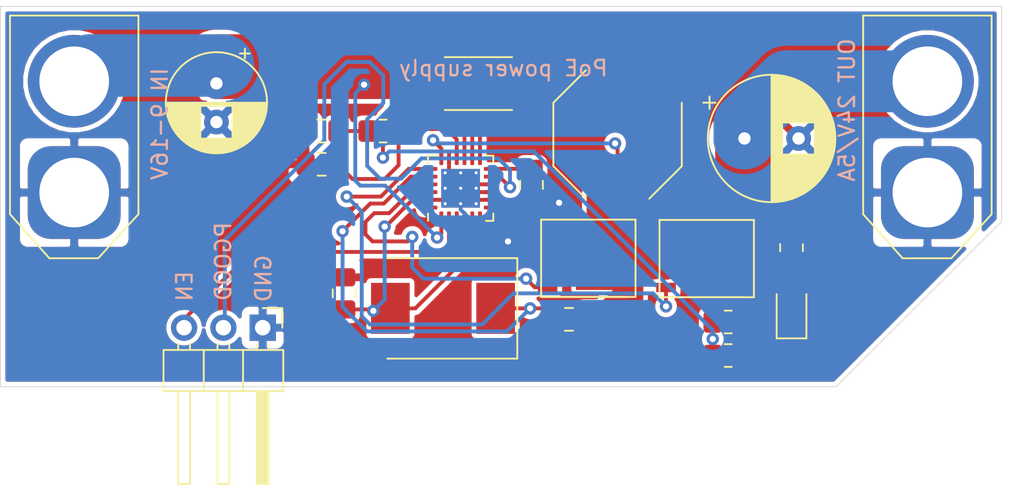
<source format=kicad_pcb>
(kicad_pcb (version 20171130) (host pcbnew 5.1.10)

  (general
    (thickness 1.6)
    (drawings 11)
    (tracks 195)
    (zones 0)
    (modules 21)
    (nets 18)
  )

  (page A4)
  (layers
    (0 F.Cu signal)
    (31 B.Cu signal)
    (32 B.Adhes user)
    (33 F.Adhes user)
    (34 B.Paste user)
    (35 F.Paste user)
    (36 B.SilkS user)
    (37 F.SilkS user)
    (38 B.Mask user)
    (39 F.Mask user)
    (40 Dwgs.User user)
    (41 Cmts.User user)
    (42 Eco1.User user)
    (43 Eco2.User user)
    (44 Edge.Cuts user)
    (45 Margin user)
    (46 B.CrtYd user)
    (47 F.CrtYd user)
    (48 B.Fab user)
    (49 F.Fab user)
  )

  (setup
    (last_trace_width 0.25)
    (user_trace_width 0.4)
    (user_trace_width 1)
    (user_trace_width 2)
    (user_trace_width 4)
    (trace_clearance 0.2)
    (zone_clearance 0.3)
    (zone_45_only yes)
    (trace_min 0.2)
    (via_size 0.8)
    (via_drill 0.4)
    (via_min_size 0.4)
    (via_min_drill 0.3)
    (uvia_size 0.3)
    (uvia_drill 0.1)
    (uvias_allowed no)
    (uvia_min_size 0.2)
    (uvia_min_drill 0.1)
    (edge_width 0.05)
    (segment_width 0.2)
    (pcb_text_width 0.3)
    (pcb_text_size 1.5 1.5)
    (mod_edge_width 0.12)
    (mod_text_size 1 1)
    (mod_text_width 0.15)
    (pad_size 1.524 1.524)
    (pad_drill 0.762)
    (pad_to_mask_clearance 0)
    (aux_axis_origin 0 0)
    (visible_elements FFFFFF7F)
    (pcbplotparams
      (layerselection 0x010f0_ffffffff)
      (usegerberextensions false)
      (usegerberattributes true)
      (usegerberadvancedattributes true)
      (creategerberjobfile true)
      (excludeedgelayer true)
      (linewidth 0.100000)
      (plotframeref false)
      (viasonmask false)
      (mode 1)
      (useauxorigin false)
      (hpglpennumber 1)
      (hpglpenspeed 20)
      (hpglpendiameter 15.000000)
      (psnegative false)
      (psa4output false)
      (plotreference false)
      (plotvalue false)
      (plotinvisibletext false)
      (padsonsilk false)
      (subtractmaskfromsilk false)
      (outputformat 1)
      (mirror false)
      (drillshape 0)
      (scaleselection 1)
      (outputdirectory "./gerber"))
  )

  (net 0 "")
  (net 1 GND)
  (net 2 /VIN)
  (net 3 "Net-(C2-Pad1)")
  (net 4 "Net-(C3-Pad1)")
  (net 5 "Net-(C4-Pad1)")
  (net 6 "Net-(C5-Pad2)")
  (net 7 "Net-(C5-Pad1)")
  (net 8 "Net-(C6-Pad1)")
  (net 9 /VOUT24V)
  (net 10 "Net-(D2-Pad2)")
  (net 11 "Net-(J1-Pad3)")
  (net 12 "Net-(J1-Pad2)")
  (net 13 "Net-(L1-Pad1)")
  (net 14 "Net-(R3-Pad2)")
  (net 15 "Net-(U1-Pad21)")
  (net 16 "Net-(U1-Pad19)")
  (net 17 "Net-(U1-Pad3)")

  (net_class Default "This is the default net class."
    (clearance 0.2)
    (trace_width 0.25)
    (via_dia 0.8)
    (via_drill 0.4)
    (uvia_dia 0.3)
    (uvia_drill 0.1)
    (add_net /VIN)
    (add_net /VOUT24V)
    (add_net GND)
    (add_net "Net-(C2-Pad1)")
    (add_net "Net-(C3-Pad1)")
    (add_net "Net-(C4-Pad1)")
    (add_net "Net-(C5-Pad1)")
    (add_net "Net-(C5-Pad2)")
    (add_net "Net-(C6-Pad1)")
    (add_net "Net-(D2-Pad2)")
    (add_net "Net-(J1-Pad2)")
    (add_net "Net-(J1-Pad3)")
    (add_net "Net-(L1-Pad1)")
    (add_net "Net-(R3-Pad2)")
    (add_net "Net-(U1-Pad19)")
    (add_net "Net-(U1-Pad21)")
    (add_net "Net-(U1-Pad3)")
  )

  (module User:PQFN8 (layer F.Cu) (tedit 61431E0E) (tstamp 61812330)
    (at 142.39 63.51 270)
    (path /618F09D9)
    (fp_text reference U3 (at 0 -4.1 90) (layer F.SilkS) hide
      (effects (font (size 1 1) (thickness 0.15)))
    )
    (fp_text value NTMFS034N15MC (at 0 -5.08 90) (layer F.Fab)
      (effects (font (size 1 1) (thickness 0.15)))
    )
    (fp_line (start 2.6 -2.2) (end 2.6 3.3) (layer F.SilkS) (width 0.12))
    (fp_line (start 2.6 3.3) (end 2.6 -2.8) (layer F.SilkS) (width 0.12))
    (fp_line (start 2.6 -2.8) (end -2.4 -2.8) (layer F.SilkS) (width 0.12))
    (fp_line (start -2.4 -2.8) (end -2.4 3.3) (layer F.SilkS) (width 0.12))
    (fp_line (start -2.4 3.3) (end 2.6 3.3) (layer F.SilkS) (width 0.12))
    (fp_poly (pts (xy 2.1 1) (xy -1.9 1) (xy -1.9 -2.1) (xy 2.1 -2.1)) (layer F.Cu) (width 0.1))
    (fp_poly (pts (xy 2.2 1.1) (xy -2 1.1) (xy -2 -2.2) (xy 2.2 -2.2)) (layer F.Mask) (width 0.1))
    (fp_poly (pts (xy 2.1 1) (xy -1.9 1) (xy -1.9 -2.1) (xy 2.1 -2.1)) (layer F.Paste) (width 0.1))
    (pad 8 smd rect (at -1.84 -2.3 270) (size 0.61 1.47) (layers F.Cu F.Paste F.Mask)
      (net 9 /VOUT24V))
    (pad 7 smd rect (at -0.57 -2.3 270) (size 0.61 1.47) (layers F.Cu F.Paste F.Mask)
      (net 9 /VOUT24V))
    (pad 6 smd rect (at 0.7 -2.3 270) (size 0.61 1.47) (layers F.Cu F.Paste F.Mask)
      (net 9 /VOUT24V))
    (pad 5 smd rect (at 1.97 -2.3 270) (size 0.61 1.47) (layers F.Cu F.Paste F.Mask)
      (net 9 /VOUT24V))
    (pad 4 smd rect (at 1.97 2.88 270) (size 0.61 1.27) (layers F.Cu F.Paste F.Mask)
      (net 16 "Net-(U1-Pad19)"))
    (pad 3 smd rect (at 0.7 2.88 270) (size 0.61 1.27) (layers F.Cu F.Paste F.Mask)
      (net 7 "Net-(C5-Pad1)"))
    (pad 2 smd rect (at -0.57 2.88 270) (size 0.61 1.27) (layers F.Cu F.Paste F.Mask)
      (net 7 "Net-(C5-Pad1)"))
    (pad 1 smd rect (at -1.84 2.88 270) (size 0.61 1.27) (layers F.Cu F.Paste F.Mask)
      (net 7 "Net-(C5-Pad1)"))
  )

  (module User:PQFN8 (layer F.Cu) (tedit 61431E0E) (tstamp 6181231C)
    (at 134.74 63.49 270)
    (path /618E36B1)
    (fp_text reference U2 (at 0 -4.1 90) (layer F.SilkS) hide
      (effects (font (size 1 1) (thickness 0.15)))
    )
    (fp_text value NTMFS034N15MC (at 0 -5.08 90) (layer F.Fab)
      (effects (font (size 1 1) (thickness 0.15)))
    )
    (fp_line (start 2.6 -2.2) (end 2.6 3.3) (layer F.SilkS) (width 0.12))
    (fp_line (start 2.6 3.3) (end 2.6 -2.8) (layer F.SilkS) (width 0.12))
    (fp_line (start 2.6 -2.8) (end -2.4 -2.8) (layer F.SilkS) (width 0.12))
    (fp_line (start -2.4 -2.8) (end -2.4 3.3) (layer F.SilkS) (width 0.12))
    (fp_line (start -2.4 3.3) (end 2.6 3.3) (layer F.SilkS) (width 0.12))
    (fp_poly (pts (xy 2.1 1) (xy -1.9 1) (xy -1.9 -2.1) (xy 2.1 -2.1)) (layer F.Cu) (width 0.1))
    (fp_poly (pts (xy 2.2 1.1) (xy -2 1.1) (xy -2 -2.2) (xy 2.2 -2.2)) (layer F.Mask) (width 0.1))
    (fp_poly (pts (xy 2.1 1) (xy -1.9 1) (xy -1.9 -2.1) (xy 2.1 -2.1)) (layer F.Paste) (width 0.1))
    (pad 8 smd rect (at -1.84 -2.3 270) (size 0.61 1.47) (layers F.Cu F.Paste F.Mask)
      (net 7 "Net-(C5-Pad1)"))
    (pad 7 smd rect (at -0.57 -2.3 270) (size 0.61 1.47) (layers F.Cu F.Paste F.Mask)
      (net 7 "Net-(C5-Pad1)"))
    (pad 6 smd rect (at 0.7 -2.3 270) (size 0.61 1.47) (layers F.Cu F.Paste F.Mask)
      (net 7 "Net-(C5-Pad1)"))
    (pad 5 smd rect (at 1.97 -2.3 270) (size 0.61 1.47) (layers F.Cu F.Paste F.Mask)
      (net 7 "Net-(C5-Pad1)"))
    (pad 4 smd rect (at 1.97 2.88 270) (size 0.61 1.27) (layers F.Cu F.Paste F.Mask)
      (net 15 "Net-(U1-Pad21)"))
    (pad 3 smd rect (at 0.7 2.88 270) (size 0.61 1.27) (layers F.Cu F.Paste F.Mask)
      (net 1 GND))
    (pad 2 smd rect (at -0.57 2.88 270) (size 0.61 1.27) (layers F.Cu F.Paste F.Mask)
      (net 1 GND))
    (pad 1 smd rect (at -1.84 2.88 270) (size 0.61 1.27) (layers F.Cu F.Paste F.Mask)
      (net 1 GND))
  )

  (module Package_DFN_QFN:HVQFN-24-1EP_4x4mm_P0.5mm_EP2.5x2.5mm_ThermalVias (layer F.Cu) (tedit 5EB533B0) (tstamp 61812308)
    (at 126.24 59.06 90)
    (descr "HVQFN, 24 Pin (https://www.nxp.com/docs/en/package-information/SOT616-3.pdf), generated with kicad-footprint-generator ipc_noLead_generator.py")
    (tags "HVQFN NoLead")
    (path /618BD2C7)
    (attr smd)
    (fp_text reference U1 (at 0 -3.32 90) (layer F.SilkS) hide
      (effects (font (size 1 1) (thickness 0.15)))
    )
    (fp_text value LTC3769 (at 0 3.32 90) (layer F.Fab)
      (effects (font (size 1 1) (thickness 0.15)))
    )
    (fp_line (start 1.635 -2.11) (end 2.11 -2.11) (layer F.SilkS) (width 0.12))
    (fp_line (start 2.11 -2.11) (end 2.11 -1.635) (layer F.SilkS) (width 0.12))
    (fp_line (start -1.635 2.11) (end -2.11 2.11) (layer F.SilkS) (width 0.12))
    (fp_line (start -2.11 2.11) (end -2.11 1.635) (layer F.SilkS) (width 0.12))
    (fp_line (start 1.635 2.11) (end 2.11 2.11) (layer F.SilkS) (width 0.12))
    (fp_line (start 2.11 2.11) (end 2.11 1.635) (layer F.SilkS) (width 0.12))
    (fp_line (start -1.635 -2.11) (end -2.11 -2.11) (layer F.SilkS) (width 0.12))
    (fp_line (start -1 -2) (end 2 -2) (layer F.Fab) (width 0.1))
    (fp_line (start 2 -2) (end 2 2) (layer F.Fab) (width 0.1))
    (fp_line (start 2 2) (end -2 2) (layer F.Fab) (width 0.1))
    (fp_line (start -2 2) (end -2 -1) (layer F.Fab) (width 0.1))
    (fp_line (start -2 -1) (end -1 -2) (layer F.Fab) (width 0.1))
    (fp_line (start -2.62 -2.62) (end -2.62 2.62) (layer F.CrtYd) (width 0.05))
    (fp_line (start -2.62 2.62) (end 2.62 2.62) (layer F.CrtYd) (width 0.05))
    (fp_line (start 2.62 2.62) (end 2.62 -2.62) (layer F.CrtYd) (width 0.05))
    (fp_line (start 2.62 -2.62) (end -2.62 -2.62) (layer F.CrtYd) (width 0.05))
    (fp_text user %R (at 0 0 90) (layer F.Fab)
      (effects (font (size 1 1) (thickness 0.15)))
    )
    (pad "" smd custom (at 0.5 0.5 90) (size 0.778626 0.778626) (layers F.Paste)
      (options (clearance outline) (anchor circle))
      (primitives
        (gr_poly (pts
           (xy -0.315114 -0.192176) (xy -0.192176 -0.315114) (xy 0.192176 -0.315114) (xy 0.315114 -0.192176) (xy 0.315114 0.192176)
           (xy 0.192176 0.315114) (xy -0.192176 0.315114) (xy -0.315114 0.192176)) (width 0.296797))
      ))
    (pad "" smd custom (at 0.5 -0.5 90) (size 0.778626 0.778626) (layers F.Paste)
      (options (clearance outline) (anchor circle))
      (primitives
        (gr_poly (pts
           (xy -0.315114 -0.192176) (xy -0.192176 -0.315114) (xy 0.192176 -0.315114) (xy 0.315114 -0.192176) (xy 0.315114 0.192176)
           (xy 0.192176 0.315114) (xy -0.192176 0.315114) (xy -0.315114 0.192176)) (width 0.296797))
      ))
    (pad "" smd custom (at -0.5 0.5 90) (size 0.778626 0.778626) (layers F.Paste)
      (options (clearance outline) (anchor circle))
      (primitives
        (gr_poly (pts
           (xy -0.315114 -0.192176) (xy -0.192176 -0.315114) (xy 0.192176 -0.315114) (xy 0.315114 -0.192176) (xy 0.315114 0.192176)
           (xy 0.192176 0.315114) (xy -0.192176 0.315114) (xy -0.315114 0.192176)) (width 0.296797))
      ))
    (pad "" smd custom (at -0.5 -0.5 90) (size 0.778626 0.778626) (layers F.Paste)
      (options (clearance outline) (anchor circle))
      (primitives
        (gr_poly (pts
           (xy -0.315114 -0.192176) (xy -0.192176 -0.315114) (xy 0.192176 -0.315114) (xy 0.315114 -0.192176) (xy 0.315114 0.192176)
           (xy 0.192176 0.315114) (xy -0.192176 0.315114) (xy -0.315114 0.192176)) (width 0.296797))
      ))
    (pad 25 smd rect (at 0 0 90) (size 2.5 2.5) (layers B.Cu)
      (net 1 GND))
    (pad 25 thru_hole circle (at 1 1 90) (size 0.5 0.5) (drill 0.2) (layers *.Cu)
      (net 1 GND))
    (pad 25 thru_hole circle (at 0 1 90) (size 0.5 0.5) (drill 0.2) (layers *.Cu)
      (net 1 GND))
    (pad 25 thru_hole circle (at -1 1 90) (size 0.5 0.5) (drill 0.2) (layers *.Cu)
      (net 1 GND))
    (pad 25 thru_hole circle (at 1 0 90) (size 0.5 0.5) (drill 0.2) (layers *.Cu)
      (net 1 GND))
    (pad 25 thru_hole circle (at 0 0 90) (size 0.5 0.5) (drill 0.2) (layers *.Cu)
      (net 1 GND))
    (pad 25 thru_hole circle (at -1 0 90) (size 0.5 0.5) (drill 0.2) (layers *.Cu)
      (net 1 GND))
    (pad 25 thru_hole circle (at 1 -1 90) (size 0.5 0.5) (drill 0.2) (layers *.Cu)
      (net 1 GND))
    (pad 25 thru_hole circle (at 0 -1 90) (size 0.5 0.5) (drill 0.2) (layers *.Cu)
      (net 1 GND))
    (pad 25 thru_hole circle (at -1 -1 90) (size 0.5 0.5) (drill 0.2) (layers *.Cu)
      (net 1 GND))
    (pad 25 smd rect (at 0 0 90) (size 2.5 2.5) (layers F.Cu F.Mask)
      (net 1 GND))
    (pad 24 smd roundrect (at -1.25 -1.9375 90) (size 0.25 0.875) (layers F.Cu F.Paste F.Mask) (roundrect_rratio 0.25)
      (net 1 GND))
    (pad 23 smd roundrect (at -0.75 -1.9375 90) (size 0.25 0.875) (layers F.Cu F.Paste F.Mask) (roundrect_rratio 0.25)
      (net 1 GND))
    (pad 22 smd roundrect (at -0.25 -1.9375 90) (size 0.25 0.875) (layers F.Cu F.Paste F.Mask) (roundrect_rratio 0.25)
      (net 8 "Net-(C6-Pad1)"))
    (pad 21 smd roundrect (at 0.25 -1.9375 90) (size 0.25 0.875) (layers F.Cu F.Paste F.Mask) (roundrect_rratio 0.25)
      (net 15 "Net-(U1-Pad21)"))
    (pad 20 smd roundrect (at 0.75 -1.9375 90) (size 0.25 0.875) (layers F.Cu F.Paste F.Mask) (roundrect_rratio 0.25)
      (net 6 "Net-(C5-Pad2)"))
    (pad 19 smd roundrect (at 1.25 -1.9375 90) (size 0.25 0.875) (layers F.Cu F.Paste F.Mask) (roundrect_rratio 0.25)
      (net 16 "Net-(U1-Pad19)"))
    (pad 18 smd roundrect (at 1.9375 -1.25 90) (size 0.875 0.25) (layers F.Cu F.Paste F.Mask) (roundrect_rratio 0.25)
      (net 7 "Net-(C5-Pad1)"))
    (pad 17 smd roundrect (at 1.9375 -0.75 90) (size 0.875 0.25) (layers F.Cu F.Paste F.Mask) (roundrect_rratio 0.25)
      (net 1 GND))
    (pad 16 smd roundrect (at 1.9375 -0.25 90) (size 0.875 0.25) (layers F.Cu F.Paste F.Mask) (roundrect_rratio 0.25)
      (net 4 "Net-(C3-Pad1)"))
    (pad 15 smd roundrect (at 1.9375 0.25 90) (size 0.875 0.25) (layers F.Cu F.Paste F.Mask) (roundrect_rratio 0.25)
      (net 14 "Net-(R3-Pad2)"))
    (pad 14 smd roundrect (at 1.9375 0.75 90) (size 0.875 0.25) (layers F.Cu F.Paste F.Mask) (roundrect_rratio 0.25)
      (net 2 /VIN))
    (pad 13 smd roundrect (at 1.9375 1.25 90) (size 0.875 0.25) (layers F.Cu F.Paste F.Mask) (roundrect_rratio 0.25)
      (net 13 "Net-(L1-Pad1)"))
    (pad 12 smd roundrect (at 1.25 1.9375 90) (size 0.25 0.875) (layers F.Cu F.Paste F.Mask) (roundrect_rratio 0.25)
      (net 3 "Net-(C2-Pad1)"))
    (pad 11 smd roundrect (at 0.75 1.9375 90) (size 0.25 0.875) (layers F.Cu F.Paste F.Mask) (roundrect_rratio 0.25)
      (net 12 "Net-(J1-Pad2)"))
    (pad 10 smd roundrect (at 0.25 1.9375 90) (size 0.25 0.875) (layers F.Cu F.Paste F.Mask) (roundrect_rratio 0.25)
      (net 1 GND))
    (pad 9 smd roundrect (at -0.25 1.9375 90) (size 0.25 0.875) (layers F.Cu F.Paste F.Mask) (roundrect_rratio 0.25)
      (net 1 GND))
    (pad 8 smd roundrect (at -0.75 1.9375 90) (size 0.25 0.875) (layers F.Cu F.Paste F.Mask) (roundrect_rratio 0.25)
      (net 1 GND))
    (pad 7 smd roundrect (at -1.25 1.9375 90) (size 0.25 0.875) (layers F.Cu F.Paste F.Mask) (roundrect_rratio 0.25)
      (net 1 GND))
    (pad 6 smd roundrect (at -1.9375 1.25 90) (size 0.875 0.25) (layers F.Cu F.Paste F.Mask) (roundrect_rratio 0.25))
    (pad 5 smd roundrect (at -1.9375 0.75 90) (size 0.875 0.25) (layers F.Cu F.Paste F.Mask) (roundrect_rratio 0.25)
      (net 8 "Net-(C6-Pad1)"))
    (pad 4 smd roundrect (at -1.9375 0.25 90) (size 0.875 0.25) (layers F.Cu F.Paste F.Mask) (roundrect_rratio 0.25))
    (pad 3 smd roundrect (at -1.9375 -0.25 90) (size 0.875 0.25) (layers F.Cu F.Paste F.Mask) (roundrect_rratio 0.25)
      (net 17 "Net-(U1-Pad3)"))
    (pad 2 smd roundrect (at -1.9375 -0.75 90) (size 0.875 0.25) (layers F.Cu F.Paste F.Mask) (roundrect_rratio 0.25)
      (net 11 "Net-(J1-Pad3)"))
    (pad 1 smd roundrect (at -1.9375 -1.25 90) (size 0.875 0.25) (layers F.Cu F.Paste F.Mask) (roundrect_rratio 0.25)
      (net 2 /VIN))
    (model ${KISYS3DMOD}/Package_DFN_QFN.3dshapes/HVQFN-24-1EP_4x4mm_P0.5mm_EP2.5x2.5mm.wrl
      (at (xyz 0 0 0))
      (scale (xyz 1 1 1))
      (rotate (xyz 0 0 0))
    )
  )

  (module Resistor_SMD:R_0805_2012Metric_Pad1.20x1.40mm_HandSolder (layer F.Cu) (tedit 5F68FEEE) (tstamp 618122CC)
    (at 147.62 62.9 270)
    (descr "Resistor SMD 0805 (2012 Metric), square (rectangular) end terminal, IPC_7351 nominal with elongated pad for handsoldering. (Body size source: IPC-SM-782 page 72, https://www.pcb-3d.com/wordpress/wp-content/uploads/ipc-sm-782a_amendment_1_and_2.pdf), generated with kicad-footprint-generator")
    (tags "resistor handsolder")
    (path /6192D15C)
    (attr smd)
    (fp_text reference R5 (at 0 -1.65 90) (layer F.SilkS) hide
      (effects (font (size 1 1) (thickness 0.15)))
    )
    (fp_text value 5k1 (at 0 1.65 90) (layer F.Fab)
      (effects (font (size 1 1) (thickness 0.15)))
    )
    (fp_line (start -1 0.625) (end -1 -0.625) (layer F.Fab) (width 0.1))
    (fp_line (start -1 -0.625) (end 1 -0.625) (layer F.Fab) (width 0.1))
    (fp_line (start 1 -0.625) (end 1 0.625) (layer F.Fab) (width 0.1))
    (fp_line (start 1 0.625) (end -1 0.625) (layer F.Fab) (width 0.1))
    (fp_line (start -0.227064 -0.735) (end 0.227064 -0.735) (layer F.SilkS) (width 0.12))
    (fp_line (start -0.227064 0.735) (end 0.227064 0.735) (layer F.SilkS) (width 0.12))
    (fp_line (start -1.85 0.95) (end -1.85 -0.95) (layer F.CrtYd) (width 0.05))
    (fp_line (start -1.85 -0.95) (end 1.85 -0.95) (layer F.CrtYd) (width 0.05))
    (fp_line (start 1.85 -0.95) (end 1.85 0.95) (layer F.CrtYd) (width 0.05))
    (fp_line (start 1.85 0.95) (end -1.85 0.95) (layer F.CrtYd) (width 0.05))
    (fp_text user %R (at 0 0 90) (layer F.Fab)
      (effects (font (size 0.5 0.5) (thickness 0.08)))
    )
    (pad 2 smd roundrect (at 1 0 270) (size 1.2 1.4) (layers F.Cu F.Paste F.Mask) (roundrect_rratio 0.2083325)
      (net 10 "Net-(D2-Pad2)"))
    (pad 1 smd roundrect (at -1 0 270) (size 1.2 1.4) (layers F.Cu F.Paste F.Mask) (roundrect_rratio 0.2083325)
      (net 9 /VOUT24V))
    (model ${KISYS3DMOD}/Resistor_SMD.3dshapes/R_0805_2012Metric.wrl
      (at (xyz 0 0 0))
      (scale (xyz 1 1 1))
      (rotate (xyz 0 0 0))
    )
  )

  (module Resistor_SMD:R_0805_2012Metric_Pad1.20x1.40mm_HandSolder (layer F.Cu) (tedit 5F68FEEE) (tstamp 618122BB)
    (at 143.53 69.88)
    (descr "Resistor SMD 0805 (2012 Metric), square (rectangular) end terminal, IPC_7351 nominal with elongated pad for handsoldering. (Body size source: IPC-SM-782 page 72, https://www.pcb-3d.com/wordpress/wp-content/uploads/ipc-sm-782a_amendment_1_and_2.pdf), generated with kicad-footprint-generator")
    (tags "resistor handsolder")
    (path /618CF4E4)
    (attr smd)
    (fp_text reference R4 (at 0 -1.65) (layer F.SilkS) hide
      (effects (font (size 1 1) (thickness 0.15)))
    )
    (fp_text value 12k1 (at 0 1.65) (layer F.Fab)
      (effects (font (size 1 1) (thickness 0.15)))
    )
    (fp_line (start -1 0.625) (end -1 -0.625) (layer F.Fab) (width 0.1))
    (fp_line (start -1 -0.625) (end 1 -0.625) (layer F.Fab) (width 0.1))
    (fp_line (start 1 -0.625) (end 1 0.625) (layer F.Fab) (width 0.1))
    (fp_line (start 1 0.625) (end -1 0.625) (layer F.Fab) (width 0.1))
    (fp_line (start -0.227064 -0.735) (end 0.227064 -0.735) (layer F.SilkS) (width 0.12))
    (fp_line (start -0.227064 0.735) (end 0.227064 0.735) (layer F.SilkS) (width 0.12))
    (fp_line (start -1.85 0.95) (end -1.85 -0.95) (layer F.CrtYd) (width 0.05))
    (fp_line (start -1.85 -0.95) (end 1.85 -0.95) (layer F.CrtYd) (width 0.05))
    (fp_line (start 1.85 -0.95) (end 1.85 0.95) (layer F.CrtYd) (width 0.05))
    (fp_line (start 1.85 0.95) (end -1.85 0.95) (layer F.CrtYd) (width 0.05))
    (fp_text user %R (at 0 0) (layer F.Fab)
      (effects (font (size 0.5 0.5) (thickness 0.08)))
    )
    (pad 2 smd roundrect (at 1 0) (size 1.2 1.4) (layers F.Cu F.Paste F.Mask) (roundrect_rratio 0.2083325)
      (net 1 GND))
    (pad 1 smd roundrect (at -1 0) (size 1.2 1.4) (layers F.Cu F.Paste F.Mask) (roundrect_rratio 0.2083325)
      (net 14 "Net-(R3-Pad2)"))
    (model ${KISYS3DMOD}/Resistor_SMD.3dshapes/R_0805_2012Metric.wrl
      (at (xyz 0 0 0))
      (scale (xyz 1 1 1))
      (rotate (xyz 0 0 0))
    )
  )

  (module Resistor_SMD:R_0805_2012Metric_Pad1.20x1.40mm_HandSolder (layer F.Cu) (tedit 5F68FEEE) (tstamp 618122AA)
    (at 143.53 67.71 180)
    (descr "Resistor SMD 0805 (2012 Metric), square (rectangular) end terminal, IPC_7351 nominal with elongated pad for handsoldering. (Body size source: IPC-SM-782 page 72, https://www.pcb-3d.com/wordpress/wp-content/uploads/ipc-sm-782a_amendment_1_and_2.pdf), generated with kicad-footprint-generator")
    (tags "resistor handsolder")
    (path /618D0B63)
    (attr smd)
    (fp_text reference R3 (at 0 -1.65) (layer F.SilkS) hide
      (effects (font (size 1 1) (thickness 0.15)))
    )
    (fp_text value 232k (at 0 1.65) (layer F.Fab)
      (effects (font (size 1 1) (thickness 0.15)))
    )
    (fp_line (start -1 0.625) (end -1 -0.625) (layer F.Fab) (width 0.1))
    (fp_line (start -1 -0.625) (end 1 -0.625) (layer F.Fab) (width 0.1))
    (fp_line (start 1 -0.625) (end 1 0.625) (layer F.Fab) (width 0.1))
    (fp_line (start 1 0.625) (end -1 0.625) (layer F.Fab) (width 0.1))
    (fp_line (start -0.227064 -0.735) (end 0.227064 -0.735) (layer F.SilkS) (width 0.12))
    (fp_line (start -0.227064 0.735) (end 0.227064 0.735) (layer F.SilkS) (width 0.12))
    (fp_line (start -1.85 0.95) (end -1.85 -0.95) (layer F.CrtYd) (width 0.05))
    (fp_line (start -1.85 -0.95) (end 1.85 -0.95) (layer F.CrtYd) (width 0.05))
    (fp_line (start 1.85 -0.95) (end 1.85 0.95) (layer F.CrtYd) (width 0.05))
    (fp_line (start 1.85 0.95) (end -1.85 0.95) (layer F.CrtYd) (width 0.05))
    (fp_text user %R (at 0 0) (layer F.Fab)
      (effects (font (size 0.5 0.5) (thickness 0.08)))
    )
    (pad 2 smd roundrect (at 1 0 180) (size 1.2 1.4) (layers F.Cu F.Paste F.Mask) (roundrect_rratio 0.2083325)
      (net 14 "Net-(R3-Pad2)"))
    (pad 1 smd roundrect (at -1 0 180) (size 1.2 1.4) (layers F.Cu F.Paste F.Mask) (roundrect_rratio 0.2083325)
      (net 9 /VOUT24V))
    (model ${KISYS3DMOD}/Resistor_SMD.3dshapes/R_0805_2012Metric.wrl
      (at (xyz 0 0 0))
      (scale (xyz 1 1 1))
      (rotate (xyz 0 0 0))
    )
  )

  (module Resistor_SMD:R_2512_6332Metric_Pad1.40x3.35mm_HandSolder (layer F.Cu) (tedit 5F68FEEE) (tstamp 61812299)
    (at 127.39 52.29)
    (descr "Resistor SMD 2512 (6332 Metric), square (rectangular) end terminal, IPC_7351 nominal with elongated pad for handsoldering. (Body size source: IPC-SM-782 page 72, https://www.pcb-3d.com/wordpress/wp-content/uploads/ipc-sm-782a_amendment_1_and_2.pdf), generated with kicad-footprint-generator")
    (tags "resistor handsolder")
    (path /618DE6EA)
    (attr smd)
    (fp_text reference R2 (at 0 -2.62) (layer F.SilkS) hide
      (effects (font (size 1 1) (thickness 0.15)))
    )
    (fp_text value 0R004 (at 0 2.62) (layer F.Fab)
      (effects (font (size 1 1) (thickness 0.15)))
    )
    (fp_line (start -3.15 1.6) (end -3.15 -1.6) (layer F.Fab) (width 0.1))
    (fp_line (start -3.15 -1.6) (end 3.15 -1.6) (layer F.Fab) (width 0.1))
    (fp_line (start 3.15 -1.6) (end 3.15 1.6) (layer F.Fab) (width 0.1))
    (fp_line (start 3.15 1.6) (end -3.15 1.6) (layer F.Fab) (width 0.1))
    (fp_line (start -2.177064 -1.71) (end 2.177064 -1.71) (layer F.SilkS) (width 0.12))
    (fp_line (start -2.177064 1.71) (end 2.177064 1.71) (layer F.SilkS) (width 0.12))
    (fp_line (start -4 1.92) (end -4 -1.92) (layer F.CrtYd) (width 0.05))
    (fp_line (start -4 -1.92) (end 4 -1.92) (layer F.CrtYd) (width 0.05))
    (fp_line (start 4 -1.92) (end 4 1.92) (layer F.CrtYd) (width 0.05))
    (fp_line (start 4 1.92) (end -4 1.92) (layer F.CrtYd) (width 0.05))
    (fp_text user %R (at 0 0) (layer F.Fab)
      (effects (font (size 1 1) (thickness 0.15)))
    )
    (pad 2 smd roundrect (at 3.05 0) (size 1.4 3.35) (layers F.Cu F.Paste F.Mask) (roundrect_rratio 0.1785707142857143)
      (net 13 "Net-(L1-Pad1)"))
    (pad 1 smd roundrect (at -3.05 0) (size 1.4 3.35) (layers F.Cu F.Paste F.Mask) (roundrect_rratio 0.1785707142857143)
      (net 2 /VIN))
    (model ${KISYS3DMOD}/Resistor_SMD.3dshapes/R_2512_6332Metric.wrl
      (at (xyz 0 0 0))
      (scale (xyz 1 1 1))
      (rotate (xyz 0 0 0))
    )
  )

  (module Resistor_SMD:R_0805_2012Metric_Pad1.20x1.40mm_HandSolder (layer F.Cu) (tedit 5F68FEEE) (tstamp 61812288)
    (at 121.23 55.36 180)
    (descr "Resistor SMD 0805 (2012 Metric), square (rectangular) end terminal, IPC_7351 nominal with elongated pad for handsoldering. (Body size source: IPC-SM-782 page 72, https://www.pcb-3d.com/wordpress/wp-content/uploads/ipc-sm-782a_amendment_1_and_2.pdf), generated with kicad-footprint-generator")
    (tags "resistor handsolder")
    (path /618BFCDB)
    (attr smd)
    (fp_text reference R1 (at 0 -1.65) (layer F.SilkS) hide
      (effects (font (size 1 1) (thickness 0.15)))
    )
    (fp_text value 8k66 (at 0 1.65) (layer F.Fab)
      (effects (font (size 1 1) (thickness 0.15)))
    )
    (fp_line (start -1 0.625) (end -1 -0.625) (layer F.Fab) (width 0.1))
    (fp_line (start -1 -0.625) (end 1 -0.625) (layer F.Fab) (width 0.1))
    (fp_line (start 1 -0.625) (end 1 0.625) (layer F.Fab) (width 0.1))
    (fp_line (start 1 0.625) (end -1 0.625) (layer F.Fab) (width 0.1))
    (fp_line (start -0.227064 -0.735) (end 0.227064 -0.735) (layer F.SilkS) (width 0.12))
    (fp_line (start -0.227064 0.735) (end 0.227064 0.735) (layer F.SilkS) (width 0.12))
    (fp_line (start -1.85 0.95) (end -1.85 -0.95) (layer F.CrtYd) (width 0.05))
    (fp_line (start -1.85 -0.95) (end 1.85 -0.95) (layer F.CrtYd) (width 0.05))
    (fp_line (start 1.85 -0.95) (end 1.85 0.95) (layer F.CrtYd) (width 0.05))
    (fp_line (start 1.85 0.95) (end -1.85 0.95) (layer F.CrtYd) (width 0.05))
    (fp_text user %R (at 0 0) (layer F.Fab)
      (effects (font (size 0.5 0.5) (thickness 0.08)))
    )
    (pad 2 smd roundrect (at 1 0 180) (size 1.2 1.4) (layers F.Cu F.Paste F.Mask) (roundrect_rratio 0.2083325)
      (net 5 "Net-(C4-Pad1)"))
    (pad 1 smd roundrect (at -1 0 180) (size 1.2 1.4) (layers F.Cu F.Paste F.Mask) (roundrect_rratio 0.2083325)
      (net 4 "Net-(C3-Pad1)"))
    (model ${KISYS3DMOD}/Resistor_SMD.3dshapes/R_0805_2012Metric.wrl
      (at (xyz 0 0 0))
      (scale (xyz 1 1 1))
      (rotate (xyz 0 0 0))
    )
  )

  (module Inductor_SMD:L_Bourns-SRU8028_8.0x8.0mm (layer F.Cu) (tedit 5990349C) (tstamp 61812277)
    (at 136.38 55.58 270)
    (descr "Bourns SRU8028 series SMD inductor")
    (tags "Bourns SRU8028 SMD inductor")
    (path /618E64AF)
    (attr smd)
    (fp_text reference L1 (at 0 5.2 90) (layer F.SilkS) hide
      (effects (font (size 1 1) (thickness 0.15)))
    )
    (fp_text value SDCH1V8040-3R3M-R (at 0 -5.1 90) (layer F.Fab)
      (effects (font (size 1 1) (thickness 0.15)))
    )
    (fp_line (start 5.15 -4.4) (end 5.15 4.4) (layer F.CrtYd) (width 0.05))
    (fp_line (start 5.15 4.4) (end -5.15 4.4) (layer F.CrtYd) (width 0.05))
    (fp_line (start -5.15 4.4) (end -5.15 -4.4) (layer F.CrtYd) (width 0.05))
    (fp_line (start -5.15 -4.4) (end 5.15 -4.4) (layer F.CrtYd) (width 0.05))
    (fp_line (start 2.05 -4.15) (end 4.15 -2.05) (layer F.SilkS) (width 0.12))
    (fp_line (start 2.05 4.15) (end 4.15 2.05) (layer F.SilkS) (width 0.12))
    (fp_line (start 2.05 4.15) (end -2.05 4.15) (layer F.SilkS) (width 0.12))
    (fp_line (start -2.05 4.15) (end -4.15 2.05) (layer F.SilkS) (width 0.12))
    (fp_line (start -2.05 -4.15) (end 2.05 -4.15) (layer F.SilkS) (width 0.12))
    (fp_line (start 4 -2) (end 4 2) (layer F.Fab) (width 0.1))
    (fp_line (start 4 2) (end 2 4) (layer F.Fab) (width 0.1))
    (fp_line (start 2 4) (end -2 4) (layer F.Fab) (width 0.1))
    (fp_line (start -2 4) (end -4 2) (layer F.Fab) (width 0.1))
    (fp_line (start -4 2) (end -4 -2) (layer F.Fab) (width 0.1))
    (fp_line (start -4 -2) (end -2 -4) (layer F.Fab) (width 0.1))
    (fp_line (start -2 -4) (end 2 -4) (layer F.Fab) (width 0.1))
    (fp_line (start 2 -4) (end 4 -2) (layer F.Fab) (width 0.1))
    (fp_circle (center 0 0) (end 0 -3) (layer F.Fab) (width 0.1))
    (fp_text user %R (at 0 0 90) (layer F.Fab)
      (effects (font (size 1 1) (thickness 0.15)))
    )
    (pad 2 smd rect (at 3.9 0 270) (size 2 3.2) (layers F.Cu F.Paste F.Mask)
      (net 7 "Net-(C5-Pad1)"))
    (pad 1 smd rect (at -3.9 0 270) (size 2 3.2) (layers F.Cu F.Paste F.Mask)
      (net 13 "Net-(L1-Pad1)"))
    (model ${KISYS3DMOD}/Inductor_SMD.3dshapes/L_Bourns-SRU8028_8.0x8.0mm.wrl
      (at (xyz 0 0 0))
      (scale (xyz 1 1 1))
      (rotate (xyz 0 0 0))
    )
  )

  (module Connector_AMASS:AMASS_XT60-F_1x02_P7.20mm_Vertical (layer F.Cu) (tedit 5D6C1D2C) (tstamp 6181225E)
    (at 156.4 59.34 90)
    (descr "AMASS female XT60, through hole, vertical, https://www.tme.eu/Document/2d152ced3b7a446066e6c419d84bb460/XT60%20SPEC.pdf")
    (tags "XT60 female vertical")
    (path /6191106C)
    (fp_text reference J3 (at 3.6 -5.3 270) (layer F.SilkS) hide
      (effects (font (size 1 1) (thickness 0.15)))
    )
    (fp_text value Conn_01x02 (at 3.6 5.4 90) (layer F.Fab)
      (effects (font (size 1 1) (thickness 0.15)))
    )
    (fp_line (start 11.45 -4.15) (end -1.4 -4.15) (layer F.SilkS) (width 0.12))
    (fp_line (start -4.25 -1.6) (end -4.25 1.55) (layer F.SilkS) (width 0.12))
    (fp_line (start -1.4 4.15) (end 11.45 4.15) (layer F.SilkS) (width 0.12))
    (fp_line (start 11.45 4.15) (end 11.45 -4.15) (layer F.SilkS) (width 0.12))
    (fp_line (start -1.4 -4.15) (end -4.25 -1.6) (layer F.SilkS) (width 0.12))
    (fp_line (start -4.25 1.55) (end -1.4 4.15) (layer F.SilkS) (width 0.12))
    (fp_line (start 11.35 -4.05) (end -1.4 -4.05) (layer F.Fab) (width 0.12))
    (fp_line (start -1.4 -4.05) (end -4.15 -1.55) (layer F.Fab) (width 0.12))
    (fp_line (start -4.15 -1.55) (end -4.15 1.55) (layer F.Fab) (width 0.12))
    (fp_line (start -4.15 1.55) (end -1.4 4.05) (layer F.Fab) (width 0.12))
    (fp_line (start -1.4 4.05) (end 11.35 4.05) (layer F.Fab) (width 0.12))
    (fp_line (start 11.35 4.05) (end 11.35 -4.05) (layer F.Fab) (width 0.12))
    (fp_line (start 11.85 -4.6) (end 11.85 4.6) (layer F.CrtYd) (width 0.05))
    (fp_line (start 11.85 4.6) (end -1.6 4.6) (layer F.CrtYd) (width 0.05))
    (fp_line (start -1.6 4.6) (end -4.65 1.85) (layer F.CrtYd) (width 0.05))
    (fp_line (start -4.65 1.85) (end -4.65 -1.85) (layer F.CrtYd) (width 0.05))
    (fp_line (start -4.65 -1.85) (end -1.6 -4.6) (layer F.CrtYd) (width 0.05))
    (fp_line (start -1.6 -4.6) (end 11.85 -4.6) (layer F.CrtYd) (width 0.05))
    (fp_text user %R (at 3.6 0.05 90) (layer F.Fab)
      (effects (font (size 1 1) (thickness 0.15)))
    )
    (pad 1 thru_hole roundrect (at 0 0 90) (size 6 6) (drill 4.5) (layers *.Cu *.Mask) (roundrect_rratio 0.25)
      (net 1 GND))
    (pad 2 thru_hole circle (at 7.2 0 90) (size 6 6) (drill 4.5) (layers *.Cu *.Mask)
      (net 9 /VOUT24V))
    (model ${KISYS3DMOD}/Connector_AMASS.3dshapes/AMASS_XT60-F_1x02_P7.2mm_Vertical.wrl
      (at (xyz 0 0 0))
      (scale (xyz 1 1 1))
      (rotate (xyz 0 0 0))
    )
  )

  (module Connector_AMASS:AMASS_XT60-M_1x02_P7.20mm_Vertical (layer F.Cu) (tedit 5D6C1D36) (tstamp 61812245)
    (at 101.27 59.34 90)
    (descr "AMASS female XT60, through hole, vertical, https://www.tme.eu/Document/2d152ced3b7a446066e6c419d84bb460/XT60%20SPEC.pdf")
    (tags "XT60 female vertical")
    (path /6190D083)
    (fp_text reference J2 (at 3.6 -5.3 270) (layer F.SilkS) hide
      (effects (font (size 1 1) (thickness 0.15)))
    )
    (fp_text value Conn_01x02 (at 3.6 5.4 90) (layer F.Fab)
      (effects (font (size 1 1) (thickness 0.15)))
    )
    (fp_line (start -1.6 -4.6) (end 11.85 -4.6) (layer F.CrtYd) (width 0.05))
    (fp_line (start -4.65 -1.85) (end -1.6 -4.6) (layer F.CrtYd) (width 0.05))
    (fp_line (start -4.65 1.85) (end -4.65 -1.85) (layer F.CrtYd) (width 0.05))
    (fp_line (start -1.6 4.6) (end -4.65 1.85) (layer F.CrtYd) (width 0.05))
    (fp_line (start 11.85 4.6) (end -1.6 4.6) (layer F.CrtYd) (width 0.05))
    (fp_line (start 11.85 -4.6) (end 11.85 4.6) (layer F.CrtYd) (width 0.05))
    (fp_line (start 11.35 4.05) (end 11.35 -4.05) (layer F.Fab) (width 0.12))
    (fp_line (start -1.4 4.05) (end 11.35 4.05) (layer F.Fab) (width 0.12))
    (fp_line (start -4.15 1.55) (end -1.4 4.05) (layer F.Fab) (width 0.12))
    (fp_line (start -4.15 -1.55) (end -4.15 1.55) (layer F.Fab) (width 0.12))
    (fp_line (start -1.4 -4.05) (end -4.15 -1.55) (layer F.Fab) (width 0.12))
    (fp_line (start 11.35 -4.05) (end -1.4 -4.05) (layer F.Fab) (width 0.12))
    (fp_line (start -4.25 1.55) (end -1.4 4.15) (layer F.SilkS) (width 0.12))
    (fp_line (start -1.4 -4.15) (end -4.25 -1.6) (layer F.SilkS) (width 0.12))
    (fp_line (start 11.45 4.15) (end 11.45 -4.15) (layer F.SilkS) (width 0.12))
    (fp_line (start -1.4 4.15) (end 11.45 4.15) (layer F.SilkS) (width 0.12))
    (fp_line (start -4.25 -1.6) (end -4.25 1.55) (layer F.SilkS) (width 0.12))
    (fp_line (start 11.45 -4.15) (end -1.4 -4.15) (layer F.SilkS) (width 0.12))
    (fp_text user %R (at 3.6 0.05 90) (layer F.Fab)
      (effects (font (size 1 1) (thickness 0.15)))
    )
    (pad 1 thru_hole roundrect (at 0 0 90) (size 6 6) (drill 4.5) (layers *.Cu *.Mask) (roundrect_rratio 0.25)
      (net 1 GND))
    (pad 2 thru_hole circle (at 7.2 0 90) (size 6 6) (drill 4.5) (layers *.Cu *.Mask)
      (net 2 /VIN))
    (model ${KISYS3DMOD}/Connector_AMASS.3dshapes/AMASS_XT60-M_1x02_P7.2mm_Vertical.wrl
      (at (xyz 0 0 0))
      (scale (xyz 1 1 1))
      (rotate (xyz 0 0 0))
    )
  )

  (module Connector_PinHeader_2.54mm:PinHeader_1x03_P2.54mm_Horizontal (layer F.Cu) (tedit 59FED5CB) (tstamp 6181222C)
    (at 113.45 68.08 270)
    (descr "Through hole angled pin header, 1x03, 2.54mm pitch, 6mm pin length, single row")
    (tags "Through hole angled pin header THT 1x03 2.54mm single row")
    (path /6190681A)
    (fp_text reference J1 (at 4.385 -2.27 90) (layer F.SilkS) hide
      (effects (font (size 1 1) (thickness 0.15)))
    )
    (fp_text value Conn_01x03 (at 4.385 7.35 90) (layer F.Fab)
      (effects (font (size 1 1) (thickness 0.15)))
    )
    (fp_line (start 2.135 -1.27) (end 4.04 -1.27) (layer F.Fab) (width 0.1))
    (fp_line (start 4.04 -1.27) (end 4.04 6.35) (layer F.Fab) (width 0.1))
    (fp_line (start 4.04 6.35) (end 1.5 6.35) (layer F.Fab) (width 0.1))
    (fp_line (start 1.5 6.35) (end 1.5 -0.635) (layer F.Fab) (width 0.1))
    (fp_line (start 1.5 -0.635) (end 2.135 -1.27) (layer F.Fab) (width 0.1))
    (fp_line (start -0.32 -0.32) (end 1.5 -0.32) (layer F.Fab) (width 0.1))
    (fp_line (start -0.32 -0.32) (end -0.32 0.32) (layer F.Fab) (width 0.1))
    (fp_line (start -0.32 0.32) (end 1.5 0.32) (layer F.Fab) (width 0.1))
    (fp_line (start 4.04 -0.32) (end 10.04 -0.32) (layer F.Fab) (width 0.1))
    (fp_line (start 10.04 -0.32) (end 10.04 0.32) (layer F.Fab) (width 0.1))
    (fp_line (start 4.04 0.32) (end 10.04 0.32) (layer F.Fab) (width 0.1))
    (fp_line (start -0.32 2.22) (end 1.5 2.22) (layer F.Fab) (width 0.1))
    (fp_line (start -0.32 2.22) (end -0.32 2.86) (layer F.Fab) (width 0.1))
    (fp_line (start -0.32 2.86) (end 1.5 2.86) (layer F.Fab) (width 0.1))
    (fp_line (start 4.04 2.22) (end 10.04 2.22) (layer F.Fab) (width 0.1))
    (fp_line (start 10.04 2.22) (end 10.04 2.86) (layer F.Fab) (width 0.1))
    (fp_line (start 4.04 2.86) (end 10.04 2.86) (layer F.Fab) (width 0.1))
    (fp_line (start -0.32 4.76) (end 1.5 4.76) (layer F.Fab) (width 0.1))
    (fp_line (start -0.32 4.76) (end -0.32 5.4) (layer F.Fab) (width 0.1))
    (fp_line (start -0.32 5.4) (end 1.5 5.4) (layer F.Fab) (width 0.1))
    (fp_line (start 4.04 4.76) (end 10.04 4.76) (layer F.Fab) (width 0.1))
    (fp_line (start 10.04 4.76) (end 10.04 5.4) (layer F.Fab) (width 0.1))
    (fp_line (start 4.04 5.4) (end 10.04 5.4) (layer F.Fab) (width 0.1))
    (fp_line (start 1.44 -1.33) (end 1.44 6.41) (layer F.SilkS) (width 0.12))
    (fp_line (start 1.44 6.41) (end 4.1 6.41) (layer F.SilkS) (width 0.12))
    (fp_line (start 4.1 6.41) (end 4.1 -1.33) (layer F.SilkS) (width 0.12))
    (fp_line (start 4.1 -1.33) (end 1.44 -1.33) (layer F.SilkS) (width 0.12))
    (fp_line (start 4.1 -0.38) (end 10.1 -0.38) (layer F.SilkS) (width 0.12))
    (fp_line (start 10.1 -0.38) (end 10.1 0.38) (layer F.SilkS) (width 0.12))
    (fp_line (start 10.1 0.38) (end 4.1 0.38) (layer F.SilkS) (width 0.12))
    (fp_line (start 4.1 -0.32) (end 10.1 -0.32) (layer F.SilkS) (width 0.12))
    (fp_line (start 4.1 -0.2) (end 10.1 -0.2) (layer F.SilkS) (width 0.12))
    (fp_line (start 4.1 -0.08) (end 10.1 -0.08) (layer F.SilkS) (width 0.12))
    (fp_line (start 4.1 0.04) (end 10.1 0.04) (layer F.SilkS) (width 0.12))
    (fp_line (start 4.1 0.16) (end 10.1 0.16) (layer F.SilkS) (width 0.12))
    (fp_line (start 4.1 0.28) (end 10.1 0.28) (layer F.SilkS) (width 0.12))
    (fp_line (start 1.11 -0.38) (end 1.44 -0.38) (layer F.SilkS) (width 0.12))
    (fp_line (start 1.11 0.38) (end 1.44 0.38) (layer F.SilkS) (width 0.12))
    (fp_line (start 1.44 1.27) (end 4.1 1.27) (layer F.SilkS) (width 0.12))
    (fp_line (start 4.1 2.16) (end 10.1 2.16) (layer F.SilkS) (width 0.12))
    (fp_line (start 10.1 2.16) (end 10.1 2.92) (layer F.SilkS) (width 0.12))
    (fp_line (start 10.1 2.92) (end 4.1 2.92) (layer F.SilkS) (width 0.12))
    (fp_line (start 1.042929 2.16) (end 1.44 2.16) (layer F.SilkS) (width 0.12))
    (fp_line (start 1.042929 2.92) (end 1.44 2.92) (layer F.SilkS) (width 0.12))
    (fp_line (start 1.44 3.81) (end 4.1 3.81) (layer F.SilkS) (width 0.12))
    (fp_line (start 4.1 4.7) (end 10.1 4.7) (layer F.SilkS) (width 0.12))
    (fp_line (start 10.1 4.7) (end 10.1 5.46) (layer F.SilkS) (width 0.12))
    (fp_line (start 10.1 5.46) (end 4.1 5.46) (layer F.SilkS) (width 0.12))
    (fp_line (start 1.042929 4.7) (end 1.44 4.7) (layer F.SilkS) (width 0.12))
    (fp_line (start 1.042929 5.46) (end 1.44 5.46) (layer F.SilkS) (width 0.12))
    (fp_line (start -1.27 0) (end -1.27 -1.27) (layer F.SilkS) (width 0.12))
    (fp_line (start -1.27 -1.27) (end 0 -1.27) (layer F.SilkS) (width 0.12))
    (fp_line (start -1.8 -1.8) (end -1.8 6.85) (layer F.CrtYd) (width 0.05))
    (fp_line (start -1.8 6.85) (end 10.55 6.85) (layer F.CrtYd) (width 0.05))
    (fp_line (start 10.55 6.85) (end 10.55 -1.8) (layer F.CrtYd) (width 0.05))
    (fp_line (start 10.55 -1.8) (end -1.8 -1.8) (layer F.CrtYd) (width 0.05))
    (fp_text user %R (at 2.77 2.54) (layer F.Fab)
      (effects (font (size 1 1) (thickness 0.15)))
    )
    (pad 3 thru_hole oval (at 0 5.08 270) (size 1.7 1.7) (drill 1) (layers *.Cu *.Mask)
      (net 11 "Net-(J1-Pad3)"))
    (pad 2 thru_hole oval (at 0 2.54 270) (size 1.7 1.7) (drill 1) (layers *.Cu *.Mask)
      (net 12 "Net-(J1-Pad2)"))
    (pad 1 thru_hole rect (at 0 0 270) (size 1.7 1.7) (drill 1) (layers *.Cu *.Mask)
      (net 1 GND))
    (model ${KISYS3DMOD}/Connector_PinHeader_2.54mm.3dshapes/PinHeader_1x03_P2.54mm_Horizontal.wrl
      (at (xyz 0 0 0))
      (scale (xyz 1 1 1))
      (rotate (xyz 0 0 0))
    )
  )

  (module LED_SMD:LED_0805_2012Metric_Pad1.15x1.40mm_HandSolder (layer F.Cu) (tedit 5F68FEF1) (tstamp 618121EC)
    (at 147.62 66.91 90)
    (descr "LED SMD 0805 (2012 Metric), square (rectangular) end terminal, IPC_7351 nominal, (Body size source: https://docs.google.com/spreadsheets/d/1BsfQQcO9C6DZCsRaXUlFlo91Tg2WpOkGARC1WS5S8t0/edit?usp=sharing), generated with kicad-footprint-generator")
    (tags "LED handsolder")
    (path /6192A139)
    (attr smd)
    (fp_text reference D2 (at 0 -1.65 90) (layer F.SilkS) hide
      (effects (font (size 1 1) (thickness 0.15)))
    )
    (fp_text value LED (at 0 1.65 90) (layer F.Fab)
      (effects (font (size 1 1) (thickness 0.15)))
    )
    (fp_line (start 1 -0.6) (end -0.7 -0.6) (layer F.Fab) (width 0.1))
    (fp_line (start -0.7 -0.6) (end -1 -0.3) (layer F.Fab) (width 0.1))
    (fp_line (start -1 -0.3) (end -1 0.6) (layer F.Fab) (width 0.1))
    (fp_line (start -1 0.6) (end 1 0.6) (layer F.Fab) (width 0.1))
    (fp_line (start 1 0.6) (end 1 -0.6) (layer F.Fab) (width 0.1))
    (fp_line (start 1 -0.96) (end -1.86 -0.96) (layer F.SilkS) (width 0.12))
    (fp_line (start -1.86 -0.96) (end -1.86 0.96) (layer F.SilkS) (width 0.12))
    (fp_line (start -1.86 0.96) (end 1 0.96) (layer F.SilkS) (width 0.12))
    (fp_line (start -1.85 0.95) (end -1.85 -0.95) (layer F.CrtYd) (width 0.05))
    (fp_line (start -1.85 -0.95) (end 1.85 -0.95) (layer F.CrtYd) (width 0.05))
    (fp_line (start 1.85 -0.95) (end 1.85 0.95) (layer F.CrtYd) (width 0.05))
    (fp_line (start 1.85 0.95) (end -1.85 0.95) (layer F.CrtYd) (width 0.05))
    (fp_text user %R (at 0 0 90) (layer F.Fab)
      (effects (font (size 0.5 0.5) (thickness 0.08)))
    )
    (pad 2 smd roundrect (at 1.025 0 90) (size 1.15 1.4) (layers F.Cu F.Paste F.Mask) (roundrect_rratio 0.2173904347826087)
      (net 10 "Net-(D2-Pad2)"))
    (pad 1 smd roundrect (at -1.025 0 90) (size 1.15 1.4) (layers F.Cu F.Paste F.Mask) (roundrect_rratio 0.2173904347826087)
      (net 1 GND))
    (model ${KISYS3DMOD}/LED_SMD.3dshapes/LED_0805_2012Metric.wrl
      (at (xyz 0 0 0))
      (scale (xyz 1 1 1))
      (rotate (xyz 0 0 0))
    )
  )

  (module Diode_SMD:D_SMC (layer F.Cu) (tedit 5864295D) (tstamp 618121D9)
    (at 125.1 66.83 180)
    (descr "Diode SMC (DO-214AB)")
    (tags "Diode SMC (DO-214AB)")
    (path /618D1E54)
    (attr smd)
    (fp_text reference D1 (at 0 -4.1) (layer F.SilkS) hide
      (effects (font (size 1 1) (thickness 0.15)))
    )
    (fp_text value MB520 (at 0 4.2) (layer F.Fab)
      (effects (font (size 1 1) (thickness 0.15)))
    )
    (fp_line (start -4.8 3.25) (end -4.8 -3.25) (layer F.SilkS) (width 0.12))
    (fp_line (start 3.55 3.1) (end -3.55 3.1) (layer F.Fab) (width 0.1))
    (fp_line (start -3.55 3.1) (end -3.55 -3.1) (layer F.Fab) (width 0.1))
    (fp_line (start 3.55 -3.1) (end 3.55 3.1) (layer F.Fab) (width 0.1))
    (fp_line (start 3.55 -3.1) (end -3.55 -3.1) (layer F.Fab) (width 0.1))
    (fp_line (start -4.9 -3.35) (end 4.9 -3.35) (layer F.CrtYd) (width 0.05))
    (fp_line (start 4.9 -3.35) (end 4.9 3.35) (layer F.CrtYd) (width 0.05))
    (fp_line (start 4.9 3.35) (end -4.9 3.35) (layer F.CrtYd) (width 0.05))
    (fp_line (start -4.9 3.35) (end -4.9 -3.35) (layer F.CrtYd) (width 0.05))
    (fp_line (start -0.64944 0.00102) (end -1.55114 0.00102) (layer F.Fab) (width 0.1))
    (fp_line (start 0.50118 0.00102) (end 1.4994 0.00102) (layer F.Fab) (width 0.1))
    (fp_line (start -0.64944 -0.79908) (end -0.64944 0.80112) (layer F.Fab) (width 0.1))
    (fp_line (start 0.50118 0.75032) (end 0.50118 -0.79908) (layer F.Fab) (width 0.1))
    (fp_line (start -0.64944 0.00102) (end 0.50118 0.75032) (layer F.Fab) (width 0.1))
    (fp_line (start -0.64944 0.00102) (end 0.50118 -0.79908) (layer F.Fab) (width 0.1))
    (fp_line (start -4.8 3.25) (end 3.6 3.25) (layer F.SilkS) (width 0.12))
    (fp_line (start -4.8 -3.25) (end 3.6 -3.25) (layer F.SilkS) (width 0.12))
    (fp_text user %R (at 0 -1.9) (layer F.Fab)
      (effects (font (size 1 1) (thickness 0.15)))
    )
    (pad 2 smd rect (at 3.4 0 270) (size 3.3 2.5) (layers F.Cu F.Paste F.Mask)
      (net 8 "Net-(C6-Pad1)"))
    (pad 1 smd rect (at -3.4 0 270) (size 3.3 2.5) (layers F.Cu F.Paste F.Mask)
      (net 6 "Net-(C5-Pad2)"))
    (model ${KISYS3DMOD}/Diode_SMD.3dshapes/D_SMC.wrl
      (at (xyz 0 0 0))
      (scale (xyz 1 1 1))
      (rotate (xyz 0 0 0))
    )
  )

  (module Capacitor_THT:CP_Radial_D8.0mm_P3.50mm (layer F.Cu) (tedit 5AE50EF0) (tstamp 618121C1)
    (at 144.58 55.84)
    (descr "CP, Radial series, Radial, pin pitch=3.50mm, , diameter=8mm, Electrolytic Capacitor")
    (tags "CP Radial series Radial pin pitch 3.50mm  diameter 8mm Electrolytic Capacitor")
    (path /61900CDB)
    (fp_text reference C7 (at 1.75 -5.25) (layer F.SilkS) hide
      (effects (font (size 1 1) (thickness 0.15)))
    )
    (fp_text value 220u (at 1.75 5.25) (layer F.Fab)
      (effects (font (size 1 1) (thickness 0.15)))
    )
    (fp_circle (center 1.75 0) (end 5.75 0) (layer F.Fab) (width 0.1))
    (fp_circle (center 1.75 0) (end 5.87 0) (layer F.SilkS) (width 0.12))
    (fp_circle (center 1.75 0) (end 6 0) (layer F.CrtYd) (width 0.05))
    (fp_line (start -1.676759 -1.7475) (end -0.876759 -1.7475) (layer F.Fab) (width 0.1))
    (fp_line (start -1.276759 -2.1475) (end -1.276759 -1.3475) (layer F.Fab) (width 0.1))
    (fp_line (start 1.75 -4.08) (end 1.75 4.08) (layer F.SilkS) (width 0.12))
    (fp_line (start 1.79 -4.08) (end 1.79 4.08) (layer F.SilkS) (width 0.12))
    (fp_line (start 1.83 -4.08) (end 1.83 4.08) (layer F.SilkS) (width 0.12))
    (fp_line (start 1.87 -4.079) (end 1.87 4.079) (layer F.SilkS) (width 0.12))
    (fp_line (start 1.91 -4.077) (end 1.91 4.077) (layer F.SilkS) (width 0.12))
    (fp_line (start 1.95 -4.076) (end 1.95 4.076) (layer F.SilkS) (width 0.12))
    (fp_line (start 1.99 -4.074) (end 1.99 4.074) (layer F.SilkS) (width 0.12))
    (fp_line (start 2.03 -4.071) (end 2.03 4.071) (layer F.SilkS) (width 0.12))
    (fp_line (start 2.07 -4.068) (end 2.07 4.068) (layer F.SilkS) (width 0.12))
    (fp_line (start 2.11 -4.065) (end 2.11 4.065) (layer F.SilkS) (width 0.12))
    (fp_line (start 2.15 -4.061) (end 2.15 4.061) (layer F.SilkS) (width 0.12))
    (fp_line (start 2.19 -4.057) (end 2.19 4.057) (layer F.SilkS) (width 0.12))
    (fp_line (start 2.23 -4.052) (end 2.23 4.052) (layer F.SilkS) (width 0.12))
    (fp_line (start 2.27 -4.048) (end 2.27 4.048) (layer F.SilkS) (width 0.12))
    (fp_line (start 2.31 -4.042) (end 2.31 4.042) (layer F.SilkS) (width 0.12))
    (fp_line (start 2.35 -4.037) (end 2.35 4.037) (layer F.SilkS) (width 0.12))
    (fp_line (start 2.39 -4.03) (end 2.39 4.03) (layer F.SilkS) (width 0.12))
    (fp_line (start 2.43 -4.024) (end 2.43 4.024) (layer F.SilkS) (width 0.12))
    (fp_line (start 2.471 -4.017) (end 2.471 -1.04) (layer F.SilkS) (width 0.12))
    (fp_line (start 2.471 1.04) (end 2.471 4.017) (layer F.SilkS) (width 0.12))
    (fp_line (start 2.511 -4.01) (end 2.511 -1.04) (layer F.SilkS) (width 0.12))
    (fp_line (start 2.511 1.04) (end 2.511 4.01) (layer F.SilkS) (width 0.12))
    (fp_line (start 2.551 -4.002) (end 2.551 -1.04) (layer F.SilkS) (width 0.12))
    (fp_line (start 2.551 1.04) (end 2.551 4.002) (layer F.SilkS) (width 0.12))
    (fp_line (start 2.591 -3.994) (end 2.591 -1.04) (layer F.SilkS) (width 0.12))
    (fp_line (start 2.591 1.04) (end 2.591 3.994) (layer F.SilkS) (width 0.12))
    (fp_line (start 2.631 -3.985) (end 2.631 -1.04) (layer F.SilkS) (width 0.12))
    (fp_line (start 2.631 1.04) (end 2.631 3.985) (layer F.SilkS) (width 0.12))
    (fp_line (start 2.671 -3.976) (end 2.671 -1.04) (layer F.SilkS) (width 0.12))
    (fp_line (start 2.671 1.04) (end 2.671 3.976) (layer F.SilkS) (width 0.12))
    (fp_line (start 2.711 -3.967) (end 2.711 -1.04) (layer F.SilkS) (width 0.12))
    (fp_line (start 2.711 1.04) (end 2.711 3.967) (layer F.SilkS) (width 0.12))
    (fp_line (start 2.751 -3.957) (end 2.751 -1.04) (layer F.SilkS) (width 0.12))
    (fp_line (start 2.751 1.04) (end 2.751 3.957) (layer F.SilkS) (width 0.12))
    (fp_line (start 2.791 -3.947) (end 2.791 -1.04) (layer F.SilkS) (width 0.12))
    (fp_line (start 2.791 1.04) (end 2.791 3.947) (layer F.SilkS) (width 0.12))
    (fp_line (start 2.831 -3.936) (end 2.831 -1.04) (layer F.SilkS) (width 0.12))
    (fp_line (start 2.831 1.04) (end 2.831 3.936) (layer F.SilkS) (width 0.12))
    (fp_line (start 2.871 -3.925) (end 2.871 -1.04) (layer F.SilkS) (width 0.12))
    (fp_line (start 2.871 1.04) (end 2.871 3.925) (layer F.SilkS) (width 0.12))
    (fp_line (start 2.911 -3.914) (end 2.911 -1.04) (layer F.SilkS) (width 0.12))
    (fp_line (start 2.911 1.04) (end 2.911 3.914) (layer F.SilkS) (width 0.12))
    (fp_line (start 2.951 -3.902) (end 2.951 -1.04) (layer F.SilkS) (width 0.12))
    (fp_line (start 2.951 1.04) (end 2.951 3.902) (layer F.SilkS) (width 0.12))
    (fp_line (start 2.991 -3.889) (end 2.991 -1.04) (layer F.SilkS) (width 0.12))
    (fp_line (start 2.991 1.04) (end 2.991 3.889) (layer F.SilkS) (width 0.12))
    (fp_line (start 3.031 -3.877) (end 3.031 -1.04) (layer F.SilkS) (width 0.12))
    (fp_line (start 3.031 1.04) (end 3.031 3.877) (layer F.SilkS) (width 0.12))
    (fp_line (start 3.071 -3.863) (end 3.071 -1.04) (layer F.SilkS) (width 0.12))
    (fp_line (start 3.071 1.04) (end 3.071 3.863) (layer F.SilkS) (width 0.12))
    (fp_line (start 3.111 -3.85) (end 3.111 -1.04) (layer F.SilkS) (width 0.12))
    (fp_line (start 3.111 1.04) (end 3.111 3.85) (layer F.SilkS) (width 0.12))
    (fp_line (start 3.151 -3.835) (end 3.151 -1.04) (layer F.SilkS) (width 0.12))
    (fp_line (start 3.151 1.04) (end 3.151 3.835) (layer F.SilkS) (width 0.12))
    (fp_line (start 3.191 -3.821) (end 3.191 -1.04) (layer F.SilkS) (width 0.12))
    (fp_line (start 3.191 1.04) (end 3.191 3.821) (layer F.SilkS) (width 0.12))
    (fp_line (start 3.231 -3.805) (end 3.231 -1.04) (layer F.SilkS) (width 0.12))
    (fp_line (start 3.231 1.04) (end 3.231 3.805) (layer F.SilkS) (width 0.12))
    (fp_line (start 3.271 -3.79) (end 3.271 -1.04) (layer F.SilkS) (width 0.12))
    (fp_line (start 3.271 1.04) (end 3.271 3.79) (layer F.SilkS) (width 0.12))
    (fp_line (start 3.311 -3.774) (end 3.311 -1.04) (layer F.SilkS) (width 0.12))
    (fp_line (start 3.311 1.04) (end 3.311 3.774) (layer F.SilkS) (width 0.12))
    (fp_line (start 3.351 -3.757) (end 3.351 -1.04) (layer F.SilkS) (width 0.12))
    (fp_line (start 3.351 1.04) (end 3.351 3.757) (layer F.SilkS) (width 0.12))
    (fp_line (start 3.391 -3.74) (end 3.391 -1.04) (layer F.SilkS) (width 0.12))
    (fp_line (start 3.391 1.04) (end 3.391 3.74) (layer F.SilkS) (width 0.12))
    (fp_line (start 3.431 -3.722) (end 3.431 -1.04) (layer F.SilkS) (width 0.12))
    (fp_line (start 3.431 1.04) (end 3.431 3.722) (layer F.SilkS) (width 0.12))
    (fp_line (start 3.471 -3.704) (end 3.471 -1.04) (layer F.SilkS) (width 0.12))
    (fp_line (start 3.471 1.04) (end 3.471 3.704) (layer F.SilkS) (width 0.12))
    (fp_line (start 3.511 -3.686) (end 3.511 -1.04) (layer F.SilkS) (width 0.12))
    (fp_line (start 3.511 1.04) (end 3.511 3.686) (layer F.SilkS) (width 0.12))
    (fp_line (start 3.551 -3.666) (end 3.551 -1.04) (layer F.SilkS) (width 0.12))
    (fp_line (start 3.551 1.04) (end 3.551 3.666) (layer F.SilkS) (width 0.12))
    (fp_line (start 3.591 -3.647) (end 3.591 -1.04) (layer F.SilkS) (width 0.12))
    (fp_line (start 3.591 1.04) (end 3.591 3.647) (layer F.SilkS) (width 0.12))
    (fp_line (start 3.631 -3.627) (end 3.631 -1.04) (layer F.SilkS) (width 0.12))
    (fp_line (start 3.631 1.04) (end 3.631 3.627) (layer F.SilkS) (width 0.12))
    (fp_line (start 3.671 -3.606) (end 3.671 -1.04) (layer F.SilkS) (width 0.12))
    (fp_line (start 3.671 1.04) (end 3.671 3.606) (layer F.SilkS) (width 0.12))
    (fp_line (start 3.711 -3.584) (end 3.711 -1.04) (layer F.SilkS) (width 0.12))
    (fp_line (start 3.711 1.04) (end 3.711 3.584) (layer F.SilkS) (width 0.12))
    (fp_line (start 3.751 -3.562) (end 3.751 -1.04) (layer F.SilkS) (width 0.12))
    (fp_line (start 3.751 1.04) (end 3.751 3.562) (layer F.SilkS) (width 0.12))
    (fp_line (start 3.791 -3.54) (end 3.791 -1.04) (layer F.SilkS) (width 0.12))
    (fp_line (start 3.791 1.04) (end 3.791 3.54) (layer F.SilkS) (width 0.12))
    (fp_line (start 3.831 -3.517) (end 3.831 -1.04) (layer F.SilkS) (width 0.12))
    (fp_line (start 3.831 1.04) (end 3.831 3.517) (layer F.SilkS) (width 0.12))
    (fp_line (start 3.871 -3.493) (end 3.871 -1.04) (layer F.SilkS) (width 0.12))
    (fp_line (start 3.871 1.04) (end 3.871 3.493) (layer F.SilkS) (width 0.12))
    (fp_line (start 3.911 -3.469) (end 3.911 -1.04) (layer F.SilkS) (width 0.12))
    (fp_line (start 3.911 1.04) (end 3.911 3.469) (layer F.SilkS) (width 0.12))
    (fp_line (start 3.951 -3.444) (end 3.951 -1.04) (layer F.SilkS) (width 0.12))
    (fp_line (start 3.951 1.04) (end 3.951 3.444) (layer F.SilkS) (width 0.12))
    (fp_line (start 3.991 -3.418) (end 3.991 -1.04) (layer F.SilkS) (width 0.12))
    (fp_line (start 3.991 1.04) (end 3.991 3.418) (layer F.SilkS) (width 0.12))
    (fp_line (start 4.031 -3.392) (end 4.031 -1.04) (layer F.SilkS) (width 0.12))
    (fp_line (start 4.031 1.04) (end 4.031 3.392) (layer F.SilkS) (width 0.12))
    (fp_line (start 4.071 -3.365) (end 4.071 -1.04) (layer F.SilkS) (width 0.12))
    (fp_line (start 4.071 1.04) (end 4.071 3.365) (layer F.SilkS) (width 0.12))
    (fp_line (start 4.111 -3.338) (end 4.111 -1.04) (layer F.SilkS) (width 0.12))
    (fp_line (start 4.111 1.04) (end 4.111 3.338) (layer F.SilkS) (width 0.12))
    (fp_line (start 4.151 -3.309) (end 4.151 -1.04) (layer F.SilkS) (width 0.12))
    (fp_line (start 4.151 1.04) (end 4.151 3.309) (layer F.SilkS) (width 0.12))
    (fp_line (start 4.191 -3.28) (end 4.191 -1.04) (layer F.SilkS) (width 0.12))
    (fp_line (start 4.191 1.04) (end 4.191 3.28) (layer F.SilkS) (width 0.12))
    (fp_line (start 4.231 -3.25) (end 4.231 -1.04) (layer F.SilkS) (width 0.12))
    (fp_line (start 4.231 1.04) (end 4.231 3.25) (layer F.SilkS) (width 0.12))
    (fp_line (start 4.271 -3.22) (end 4.271 -1.04) (layer F.SilkS) (width 0.12))
    (fp_line (start 4.271 1.04) (end 4.271 3.22) (layer F.SilkS) (width 0.12))
    (fp_line (start 4.311 -3.189) (end 4.311 -1.04) (layer F.SilkS) (width 0.12))
    (fp_line (start 4.311 1.04) (end 4.311 3.189) (layer F.SilkS) (width 0.12))
    (fp_line (start 4.351 -3.156) (end 4.351 -1.04) (layer F.SilkS) (width 0.12))
    (fp_line (start 4.351 1.04) (end 4.351 3.156) (layer F.SilkS) (width 0.12))
    (fp_line (start 4.391 -3.124) (end 4.391 -1.04) (layer F.SilkS) (width 0.12))
    (fp_line (start 4.391 1.04) (end 4.391 3.124) (layer F.SilkS) (width 0.12))
    (fp_line (start 4.431 -3.09) (end 4.431 -1.04) (layer F.SilkS) (width 0.12))
    (fp_line (start 4.431 1.04) (end 4.431 3.09) (layer F.SilkS) (width 0.12))
    (fp_line (start 4.471 -3.055) (end 4.471 -1.04) (layer F.SilkS) (width 0.12))
    (fp_line (start 4.471 1.04) (end 4.471 3.055) (layer F.SilkS) (width 0.12))
    (fp_line (start 4.511 -3.019) (end 4.511 -1.04) (layer F.SilkS) (width 0.12))
    (fp_line (start 4.511 1.04) (end 4.511 3.019) (layer F.SilkS) (width 0.12))
    (fp_line (start 4.551 -2.983) (end 4.551 2.983) (layer F.SilkS) (width 0.12))
    (fp_line (start 4.591 -2.945) (end 4.591 2.945) (layer F.SilkS) (width 0.12))
    (fp_line (start 4.631 -2.907) (end 4.631 2.907) (layer F.SilkS) (width 0.12))
    (fp_line (start 4.671 -2.867) (end 4.671 2.867) (layer F.SilkS) (width 0.12))
    (fp_line (start 4.711 -2.826) (end 4.711 2.826) (layer F.SilkS) (width 0.12))
    (fp_line (start 4.751 -2.784) (end 4.751 2.784) (layer F.SilkS) (width 0.12))
    (fp_line (start 4.791 -2.741) (end 4.791 2.741) (layer F.SilkS) (width 0.12))
    (fp_line (start 4.831 -2.697) (end 4.831 2.697) (layer F.SilkS) (width 0.12))
    (fp_line (start 4.871 -2.651) (end 4.871 2.651) (layer F.SilkS) (width 0.12))
    (fp_line (start 4.911 -2.604) (end 4.911 2.604) (layer F.SilkS) (width 0.12))
    (fp_line (start 4.951 -2.556) (end 4.951 2.556) (layer F.SilkS) (width 0.12))
    (fp_line (start 4.991 -2.505) (end 4.991 2.505) (layer F.SilkS) (width 0.12))
    (fp_line (start 5.031 -2.454) (end 5.031 2.454) (layer F.SilkS) (width 0.12))
    (fp_line (start 5.071 -2.4) (end 5.071 2.4) (layer F.SilkS) (width 0.12))
    (fp_line (start 5.111 -2.345) (end 5.111 2.345) (layer F.SilkS) (width 0.12))
    (fp_line (start 5.151 -2.287) (end 5.151 2.287) (layer F.SilkS) (width 0.12))
    (fp_line (start 5.191 -2.228) (end 5.191 2.228) (layer F.SilkS) (width 0.12))
    (fp_line (start 5.231 -2.166) (end 5.231 2.166) (layer F.SilkS) (width 0.12))
    (fp_line (start 5.271 -2.102) (end 5.271 2.102) (layer F.SilkS) (width 0.12))
    (fp_line (start 5.311 -2.034) (end 5.311 2.034) (layer F.SilkS) (width 0.12))
    (fp_line (start 5.351 -1.964) (end 5.351 1.964) (layer F.SilkS) (width 0.12))
    (fp_line (start 5.391 -1.89) (end 5.391 1.89) (layer F.SilkS) (width 0.12))
    (fp_line (start 5.431 -1.813) (end 5.431 1.813) (layer F.SilkS) (width 0.12))
    (fp_line (start 5.471 -1.731) (end 5.471 1.731) (layer F.SilkS) (width 0.12))
    (fp_line (start 5.511 -1.645) (end 5.511 1.645) (layer F.SilkS) (width 0.12))
    (fp_line (start 5.551 -1.552) (end 5.551 1.552) (layer F.SilkS) (width 0.12))
    (fp_line (start 5.591 -1.453) (end 5.591 1.453) (layer F.SilkS) (width 0.12))
    (fp_line (start 5.631 -1.346) (end 5.631 1.346) (layer F.SilkS) (width 0.12))
    (fp_line (start 5.671 -1.229) (end 5.671 1.229) (layer F.SilkS) (width 0.12))
    (fp_line (start 5.711 -1.098) (end 5.711 1.098) (layer F.SilkS) (width 0.12))
    (fp_line (start 5.751 -0.948) (end 5.751 0.948) (layer F.SilkS) (width 0.12))
    (fp_line (start 5.791 -0.768) (end 5.791 0.768) (layer F.SilkS) (width 0.12))
    (fp_line (start 5.831 -0.533) (end 5.831 0.533) (layer F.SilkS) (width 0.12))
    (fp_line (start -2.659698 -2.315) (end -1.859698 -2.315) (layer F.SilkS) (width 0.12))
    (fp_line (start -2.259698 -2.715) (end -2.259698 -1.915) (layer F.SilkS) (width 0.12))
    (fp_text user %R (at 1.75 0) (layer F.Fab)
      (effects (font (size 1 1) (thickness 0.15)))
    )
    (pad 2 thru_hole circle (at 3.5 0) (size 1.6 1.6) (drill 0.8) (layers *.Cu *.Mask)
      (net 1 GND))
    (pad 1 thru_hole rect (at 0 0) (size 1.6 1.6) (drill 0.8) (layers *.Cu *.Mask)
      (net 9 /VOUT24V))
    (model ${KISYS3DMOD}/Capacitor_THT.3dshapes/CP_Radial_D8.0mm_P3.50mm.wrl
      (at (xyz 0 0 0))
      (scale (xyz 1 1 1))
      (rotate (xyz 0 0 0))
    )
  )

  (module Capacitor_SMD:C_0805_2012Metric_Pad1.18x1.45mm_HandSolder (layer F.Cu) (tedit 5F68FEEF) (tstamp 61812118)
    (at 118.71 65.86 90)
    (descr "Capacitor SMD 0805 (2012 Metric), square (rectangular) end terminal, IPC_7351 nominal with elongated pad for handsoldering. (Body size source: IPC-SM-782 page 76, https://www.pcb-3d.com/wordpress/wp-content/uploads/ipc-sm-782a_amendment_1_and_2.pdf, https://docs.google.com/spreadsheets/d/1BsfQQcO9C6DZCsRaXUlFlo91Tg2WpOkGARC1WS5S8t0/edit?usp=sharing), generated with kicad-footprint-generator")
    (tags "capacitor handsolder")
    (path /618D3C2C)
    (attr smd)
    (fp_text reference C6 (at 0 -1.68 90) (layer F.SilkS) hide
      (effects (font (size 1 1) (thickness 0.15)))
    )
    (fp_text value 4u7 (at 0 1.68 90) (layer F.Fab)
      (effects (font (size 1 1) (thickness 0.15)))
    )
    (fp_line (start -1 0.625) (end -1 -0.625) (layer F.Fab) (width 0.1))
    (fp_line (start -1 -0.625) (end 1 -0.625) (layer F.Fab) (width 0.1))
    (fp_line (start 1 -0.625) (end 1 0.625) (layer F.Fab) (width 0.1))
    (fp_line (start 1 0.625) (end -1 0.625) (layer F.Fab) (width 0.1))
    (fp_line (start -0.261252 -0.735) (end 0.261252 -0.735) (layer F.SilkS) (width 0.12))
    (fp_line (start -0.261252 0.735) (end 0.261252 0.735) (layer F.SilkS) (width 0.12))
    (fp_line (start -1.88 0.98) (end -1.88 -0.98) (layer F.CrtYd) (width 0.05))
    (fp_line (start -1.88 -0.98) (end 1.88 -0.98) (layer F.CrtYd) (width 0.05))
    (fp_line (start 1.88 -0.98) (end 1.88 0.98) (layer F.CrtYd) (width 0.05))
    (fp_line (start 1.88 0.98) (end -1.88 0.98) (layer F.CrtYd) (width 0.05))
    (fp_text user %R (at 0 0 90) (layer F.Fab)
      (effects (font (size 0.5 0.5) (thickness 0.08)))
    )
    (pad 2 smd roundrect (at 1.0375 0 90) (size 1.175 1.45) (layers F.Cu F.Paste F.Mask) (roundrect_rratio 0.2127659574468085)
      (net 1 GND))
    (pad 1 smd roundrect (at -1.0375 0 90) (size 1.175 1.45) (layers F.Cu F.Paste F.Mask) (roundrect_rratio 0.2127659574468085)
      (net 8 "Net-(C6-Pad1)"))
    (model ${KISYS3DMOD}/Capacitor_SMD.3dshapes/C_0805_2012Metric.wrl
      (at (xyz 0 0 0))
      (scale (xyz 1 1 1))
      (rotate (xyz 0 0 0))
    )
  )

  (module Capacitor_SMD:C_0805_2012Metric_Pad1.18x1.45mm_HandSolder (layer F.Cu) (tedit 5F68FEEF) (tstamp 61812107)
    (at 133.24 67.54 180)
    (descr "Capacitor SMD 0805 (2012 Metric), square (rectangular) end terminal, IPC_7351 nominal with elongated pad for handsoldering. (Body size source: IPC-SM-782 page 76, https://www.pcb-3d.com/wordpress/wp-content/uploads/ipc-sm-782a_amendment_1_and_2.pdf, https://docs.google.com/spreadsheets/d/1BsfQQcO9C6DZCsRaXUlFlo91Tg2WpOkGARC1WS5S8t0/edit?usp=sharing), generated with kicad-footprint-generator")
    (tags "capacitor handsolder")
    (path /618D6B09)
    (attr smd)
    (fp_text reference C5 (at 0 -1.68) (layer F.SilkS) hide
      (effects (font (size 1 1) (thickness 0.15)))
    )
    (fp_text value 100n (at 0 1.68) (layer F.Fab)
      (effects (font (size 1 1) (thickness 0.15)))
    )
    (fp_line (start -1 0.625) (end -1 -0.625) (layer F.Fab) (width 0.1))
    (fp_line (start -1 -0.625) (end 1 -0.625) (layer F.Fab) (width 0.1))
    (fp_line (start 1 -0.625) (end 1 0.625) (layer F.Fab) (width 0.1))
    (fp_line (start 1 0.625) (end -1 0.625) (layer F.Fab) (width 0.1))
    (fp_line (start -0.261252 -0.735) (end 0.261252 -0.735) (layer F.SilkS) (width 0.12))
    (fp_line (start -0.261252 0.735) (end 0.261252 0.735) (layer F.SilkS) (width 0.12))
    (fp_line (start -1.88 0.98) (end -1.88 -0.98) (layer F.CrtYd) (width 0.05))
    (fp_line (start -1.88 -0.98) (end 1.88 -0.98) (layer F.CrtYd) (width 0.05))
    (fp_line (start 1.88 -0.98) (end 1.88 0.98) (layer F.CrtYd) (width 0.05))
    (fp_line (start 1.88 0.98) (end -1.88 0.98) (layer F.CrtYd) (width 0.05))
    (fp_text user %R (at 0 0) (layer F.Fab)
      (effects (font (size 0.5 0.5) (thickness 0.08)))
    )
    (pad 2 smd roundrect (at 1.0375 0 180) (size 1.175 1.45) (layers F.Cu F.Paste F.Mask) (roundrect_rratio 0.2127659574468085)
      (net 6 "Net-(C5-Pad2)"))
    (pad 1 smd roundrect (at -1.0375 0 180) (size 1.175 1.45) (layers F.Cu F.Paste F.Mask) (roundrect_rratio 0.2127659574468085)
      (net 7 "Net-(C5-Pad1)"))
    (model ${KISYS3DMOD}/Capacitor_SMD.3dshapes/C_0805_2012Metric.wrl
      (at (xyz 0 0 0))
      (scale (xyz 1 1 1))
      (rotate (xyz 0 0 0))
    )
  )

  (module Capacitor_SMD:C_0805_2012Metric_Pad1.18x1.45mm_HandSolder (layer F.Cu) (tedit 5F68FEEF) (tstamp 618120F6)
    (at 117.24 55.36 180)
    (descr "Capacitor SMD 0805 (2012 Metric), square (rectangular) end terminal, IPC_7351 nominal with elongated pad for handsoldering. (Body size source: IPC-SM-782 page 76, https://www.pcb-3d.com/wordpress/wp-content/uploads/ipc-sm-782a_amendment_1_and_2.pdf, https://docs.google.com/spreadsheets/d/1BsfQQcO9C6DZCsRaXUlFlo91Tg2WpOkGARC1WS5S8t0/edit?usp=sharing), generated with kicad-footprint-generator")
    (tags "capacitor handsolder")
    (path /618BF9BD)
    (attr smd)
    (fp_text reference C4 (at 0 -1.68) (layer F.SilkS) hide
      (effects (font (size 1 1) (thickness 0.15)))
    )
    (fp_text value 15n (at 0 1.68) (layer F.Fab)
      (effects (font (size 1 1) (thickness 0.15)))
    )
    (fp_line (start -1 0.625) (end -1 -0.625) (layer F.Fab) (width 0.1))
    (fp_line (start -1 -0.625) (end 1 -0.625) (layer F.Fab) (width 0.1))
    (fp_line (start 1 -0.625) (end 1 0.625) (layer F.Fab) (width 0.1))
    (fp_line (start 1 0.625) (end -1 0.625) (layer F.Fab) (width 0.1))
    (fp_line (start -0.261252 -0.735) (end 0.261252 -0.735) (layer F.SilkS) (width 0.12))
    (fp_line (start -0.261252 0.735) (end 0.261252 0.735) (layer F.SilkS) (width 0.12))
    (fp_line (start -1.88 0.98) (end -1.88 -0.98) (layer F.CrtYd) (width 0.05))
    (fp_line (start -1.88 -0.98) (end 1.88 -0.98) (layer F.CrtYd) (width 0.05))
    (fp_line (start 1.88 -0.98) (end 1.88 0.98) (layer F.CrtYd) (width 0.05))
    (fp_line (start 1.88 0.98) (end -1.88 0.98) (layer F.CrtYd) (width 0.05))
    (fp_text user %R (at 0 0) (layer F.Fab)
      (effects (font (size 0.5 0.5) (thickness 0.08)))
    )
    (pad 2 smd roundrect (at 1.0375 0 180) (size 1.175 1.45) (layers F.Cu F.Paste F.Mask) (roundrect_rratio 0.2127659574468085)
      (net 1 GND))
    (pad 1 smd roundrect (at -1.0375 0 180) (size 1.175 1.45) (layers F.Cu F.Paste F.Mask) (roundrect_rratio 0.2127659574468085)
      (net 5 "Net-(C4-Pad1)"))
    (model ${KISYS3DMOD}/Capacitor_SMD.3dshapes/C_0805_2012Metric.wrl
      (at (xyz 0 0 0))
      (scale (xyz 1 1 1))
      (rotate (xyz 0 0 0))
    )
  )

  (module Capacitor_SMD:C_0805_2012Metric_Pad1.18x1.45mm_HandSolder (layer F.Cu) (tedit 5F68FEEF) (tstamp 618120E5)
    (at 117.26 57.51 180)
    (descr "Capacitor SMD 0805 (2012 Metric), square (rectangular) end terminal, IPC_7351 nominal with elongated pad for handsoldering. (Body size source: IPC-SM-782 page 76, https://www.pcb-3d.com/wordpress/wp-content/uploads/ipc-sm-782a_amendment_1_and_2.pdf, https://docs.google.com/spreadsheets/d/1BsfQQcO9C6DZCsRaXUlFlo91Tg2WpOkGARC1WS5S8t0/edit?usp=sharing), generated with kicad-footprint-generator")
    (tags "capacitor handsolder")
    (path /618C0682)
    (attr smd)
    (fp_text reference C3 (at 0 -1.68) (layer F.SilkS) hide
      (effects (font (size 1 1) (thickness 0.15)))
    )
    (fp_text value 100p (at 0 1.68) (layer F.Fab)
      (effects (font (size 1 1) (thickness 0.15)))
    )
    (fp_line (start -1 0.625) (end -1 -0.625) (layer F.Fab) (width 0.1))
    (fp_line (start -1 -0.625) (end 1 -0.625) (layer F.Fab) (width 0.1))
    (fp_line (start 1 -0.625) (end 1 0.625) (layer F.Fab) (width 0.1))
    (fp_line (start 1 0.625) (end -1 0.625) (layer F.Fab) (width 0.1))
    (fp_line (start -0.261252 -0.735) (end 0.261252 -0.735) (layer F.SilkS) (width 0.12))
    (fp_line (start -0.261252 0.735) (end 0.261252 0.735) (layer F.SilkS) (width 0.12))
    (fp_line (start -1.88 0.98) (end -1.88 -0.98) (layer F.CrtYd) (width 0.05))
    (fp_line (start -1.88 -0.98) (end 1.88 -0.98) (layer F.CrtYd) (width 0.05))
    (fp_line (start 1.88 -0.98) (end 1.88 0.98) (layer F.CrtYd) (width 0.05))
    (fp_line (start 1.88 0.98) (end -1.88 0.98) (layer F.CrtYd) (width 0.05))
    (fp_text user %R (at 0 0) (layer F.Fab)
      (effects (font (size 0.5 0.5) (thickness 0.08)))
    )
    (pad 2 smd roundrect (at 1.0375 0 180) (size 1.175 1.45) (layers F.Cu F.Paste F.Mask) (roundrect_rratio 0.2127659574468085)
      (net 1 GND))
    (pad 1 smd roundrect (at -1.0375 0 180) (size 1.175 1.45) (layers F.Cu F.Paste F.Mask) (roundrect_rratio 0.2127659574468085)
      (net 4 "Net-(C3-Pad1)"))
    (model ${KISYS3DMOD}/Capacitor_SMD.3dshapes/C_0805_2012Metric.wrl
      (at (xyz 0 0 0))
      (scale (xyz 1 1 1))
      (rotate (xyz 0 0 0))
    )
  )

  (module Capacitor_SMD:C_0805_2012Metric_Pad1.18x1.45mm_HandSolder (layer F.Cu) (tedit 5F68FEEF) (tstamp 618120D4)
    (at 130.82 58.84 270)
    (descr "Capacitor SMD 0805 (2012 Metric), square (rectangular) end terminal, IPC_7351 nominal with elongated pad for handsoldering. (Body size source: IPC-SM-782 page 76, https://www.pcb-3d.com/wordpress/wp-content/uploads/ipc-sm-782a_amendment_1_and_2.pdf, https://docs.google.com/spreadsheets/d/1BsfQQcO9C6DZCsRaXUlFlo91Tg2WpOkGARC1WS5S8t0/edit?usp=sharing), generated with kicad-footprint-generator")
    (tags "capacitor handsolder")
    (path /618BE7E6)
    (attr smd)
    (fp_text reference C2 (at 0 -1.68 90) (layer F.SilkS) hide
      (effects (font (size 1 1) (thickness 0.15)))
    )
    (fp_text value 10n (at 0 1.68 90) (layer F.Fab)
      (effects (font (size 1 1) (thickness 0.15)))
    )
    (fp_line (start -1 0.625) (end -1 -0.625) (layer F.Fab) (width 0.1))
    (fp_line (start -1 -0.625) (end 1 -0.625) (layer F.Fab) (width 0.1))
    (fp_line (start 1 -0.625) (end 1 0.625) (layer F.Fab) (width 0.1))
    (fp_line (start 1 0.625) (end -1 0.625) (layer F.Fab) (width 0.1))
    (fp_line (start -0.261252 -0.735) (end 0.261252 -0.735) (layer F.SilkS) (width 0.12))
    (fp_line (start -0.261252 0.735) (end 0.261252 0.735) (layer F.SilkS) (width 0.12))
    (fp_line (start -1.88 0.98) (end -1.88 -0.98) (layer F.CrtYd) (width 0.05))
    (fp_line (start -1.88 -0.98) (end 1.88 -0.98) (layer F.CrtYd) (width 0.05))
    (fp_line (start 1.88 -0.98) (end 1.88 0.98) (layer F.CrtYd) (width 0.05))
    (fp_line (start 1.88 0.98) (end -1.88 0.98) (layer F.CrtYd) (width 0.05))
    (fp_text user %R (at 0 0 90) (layer F.Fab)
      (effects (font (size 0.5 0.5) (thickness 0.08)))
    )
    (pad 2 smd roundrect (at 1.0375 0 270) (size 1.175 1.45) (layers F.Cu F.Paste F.Mask) (roundrect_rratio 0.2127659574468085)
      (net 1 GND))
    (pad 1 smd roundrect (at -1.0375 0 270) (size 1.175 1.45) (layers F.Cu F.Paste F.Mask) (roundrect_rratio 0.2127659574468085)
      (net 3 "Net-(C2-Pad1)"))
    (model ${KISYS3DMOD}/Capacitor_SMD.3dshapes/C_0805_2012Metric.wrl
      (at (xyz 0 0 0))
      (scale (xyz 1 1 1))
      (rotate (xyz 0 0 0))
    )
  )

  (module Capacitor_THT:CP_Radial_D6.3mm_P2.50mm (layer F.Cu) (tedit 5AE50EF0) (tstamp 618120C3)
    (at 110.46 52.28 270)
    (descr "CP, Radial series, Radial, pin pitch=2.50mm, , diameter=6.3mm, Electrolytic Capacitor")
    (tags "CP Radial series Radial pin pitch 2.50mm  diameter 6.3mm Electrolytic Capacitor")
    (path /618BDEA8)
    (fp_text reference C1 (at 1.25 -4.4 90) (layer F.SilkS) hide
      (effects (font (size 1 1) (thickness 0.15)))
    )
    (fp_text value 22u (at 1.25 4.4 90) (layer F.Fab)
      (effects (font (size 1 1) (thickness 0.15)))
    )
    (fp_circle (center 1.25 0) (end 4.4 0) (layer F.Fab) (width 0.1))
    (fp_circle (center 1.25 0) (end 4.52 0) (layer F.SilkS) (width 0.12))
    (fp_circle (center 1.25 0) (end 4.65 0) (layer F.CrtYd) (width 0.05))
    (fp_line (start -1.443972 -1.3735) (end -0.813972 -1.3735) (layer F.Fab) (width 0.1))
    (fp_line (start -1.128972 -1.6885) (end -1.128972 -1.0585) (layer F.Fab) (width 0.1))
    (fp_line (start 1.25 -3.23) (end 1.25 3.23) (layer F.SilkS) (width 0.12))
    (fp_line (start 1.29 -3.23) (end 1.29 3.23) (layer F.SilkS) (width 0.12))
    (fp_line (start 1.33 -3.23) (end 1.33 3.23) (layer F.SilkS) (width 0.12))
    (fp_line (start 1.37 -3.228) (end 1.37 3.228) (layer F.SilkS) (width 0.12))
    (fp_line (start 1.41 -3.227) (end 1.41 3.227) (layer F.SilkS) (width 0.12))
    (fp_line (start 1.45 -3.224) (end 1.45 3.224) (layer F.SilkS) (width 0.12))
    (fp_line (start 1.49 -3.222) (end 1.49 -1.04) (layer F.SilkS) (width 0.12))
    (fp_line (start 1.49 1.04) (end 1.49 3.222) (layer F.SilkS) (width 0.12))
    (fp_line (start 1.53 -3.218) (end 1.53 -1.04) (layer F.SilkS) (width 0.12))
    (fp_line (start 1.53 1.04) (end 1.53 3.218) (layer F.SilkS) (width 0.12))
    (fp_line (start 1.57 -3.215) (end 1.57 -1.04) (layer F.SilkS) (width 0.12))
    (fp_line (start 1.57 1.04) (end 1.57 3.215) (layer F.SilkS) (width 0.12))
    (fp_line (start 1.61 -3.211) (end 1.61 -1.04) (layer F.SilkS) (width 0.12))
    (fp_line (start 1.61 1.04) (end 1.61 3.211) (layer F.SilkS) (width 0.12))
    (fp_line (start 1.65 -3.206) (end 1.65 -1.04) (layer F.SilkS) (width 0.12))
    (fp_line (start 1.65 1.04) (end 1.65 3.206) (layer F.SilkS) (width 0.12))
    (fp_line (start 1.69 -3.201) (end 1.69 -1.04) (layer F.SilkS) (width 0.12))
    (fp_line (start 1.69 1.04) (end 1.69 3.201) (layer F.SilkS) (width 0.12))
    (fp_line (start 1.73 -3.195) (end 1.73 -1.04) (layer F.SilkS) (width 0.12))
    (fp_line (start 1.73 1.04) (end 1.73 3.195) (layer F.SilkS) (width 0.12))
    (fp_line (start 1.77 -3.189) (end 1.77 -1.04) (layer F.SilkS) (width 0.12))
    (fp_line (start 1.77 1.04) (end 1.77 3.189) (layer F.SilkS) (width 0.12))
    (fp_line (start 1.81 -3.182) (end 1.81 -1.04) (layer F.SilkS) (width 0.12))
    (fp_line (start 1.81 1.04) (end 1.81 3.182) (layer F.SilkS) (width 0.12))
    (fp_line (start 1.85 -3.175) (end 1.85 -1.04) (layer F.SilkS) (width 0.12))
    (fp_line (start 1.85 1.04) (end 1.85 3.175) (layer F.SilkS) (width 0.12))
    (fp_line (start 1.89 -3.167) (end 1.89 -1.04) (layer F.SilkS) (width 0.12))
    (fp_line (start 1.89 1.04) (end 1.89 3.167) (layer F.SilkS) (width 0.12))
    (fp_line (start 1.93 -3.159) (end 1.93 -1.04) (layer F.SilkS) (width 0.12))
    (fp_line (start 1.93 1.04) (end 1.93 3.159) (layer F.SilkS) (width 0.12))
    (fp_line (start 1.971 -3.15) (end 1.971 -1.04) (layer F.SilkS) (width 0.12))
    (fp_line (start 1.971 1.04) (end 1.971 3.15) (layer F.SilkS) (width 0.12))
    (fp_line (start 2.011 -3.141) (end 2.011 -1.04) (layer F.SilkS) (width 0.12))
    (fp_line (start 2.011 1.04) (end 2.011 3.141) (layer F.SilkS) (width 0.12))
    (fp_line (start 2.051 -3.131) (end 2.051 -1.04) (layer F.SilkS) (width 0.12))
    (fp_line (start 2.051 1.04) (end 2.051 3.131) (layer F.SilkS) (width 0.12))
    (fp_line (start 2.091 -3.121) (end 2.091 -1.04) (layer F.SilkS) (width 0.12))
    (fp_line (start 2.091 1.04) (end 2.091 3.121) (layer F.SilkS) (width 0.12))
    (fp_line (start 2.131 -3.11) (end 2.131 -1.04) (layer F.SilkS) (width 0.12))
    (fp_line (start 2.131 1.04) (end 2.131 3.11) (layer F.SilkS) (width 0.12))
    (fp_line (start 2.171 -3.098) (end 2.171 -1.04) (layer F.SilkS) (width 0.12))
    (fp_line (start 2.171 1.04) (end 2.171 3.098) (layer F.SilkS) (width 0.12))
    (fp_line (start 2.211 -3.086) (end 2.211 -1.04) (layer F.SilkS) (width 0.12))
    (fp_line (start 2.211 1.04) (end 2.211 3.086) (layer F.SilkS) (width 0.12))
    (fp_line (start 2.251 -3.074) (end 2.251 -1.04) (layer F.SilkS) (width 0.12))
    (fp_line (start 2.251 1.04) (end 2.251 3.074) (layer F.SilkS) (width 0.12))
    (fp_line (start 2.291 -3.061) (end 2.291 -1.04) (layer F.SilkS) (width 0.12))
    (fp_line (start 2.291 1.04) (end 2.291 3.061) (layer F.SilkS) (width 0.12))
    (fp_line (start 2.331 -3.047) (end 2.331 -1.04) (layer F.SilkS) (width 0.12))
    (fp_line (start 2.331 1.04) (end 2.331 3.047) (layer F.SilkS) (width 0.12))
    (fp_line (start 2.371 -3.033) (end 2.371 -1.04) (layer F.SilkS) (width 0.12))
    (fp_line (start 2.371 1.04) (end 2.371 3.033) (layer F.SilkS) (width 0.12))
    (fp_line (start 2.411 -3.018) (end 2.411 -1.04) (layer F.SilkS) (width 0.12))
    (fp_line (start 2.411 1.04) (end 2.411 3.018) (layer F.SilkS) (width 0.12))
    (fp_line (start 2.451 -3.002) (end 2.451 -1.04) (layer F.SilkS) (width 0.12))
    (fp_line (start 2.451 1.04) (end 2.451 3.002) (layer F.SilkS) (width 0.12))
    (fp_line (start 2.491 -2.986) (end 2.491 -1.04) (layer F.SilkS) (width 0.12))
    (fp_line (start 2.491 1.04) (end 2.491 2.986) (layer F.SilkS) (width 0.12))
    (fp_line (start 2.531 -2.97) (end 2.531 -1.04) (layer F.SilkS) (width 0.12))
    (fp_line (start 2.531 1.04) (end 2.531 2.97) (layer F.SilkS) (width 0.12))
    (fp_line (start 2.571 -2.952) (end 2.571 -1.04) (layer F.SilkS) (width 0.12))
    (fp_line (start 2.571 1.04) (end 2.571 2.952) (layer F.SilkS) (width 0.12))
    (fp_line (start 2.611 -2.934) (end 2.611 -1.04) (layer F.SilkS) (width 0.12))
    (fp_line (start 2.611 1.04) (end 2.611 2.934) (layer F.SilkS) (width 0.12))
    (fp_line (start 2.651 -2.916) (end 2.651 -1.04) (layer F.SilkS) (width 0.12))
    (fp_line (start 2.651 1.04) (end 2.651 2.916) (layer F.SilkS) (width 0.12))
    (fp_line (start 2.691 -2.896) (end 2.691 -1.04) (layer F.SilkS) (width 0.12))
    (fp_line (start 2.691 1.04) (end 2.691 2.896) (layer F.SilkS) (width 0.12))
    (fp_line (start 2.731 -2.876) (end 2.731 -1.04) (layer F.SilkS) (width 0.12))
    (fp_line (start 2.731 1.04) (end 2.731 2.876) (layer F.SilkS) (width 0.12))
    (fp_line (start 2.771 -2.856) (end 2.771 -1.04) (layer F.SilkS) (width 0.12))
    (fp_line (start 2.771 1.04) (end 2.771 2.856) (layer F.SilkS) (width 0.12))
    (fp_line (start 2.811 -2.834) (end 2.811 -1.04) (layer F.SilkS) (width 0.12))
    (fp_line (start 2.811 1.04) (end 2.811 2.834) (layer F.SilkS) (width 0.12))
    (fp_line (start 2.851 -2.812) (end 2.851 -1.04) (layer F.SilkS) (width 0.12))
    (fp_line (start 2.851 1.04) (end 2.851 2.812) (layer F.SilkS) (width 0.12))
    (fp_line (start 2.891 -2.79) (end 2.891 -1.04) (layer F.SilkS) (width 0.12))
    (fp_line (start 2.891 1.04) (end 2.891 2.79) (layer F.SilkS) (width 0.12))
    (fp_line (start 2.931 -2.766) (end 2.931 -1.04) (layer F.SilkS) (width 0.12))
    (fp_line (start 2.931 1.04) (end 2.931 2.766) (layer F.SilkS) (width 0.12))
    (fp_line (start 2.971 -2.742) (end 2.971 -1.04) (layer F.SilkS) (width 0.12))
    (fp_line (start 2.971 1.04) (end 2.971 2.742) (layer F.SilkS) (width 0.12))
    (fp_line (start 3.011 -2.716) (end 3.011 -1.04) (layer F.SilkS) (width 0.12))
    (fp_line (start 3.011 1.04) (end 3.011 2.716) (layer F.SilkS) (width 0.12))
    (fp_line (start 3.051 -2.69) (end 3.051 -1.04) (layer F.SilkS) (width 0.12))
    (fp_line (start 3.051 1.04) (end 3.051 2.69) (layer F.SilkS) (width 0.12))
    (fp_line (start 3.091 -2.664) (end 3.091 -1.04) (layer F.SilkS) (width 0.12))
    (fp_line (start 3.091 1.04) (end 3.091 2.664) (layer F.SilkS) (width 0.12))
    (fp_line (start 3.131 -2.636) (end 3.131 -1.04) (layer F.SilkS) (width 0.12))
    (fp_line (start 3.131 1.04) (end 3.131 2.636) (layer F.SilkS) (width 0.12))
    (fp_line (start 3.171 -2.607) (end 3.171 -1.04) (layer F.SilkS) (width 0.12))
    (fp_line (start 3.171 1.04) (end 3.171 2.607) (layer F.SilkS) (width 0.12))
    (fp_line (start 3.211 -2.578) (end 3.211 -1.04) (layer F.SilkS) (width 0.12))
    (fp_line (start 3.211 1.04) (end 3.211 2.578) (layer F.SilkS) (width 0.12))
    (fp_line (start 3.251 -2.548) (end 3.251 -1.04) (layer F.SilkS) (width 0.12))
    (fp_line (start 3.251 1.04) (end 3.251 2.548) (layer F.SilkS) (width 0.12))
    (fp_line (start 3.291 -2.516) (end 3.291 -1.04) (layer F.SilkS) (width 0.12))
    (fp_line (start 3.291 1.04) (end 3.291 2.516) (layer F.SilkS) (width 0.12))
    (fp_line (start 3.331 -2.484) (end 3.331 -1.04) (layer F.SilkS) (width 0.12))
    (fp_line (start 3.331 1.04) (end 3.331 2.484) (layer F.SilkS) (width 0.12))
    (fp_line (start 3.371 -2.45) (end 3.371 -1.04) (layer F.SilkS) (width 0.12))
    (fp_line (start 3.371 1.04) (end 3.371 2.45) (layer F.SilkS) (width 0.12))
    (fp_line (start 3.411 -2.416) (end 3.411 -1.04) (layer F.SilkS) (width 0.12))
    (fp_line (start 3.411 1.04) (end 3.411 2.416) (layer F.SilkS) (width 0.12))
    (fp_line (start 3.451 -2.38) (end 3.451 -1.04) (layer F.SilkS) (width 0.12))
    (fp_line (start 3.451 1.04) (end 3.451 2.38) (layer F.SilkS) (width 0.12))
    (fp_line (start 3.491 -2.343) (end 3.491 -1.04) (layer F.SilkS) (width 0.12))
    (fp_line (start 3.491 1.04) (end 3.491 2.343) (layer F.SilkS) (width 0.12))
    (fp_line (start 3.531 -2.305) (end 3.531 -1.04) (layer F.SilkS) (width 0.12))
    (fp_line (start 3.531 1.04) (end 3.531 2.305) (layer F.SilkS) (width 0.12))
    (fp_line (start 3.571 -2.265) (end 3.571 2.265) (layer F.SilkS) (width 0.12))
    (fp_line (start 3.611 -2.224) (end 3.611 2.224) (layer F.SilkS) (width 0.12))
    (fp_line (start 3.651 -2.182) (end 3.651 2.182) (layer F.SilkS) (width 0.12))
    (fp_line (start 3.691 -2.137) (end 3.691 2.137) (layer F.SilkS) (width 0.12))
    (fp_line (start 3.731 -2.092) (end 3.731 2.092) (layer F.SilkS) (width 0.12))
    (fp_line (start 3.771 -2.044) (end 3.771 2.044) (layer F.SilkS) (width 0.12))
    (fp_line (start 3.811 -1.995) (end 3.811 1.995) (layer F.SilkS) (width 0.12))
    (fp_line (start 3.851 -1.944) (end 3.851 1.944) (layer F.SilkS) (width 0.12))
    (fp_line (start 3.891 -1.89) (end 3.891 1.89) (layer F.SilkS) (width 0.12))
    (fp_line (start 3.931 -1.834) (end 3.931 1.834) (layer F.SilkS) (width 0.12))
    (fp_line (start 3.971 -1.776) (end 3.971 1.776) (layer F.SilkS) (width 0.12))
    (fp_line (start 4.011 -1.714) (end 4.011 1.714) (layer F.SilkS) (width 0.12))
    (fp_line (start 4.051 -1.65) (end 4.051 1.65) (layer F.SilkS) (width 0.12))
    (fp_line (start 4.091 -1.581) (end 4.091 1.581) (layer F.SilkS) (width 0.12))
    (fp_line (start 4.131 -1.509) (end 4.131 1.509) (layer F.SilkS) (width 0.12))
    (fp_line (start 4.171 -1.432) (end 4.171 1.432) (layer F.SilkS) (width 0.12))
    (fp_line (start 4.211 -1.35) (end 4.211 1.35) (layer F.SilkS) (width 0.12))
    (fp_line (start 4.251 -1.262) (end 4.251 1.262) (layer F.SilkS) (width 0.12))
    (fp_line (start 4.291 -1.165) (end 4.291 1.165) (layer F.SilkS) (width 0.12))
    (fp_line (start 4.331 -1.059) (end 4.331 1.059) (layer F.SilkS) (width 0.12))
    (fp_line (start 4.371 -0.94) (end 4.371 0.94) (layer F.SilkS) (width 0.12))
    (fp_line (start 4.411 -0.802) (end 4.411 0.802) (layer F.SilkS) (width 0.12))
    (fp_line (start 4.451 -0.633) (end 4.451 0.633) (layer F.SilkS) (width 0.12))
    (fp_line (start 4.491 -0.402) (end 4.491 0.402) (layer F.SilkS) (width 0.12))
    (fp_line (start -2.250241 -1.839) (end -1.620241 -1.839) (layer F.SilkS) (width 0.12))
    (fp_line (start -1.935241 -2.154) (end -1.935241 -1.524) (layer F.SilkS) (width 0.12))
    (fp_text user %R (at 1.25 0 90) (layer F.Fab)
      (effects (font (size 1 1) (thickness 0.15)))
    )
    (pad 2 thru_hole circle (at 2.5 0 270) (size 1.6 1.6) (drill 0.8) (layers *.Cu *.Mask)
      (net 1 GND))
    (pad 1 thru_hole rect (at 0 0 270) (size 1.6 1.6) (drill 0.8) (layers *.Cu *.Mask)
      (net 2 /VIN))
    (model ${KISYS3DMOD}/Capacitor_THT.3dshapes/CP_Radial_D6.3mm_P2.50mm.wrl
      (at (xyz 0 0 0))
      (scale (xyz 1 1 1))
      (rotate (xyz 0 0 0))
    )
  )

  (gr_text "PoE power supply" (at 129 51.3) (layer B.SilkS)
    (effects (font (size 1 1) (thickness 0.15)) (justify mirror))
  )
  (gr_text "OUT 24V/5A" (at 151.2 54 90) (layer B.SilkS)
    (effects (font (size 1 1) (thickness 0.15)) (justify mirror))
  )
  (gr_text "IN 9-16V" (at 106.8 54.9 90) (layer B.SilkS)
    (effects (font (size 1 1) (thickness 0.15)) (justify mirror))
  )
  (gr_text GND (at 113.5 64.9 90) (layer B.SilkS)
    (effects (font (size 1 1) (thickness 0.15)) (justify mirror))
  )
  (gr_text PGOOD (at 110.9 63.8 90) (layer B.SilkS)
    (effects (font (size 1 1) (thickness 0.15)) (justify mirror))
  )
  (gr_text EN (at 108.4 65.4 90) (layer B.SilkS)
    (effects (font (size 1 1) (thickness 0.15)) (justify mirror))
  )
  (gr_line (start 96.5 47.3) (end 161.2 47.3) (layer Edge.Cuts) (width 0.05) (tstamp 61813E7B))
  (gr_line (start 96.5 71.9) (end 96.5 47.3) (layer Edge.Cuts) (width 0.05))
  (gr_line (start 150.5 71.9) (end 96.5 71.9) (layer Edge.Cuts) (width 0.05))
  (gr_line (start 161.2 61.2) (end 150.5 71.9) (layer Edge.Cuts) (width 0.05))
  (gr_line (start 161.2 47.3) (end 161.2 61.2) (layer Edge.Cuts) (width 0.05))

  (segment (start 125.49 58.31) (end 126.24 59.06) (width 0.25) (layer F.Cu) (net 1))
  (segment (start 125.49 57.1225) (end 125.49 58.31) (width 0.25) (layer F.Cu) (net 1))
  (segment (start 126.49 58.81) (end 126.24 59.06) (width 0.25) (layer F.Cu) (net 1))
  (segment (start 128.1775 58.81) (end 126.49 58.81) (width 0.25) (layer F.Cu) (net 1))
  (segment (start 126.49 59.31) (end 126.24 59.06) (width 0.25) (layer F.Cu) (net 1))
  (segment (start 128.1775 59.31) (end 126.49 59.31) (width 0.25) (layer F.Cu) (net 1))
  (segment (start 126.99 59.81) (end 126.24 59.06) (width 0.25) (layer F.Cu) (net 1))
  (segment (start 128.1775 59.81) (end 126.99 59.81) (width 0.25) (layer F.Cu) (net 1))
  (segment (start 128.1775 59.81) (end 128.1775 60.31) (width 0.25) (layer F.Cu) (net 1))
  (segment (start 124.3025 59.81) (end 124.3025 60.31) (width 0.25) (layer F.Cu) (net 1))
  (segment (start 125.49 59.81) (end 126.24 59.06) (width 0.25) (layer F.Cu) (net 1))
  (segment (start 124.3025 59.81) (end 125.49 59.81) (width 0.25) (layer F.Cu) (net 1))
  (via (at 129.3 62.5) (size 0.8) (drill 0.4) (layers F.Cu B.Cu) (net 1))
  (via (at 132.6 60) (size 0.8) (drill 0.4) (layers F.Cu B.Cu) (net 1))
  (segment (start 126.24 59.06) (end 126.24 60.44) (width 0.25) (layer B.Cu) (net 1))
  (segment (start 128.3 62.5) (end 129.3 62.5) (width 0.25) (layer B.Cu) (net 1))
  (segment (start 126.24 60.44) (end 128.3 62.5) (width 0.25) (layer B.Cu) (net 1))
  (segment (start 126.99 54.94) (end 124.34 52.29) (width 0.25) (layer F.Cu) (net 2))
  (segment (start 126.99 57.1225) (end 126.99 54.94) (width 0.25) (layer F.Cu) (net 2))
  (segment (start 110.32 52.14) (end 110.46 52.28) (width 2) (layer B.Cu) (net 2))
  (segment (start 101.27 52.14) (end 110.32 52.14) (width 2) (layer B.Cu) (net 2))
  (segment (start 110.47 52.29) (end 110.46 52.28) (width 2) (layer F.Cu) (net 2))
  (segment (start 124.34 52.29) (end 110.47 52.29) (width 2) (layer F.Cu) (net 2))
  (segment (start 124.99 60.9975) (end 124.99 61.98) (width 0.25) (layer F.Cu) (net 2))
  (segment (start 124.99 61.98) (end 124.72 62.25) (width 0.25) (layer F.Cu) (net 2))
  (segment (start 124.72 62.25) (end 124.72 62.25) (width 0.25) (layer F.Cu) (net 2) (tstamp 61813851))
  (via (at 124.72 62.25) (size 0.8) (drill 0.4) (layers F.Cu B.Cu) (net 2))
  (segment (start 120 52.36) (end 120 52.34) (width 0.25) (layer B.Cu) (net 2) (tstamp 61813BC9))
  (via (at 120 52.36) (size 0.8) (drill 0.4) (layers F.Cu B.Cu) (net 2))
  (segment (start 119.7536 58.890011) (end 119.429989 58.5664) (width 0.25) (layer B.Cu) (net 2))
  (segment (start 124.72 62.25) (end 121.360011 58.890011) (width 0.25) (layer B.Cu) (net 2))
  (segment (start 121.360011 58.890011) (end 119.7536 58.890011) (width 0.25) (layer B.Cu) (net 2))
  (segment (start 119.429989 58.5664) (end 119.429989 52.930011) (width 0.25) (layer B.Cu) (net 2))
  (segment (start 119.429989 52.930011) (end 119.600001 52.759999) (width 0.25) (layer B.Cu) (net 2))
  (segment (start 119.600001 52.759999) (end 120 52.36) (width 0.25) (layer B.Cu) (net 2))
  (segment (start 101.27 52.14) (end 102.31 51.1) (width 4) (layer B.Cu) (net 2))
  (segment (start 102.31 51.1) (end 110.9 51.1) (width 4) (layer B.Cu) (net 2))
  (segment (start 124.34 52.29) (end 124.061251 52.289999) (width 4) (layer F.Cu) (net 2))
  (segment (start 124.061251 52.289999) (end 122.871252 51.1) (width 4) (layer F.Cu) (net 2))
  (segment (start 122.871252 51.1) (end 110.5 51.1) (width 4) (layer F.Cu) (net 2))
  (segment (start 128.185 57.8025) (end 128.1775 57.81) (width 0.25) (layer F.Cu) (net 3))
  (segment (start 130.82 57.8025) (end 128.185 57.8025) (width 0.25) (layer F.Cu) (net 3))
  (segment (start 122.23 55.36) (end 122.23 57.56641) (width 0.25) (layer F.Cu) (net 4))
  (segment (start 119.247509 58.460009) (end 118.2975 57.51) (width 0.25) (layer F.Cu) (net 4))
  (segment (start 122.23 57.56641) (end 121.336401 58.460009) (width 0.25) (layer F.Cu) (net 4))
  (segment (start 121.336401 58.460009) (end 119.247509 58.460009) (width 0.25) (layer F.Cu) (net 4))
  (segment (start 125.99 55.9) (end 125.99 57.1225) (width 0.25) (layer F.Cu) (net 4))
  (segment (start 122.360022 55.229978) (end 125.319978 55.229978) (width 0.25) (layer F.Cu) (net 4))
  (segment (start 122.23 55.36) (end 122.360022 55.229978) (width 0.25) (layer F.Cu) (net 4))
  (segment (start 125.319978 55.229978) (end 125.99 55.9) (width 0.25) (layer F.Cu) (net 4))
  (segment (start 120.23 55.36) (end 118.2775 55.36) (width 0.25) (layer F.Cu) (net 5))
  (segment (start 131.4925 66.83) (end 132.2025 67.54) (width 0.25) (layer F.Cu) (net 6))
  (segment (start 128.5 66.83) (end 130.73 66.83) (width 0.25) (layer F.Cu) (net 6))
  (segment (start 130.73 66.83) (end 131.4925 66.83) (width 0.25) (layer F.Cu) (net 6) (tstamp 618138E5))
  (via (at 130.73 66.83) (size 0.8) (drill 0.4) (layers F.Cu B.Cu) (net 6))
  (segment (start 118.61 61.84) (end 118.61 61.84) (width 0.25) (layer F.Cu) (net 6) (tstamp 61813BFB))
  (via (at 118.61 61.84) (size 0.8) (drill 0.4) (layers F.Cu B.Cu) (net 6))
  (segment (start 124.3025 58.31) (end 123.01641 58.31) (width 0.25) (layer F.Cu) (net 6))
  (segment (start 120.399989 60.050011) (end 118.61 61.84) (width 0.25) (layer F.Cu) (net 6))
  (segment (start 123.01641 58.31) (end 121.2764 60.050011) (width 0.25) (layer F.Cu) (net 6))
  (segment (start 121.2764 60.050011) (end 120.399989 60.050011) (width 0.25) (layer F.Cu) (net 6))
  (segment (start 118.61 61.84) (end 118.61 66.736411) (width 0.25) (layer B.Cu) (net 6))
  (segment (start 130.330001 67.229999) (end 130.73 66.83) (width 0.25) (layer B.Cu) (net 6))
  (segment (start 118.61 66.736411) (end 120.1936 68.320011) (width 0.25) (layer B.Cu) (net 6))
  (segment (start 120.1936 68.320011) (end 129.239989 68.320011) (width 0.25) (layer B.Cu) (net 6))
  (segment (start 129.239989 68.320011) (end 130.330001 67.229999) (width 0.25) (layer B.Cu) (net 6))
  (segment (start 136.38 60.99) (end 137.04 61.65) (width 2) (layer F.Cu) (net 7))
  (segment (start 136.38 59.48) (end 136.38 60.99) (width 2) (layer F.Cu) (net 7))
  (segment (start 137.04 61.65) (end 137.04 65.46) (width 2) (layer F.Cu) (net 7))
  (segment (start 139.51 61.67) (end 139.51 63.974999) (width 2) (layer F.Cu) (net 7))
  (segment (start 139.49 61.65) (end 139.51 61.67) (width 2) (layer F.Cu) (net 7))
  (segment (start 137.04 61.65) (end 139.49 61.65) (width 2) (layer F.Cu) (net 7))
  (segment (start 137.04 65.46) (end 137.04 66.11) (width 2) (layer F.Cu) (net 7))
  (segment (start 135.61 67.54) (end 134.2775 67.54) (width 2) (layer F.Cu) (net 7))
  (segment (start 137.04 66.11) (end 135.61 67.54) (width 2) (layer F.Cu) (net 7))
  (segment (start 124.57 56.16) (end 124.57 56.16) (width 0.25) (layer F.Cu) (net 7) (tstamp 61813947))
  (segment (start 136.22 56.16) (end 136.22 56.16) (width 0.25) (layer B.Cu) (net 7) (tstamp 61813979))
  (via (at 136.22 56.16) (size 0.8) (drill 0.4) (layers F.Cu B.Cu) (net 7))
  (segment (start 136.38 56.32) (end 136.22 56.16) (width 0.25) (layer F.Cu) (net 7))
  (segment (start 136.38 59.48) (end 136.38 56.32) (width 0.25) (layer F.Cu) (net 7))
  (segment (start 124.99 56.486688) (end 124.458291 55.954979) (width 0.25) (layer F.Cu) (net 7))
  (segment (start 136.22 56.16) (end 124.663312 56.16) (width 0.25) (layer B.Cu) (net 7))
  (segment (start 124.99 57.1225) (end 124.99 56.486688) (width 0.25) (layer F.Cu) (net 7))
  (via (at 124.458291 55.954979) (size 0.8) (drill 0.4) (layers F.Cu B.Cu) (net 7))
  (segment (start 124.663312 56.16) (end 124.458291 55.954979) (width 0.25) (layer B.Cu) (net 7))
  (segment (start 136.38 60.844999) (end 138.51 62.974999) (width 4) (layer F.Cu) (net 7))
  (segment (start 136.38 59.48) (end 136.38 60.844999) (width 4) (layer F.Cu) (net 7))
  (segment (start 126.99 61.483022) (end 126.98 61.493022) (width 0.25) (layer F.Cu) (net 8))
  (segment (start 126.99 60.9975) (end 126.99 61.483022) (width 0.25) (layer F.Cu) (net 8))
  (segment (start 126.98 61.493022) (end 126.98 63.16) (width 0.25) (layer F.Cu) (net 8))
  (segment (start 123.31 66.83) (end 121.7 66.83) (width 0.25) (layer F.Cu) (net 8))
  (segment (start 126.98 63.16) (end 123.31 66.83) (width 0.25) (layer F.Cu) (net 8))
  (segment (start 121.33 61.54) (end 121.33 61.54) (width 0.25) (layer F.Cu) (net 8) (tstamp 61813A9F))
  (via (at 121.33 61.54) (size 0.8) (drill 0.4) (layers F.Cu B.Cu) (net 8))
  (segment (start 121.389231 61.54) (end 121.33 61.54) (width 0.25) (layer F.Cu) (net 8))
  (segment (start 124.3025 59.31) (end 123.619231 59.31) (width 0.25) (layer F.Cu) (net 8))
  (segment (start 123.619231 59.31) (end 121.389231 61.54) (width 0.25) (layer F.Cu) (net 8))
  (segment (start 118.71 66.8975) (end 120.50282 66.8975) (width 0.25) (layer F.Cu) (net 8))
  (segment (start 121.538169 66.991831) (end 120.597151 66.991831) (width 0.25) (layer F.Cu) (net 8))
  (segment (start 120.50282 66.8975) (end 120.597151 66.991831) (width 0.25) (layer F.Cu) (net 8))
  (segment (start 121.7 66.83) (end 121.538169 66.991831) (width 0.25) (layer F.Cu) (net 8))
  (via (at 120.597151 66.991831) (size 0.8) (drill 0.4) (layers F.Cu B.Cu) (net 8))
  (segment (start 121.33 66.258982) (end 120.597151 66.991831) (width 0.25) (layer B.Cu) (net 8))
  (segment (start 121.33 61.54) (end 121.33 66.258982) (width 0.25) (layer B.Cu) (net 8))
  (segment (start 144.53 55.89) (end 144.58 55.84) (width 2) (layer F.Cu) (net 9))
  (segment (start 144.87 61.9) (end 144.53 62.24) (width 2) (layer F.Cu) (net 9))
  (segment (start 147.62 61.9) (end 144.87 61.9) (width 2) (layer F.Cu) (net 9))
  (segment (start 144.53 62.24) (end 144.53 55.89) (width 2) (layer F.Cu) (net 9))
  (segment (start 144.53 67.71) (end 144.53 62.24) (width 2) (layer F.Cu) (net 9))
  (segment (start 144.69 55.95) (end 144.58 55.84) (width 4) (layer F.Cu) (net 9))
  (segment (start 144.69 62.94) (end 144.69 55.95) (width 4) (layer F.Cu) (net 9))
  (segment (start 147.339998 52.14) (end 156.4 52.14) (width 4) (layer B.Cu) (net 9))
  (segment (start 144.58 54.899998) (end 147.339998 52.14) (width 4) (layer B.Cu) (net 9))
  (segment (start 144.58 55.84) (end 144.58 54.899998) (width 4) (layer B.Cu) (net 9))
  (segment (start 147.62 63.9) (end 147.62 65.885) (width 0.25) (layer F.Cu) (net 10))
  (segment (start 125.49 60.9975) (end 125.49 62.81) (width 0.25) (layer F.Cu) (net 11))
  (segment (start 125.49 62.81) (end 125.12 63.18) (width 0.25) (layer F.Cu) (net 11))
  (segment (start 125.12 63.18) (end 112.75 63.18) (width 0.25) (layer F.Cu) (net 11))
  (segment (start 112.75 63.18) (end 110.91 65.02) (width 0.25) (layer F.Cu) (net 11))
  (segment (start 110.91 65.02) (end 110.88 65.02) (width 0.25) (layer F.Cu) (net 11))
  (segment (start 108.37 67.53) (end 108.37 68.08) (width 0.25) (layer F.Cu) (net 11))
  (segment (start 110.88 65.02) (end 108.37 67.53) (width 0.25) (layer F.Cu) (net 11))
  (segment (start 128.1775 58.31) (end 128.75 58.31) (width 0.25) (layer F.Cu) (net 12))
  (segment (start 128.75 58.31) (end 129.43 58.99) (width 0.25) (layer F.Cu) (net 12))
  (segment (start 129.43 58.99) (end 129.43 58.99) (width 0.25) (layer F.Cu) (net 12) (tstamp 61813A3D))
  (via (at 129.43 58.99) (size 0.8) (drill 0.4) (layers F.Cu B.Cu) (net 12))
  (segment (start 111 67.99) (end 110.91 68.08) (width 0.25) (layer B.Cu) (net 12))
  (segment (start 129.43 58.99) (end 129.43 57.88) (width 0.25) (layer B.Cu) (net 12))
  (segment (start 122.4 58.44) (end 121.03 58.44) (width 0.25) (layer B.Cu) (net 12))
  (segment (start 118.88 50.89) (end 117.43 52.34) (width 0.25) (layer B.Cu) (net 12))
  (segment (start 111 62.4) (end 111 67.99) (width 0.25) (layer B.Cu) (net 12))
  (segment (start 129.43 57.88) (end 128.68 57.13) (width 0.25) (layer B.Cu) (net 12))
  (segment (start 117.43 55.97) (end 111 62.4) (width 0.25) (layer B.Cu) (net 12))
  (segment (start 128.68 57.13) (end 123.71 57.13) (width 0.25) (layer B.Cu) (net 12))
  (segment (start 120.2 54.59) (end 121.24 53.55) (width 0.25) (layer B.Cu) (net 12))
  (segment (start 117.43 52.34) (end 117.43 55.97) (width 0.25) (layer B.Cu) (net 12))
  (segment (start 123.71 57.13) (end 122.4 58.44) (width 0.25) (layer B.Cu) (net 12))
  (segment (start 120.2 57.61) (end 120.2 54.59) (width 0.25) (layer B.Cu) (net 12))
  (segment (start 121.24 51.78) (end 120.35 50.89) (width 0.25) (layer B.Cu) (net 12))
  (segment (start 121.03 58.44) (end 120.2 57.61) (width 0.25) (layer B.Cu) (net 12))
  (segment (start 121.24 53.55) (end 121.24 51.78) (width 0.25) (layer B.Cu) (net 12))
  (segment (start 120.35 50.89) (end 118.88 50.89) (width 0.25) (layer B.Cu) (net 12))
  (segment (start 127.49 55.24) (end 130.44 52.29) (width 0.25) (layer F.Cu) (net 13))
  (segment (start 127.49 57.1225) (end 127.49 55.24) (width 0.25) (layer F.Cu) (net 13))
  (segment (start 131.05 51.68) (end 130.44 52.29) (width 4) (layer F.Cu) (net 13))
  (segment (start 136.38 51.68) (end 131.05 51.68) (width 4) (layer F.Cu) (net 13))
  (segment (start 142.53 67.71) (end 142.53 69.88) (width 0.25) (layer F.Cu) (net 14))
  (via (at 121.22 57.08) (size 0.8) (drill 0.4) (layers F.Cu B.Cu) (net 14))
  (segment (start 142.53 68.81) (end 142.53 68.81) (width 0.25) (layer B.Cu) (net 14) (tstamp 618139DB))
  (via (at 142.53 68.81) (size 0.8) (drill 0.4) (layers F.Cu B.Cu) (net 14))
  (segment (start 142.53 68.244315) (end 142.53 68.81) (width 0.25) (layer B.Cu) (net 14))
  (segment (start 130.965674 56.679989) (end 142.53 68.244315) (width 0.25) (layer B.Cu) (net 14))
  (segment (start 121.22 57.08) (end 121.620011 56.679989) (width 0.25) (layer B.Cu) (net 14))
  (segment (start 121.620011 56.679989) (end 130.965674 56.679989) (width 0.25) (layer B.Cu) (net 14))
  (segment (start 126.49 57.1225) (end 126.49 55.51) (width 0.25) (layer F.Cu) (net 14))
  (segment (start 121.22 54.42) (end 121.22 57.08) (width 0.25) (layer F.Cu) (net 14))
  (segment (start 126.49 55.51) (end 125.595009 54.615009) (width 0.25) (layer F.Cu) (net 14))
  (segment (start 125.595009 54.615009) (end 123.098199 54.615009) (width 0.25) (layer F.Cu) (net 14))
  (segment (start 123.098199 54.615009) (end 122.54319 54.06) (width 0.25) (layer F.Cu) (net 14))
  (segment (start 122.54319 54.06) (end 121.58 54.06) (width 0.25) (layer F.Cu) (net 14))
  (segment (start 121.58 54.06) (end 121.22 54.42) (width 0.25) (layer F.Cu) (net 14))
  (segment (start 131.86 65.46) (end 131.02 65.46) (width 0.25) (layer F.Cu) (net 15))
  (segment (start 131.02 65.46) (end 130.47 64.91) (width 0.25) (layer F.Cu) (net 15))
  (segment (start 130.47 64.91) (end 130.27 64.71) (width 0.25) (layer F.Cu) (net 15) (tstamp 618138E3))
  (via (at 130.47 64.91) (size 0.8) (drill 0.4) (layers F.Cu B.Cu) (net 15))
  (segment (start 122.77 62.5) (end 122.77 62.49) (width 0.25) (layer F.Cu) (net 15))
  (segment (start 122.77 62.5) (end 122.82 62.5) (width 0.25) (layer F.Cu) (net 15))
  (segment (start 122.82 62.5) (end 123.11 62.21) (width 0.25) (layer F.Cu) (net 15))
  (segment (start 123.11 62.21) (end 123.11 62.21) (width 0.25) (layer F.Cu) (net 15) (tstamp 61813B67))
  (via (at 123.11 62.21) (size 0.8) (drill 0.4) (layers F.Cu B.Cu) (net 15))
  (segment (start 123.11 62.21) (end 123.11 64.18) (width 0.25) (layer B.Cu) (net 15))
  (segment (start 123.84 64.91) (end 130.47 64.91) (width 0.25) (layer B.Cu) (net 15))
  (segment (start 123.11 64.18) (end 123.84 64.91) (width 0.25) (layer B.Cu) (net 15))
  (segment (start 120.66 60.67) (end 120.09 61.24) (width 0.25) (layer F.Cu) (net 15))
  (segment (start 124.3025 58.81) (end 123.48282 58.81) (width 0.25) (layer F.Cu) (net 15))
  (segment (start 121.62282 60.67) (end 120.66 60.67) (width 0.25) (layer F.Cu) (net 15))
  (segment (start 120.09 62.04) (end 120.55 62.5) (width 0.25) (layer F.Cu) (net 15))
  (segment (start 120.09 61.24) (end 120.09 62.04) (width 0.25) (layer F.Cu) (net 15))
  (segment (start 120.55 62.5) (end 122.77 62.5) (width 0.25) (layer F.Cu) (net 15))
  (segment (start 123.48282 58.81) (end 121.62282 60.67) (width 0.25) (layer F.Cu) (net 15))
  (segment (start 124.3025 57.81) (end 122.88 57.81) (width 0.25) (layer F.Cu) (net 16))
  (segment (start 122.88 57.81) (end 121.09 59.6) (width 0.25) (layer F.Cu) (net 16))
  (segment (start 121.09 59.6) (end 118.88 59.6) (width 0.25) (layer F.Cu) (net 16))
  (segment (start 118.88 59.6) (end 118.88 59.6) (width 0.25) (layer F.Cu) (net 16) (tstamp 61813C5D))
  (via (at 118.88 59.6) (size 0.8) (drill 0.4) (layers F.Cu B.Cu) (net 16))
  (segment (start 118.88 59.6) (end 119.85 60.57) (width 0.25) (layer B.Cu) (net 16))
  (segment (start 119.85 60.57) (end 119.85 67.34) (width 0.25) (layer B.Cu) (net 16))
  (segment (start 119.85 67.34) (end 120.38 67.87) (width 0.25) (layer B.Cu) (net 16))
  (segment (start 120.38 67.87) (end 127.64 67.87) (width 0.25) (layer B.Cu) (net 16))
  (segment (start 127.64 67.87) (end 129.65 65.86) (width 0.25) (layer B.Cu) (net 16))
  (segment (start 129.65 65.86) (end 138.67 65.86) (width 0.25) (layer B.Cu) (net 16))
  (segment (start 138.67 65.86) (end 139.51 66.7) (width 0.25) (layer B.Cu) (net 16))
  (segment (start 139.51 66.7) (end 139.51 66.7) (width 0.25) (layer B.Cu) (net 16) (tstamp 61813C8F))
  (via (at 139.51 66.7) (size 0.8) (drill 0.4) (layers F.Cu B.Cu) (net 16))
  (segment (start 139.51 65.48) (end 139.51 66.7) (width 0.25) (layer F.Cu) (net 16))

  (zone (net 1) (net_name GND) (layer B.Cu) (tstamp 618BDC12) (hatch edge 0.508)
    (connect_pads (clearance 0.3))
    (min_thickness 0.254)
    (fill yes (arc_segments 32) (thermal_gap 0.508) (thermal_bridge_width 0.508))
    (polygon
      (pts
        (xy 161.2 61.2) (xy 150.5 71.9) (xy 96.5 71.9) (xy 96.5 47.3) (xy 161.2 47.3)
      )
    )
    (filled_polygon
      (pts
        (xy 160.748001 61.012774) (xy 160.037374 61.723401) (xy 160.035 59.62575) (xy 159.87625 59.467) (xy 156.527 59.467)
        (xy 156.527 62.81625) (xy 156.68575 62.975) (xy 158.783401 62.977374) (xy 150.312777 71.448) (xy 96.952 71.448)
        (xy 96.952 67.954226) (xy 107.093 67.954226) (xy 107.093 68.205774) (xy 107.142074 68.452487) (xy 107.238337 68.684886)
        (xy 107.378089 68.89404) (xy 107.55596 69.071911) (xy 107.765114 69.211663) (xy 107.997513 69.307926) (xy 108.244226 69.357)
        (xy 108.495774 69.357) (xy 108.742487 69.307926) (xy 108.974886 69.211663) (xy 109.18404 69.071911) (xy 109.361911 68.89404)
        (xy 109.501663 68.684886) (xy 109.597926 68.452487) (xy 109.64 68.240966) (xy 109.682074 68.452487) (xy 109.778337 68.684886)
        (xy 109.918089 68.89404) (xy 110.09596 69.071911) (xy 110.305114 69.211663) (xy 110.537513 69.307926) (xy 110.784226 69.357)
        (xy 111.035774 69.357) (xy 111.282487 69.307926) (xy 111.514886 69.211663) (xy 111.72404 69.071911) (xy 111.901911 68.89404)
        (xy 111.962618 68.803185) (xy 111.961928 68.93) (xy 111.974188 69.054482) (xy 112.010498 69.17418) (xy 112.069463 69.284494)
        (xy 112.148815 69.381185) (xy 112.245506 69.460537) (xy 112.35582 69.519502) (xy 112.475518 69.555812) (xy 112.6 69.568072)
        (xy 113.16425 69.565) (xy 113.323 69.40625) (xy 113.323 68.207) (xy 113.577 68.207) (xy 113.577 69.40625)
        (xy 113.73575 69.565) (xy 114.3 69.568072) (xy 114.424482 69.555812) (xy 114.54418 69.519502) (xy 114.654494 69.460537)
        (xy 114.751185 69.381185) (xy 114.830537 69.284494) (xy 114.889502 69.17418) (xy 114.925812 69.054482) (xy 114.938072 68.93)
        (xy 114.935 68.36575) (xy 114.77625 68.207) (xy 113.577 68.207) (xy 113.323 68.207) (xy 113.303 68.207)
        (xy 113.303 67.953) (xy 113.323 67.953) (xy 113.323 66.75375) (xy 113.577 66.75375) (xy 113.577 67.953)
        (xy 114.77625 67.953) (xy 114.935 67.79425) (xy 114.938072 67.23) (xy 114.925812 67.105518) (xy 114.889502 66.98582)
        (xy 114.830537 66.875506) (xy 114.751185 66.778815) (xy 114.654494 66.699463) (xy 114.54418 66.640498) (xy 114.424482 66.604188)
        (xy 114.3 66.591928) (xy 113.73575 66.595) (xy 113.577 66.75375) (xy 113.323 66.75375) (xy 113.16425 66.595)
        (xy 112.6 66.591928) (xy 112.475518 66.604188) (xy 112.35582 66.640498) (xy 112.245506 66.699463) (xy 112.148815 66.778815)
        (xy 112.069463 66.875506) (xy 112.010498 66.98582) (xy 111.974188 67.105518) (xy 111.961928 67.23) (xy 111.962618 67.356815)
        (xy 111.901911 67.26596) (xy 111.72404 67.088089) (xy 111.552 66.973136) (xy 111.552 62.628644) (xy 117.801154 56.379492)
        (xy 117.822211 56.362211) (xy 117.891191 56.278158) (xy 117.942448 56.182263) (xy 117.974012 56.078211) (xy 117.982 55.997109)
        (xy 117.982 55.997099) (xy 117.984669 55.970001) (xy 117.982 55.942903) (xy 117.982 52.568644) (xy 119.108646 51.442)
        (xy 120.121356 51.442) (xy 120.246195 51.56684) (xy 120.241227 51.564782) (xy 120.081452 51.533) (xy 119.918548 51.533)
        (xy 119.758773 51.564782) (xy 119.608269 51.627123) (xy 119.472819 51.717628) (xy 119.357628 51.832819) (xy 119.267123 51.968269)
        (xy 119.204782 52.118773) (xy 119.173 52.278548) (xy 119.173 52.406355) (xy 119.05884 52.520516) (xy 119.037779 52.5378)
        (xy 118.985726 52.601227) (xy 118.968798 52.621854) (xy 118.917541 52.717749) (xy 118.885978 52.821801) (xy 118.875319 52.930011)
        (xy 118.87799 52.957127) (xy 118.877989 58.539294) (xy 118.875319 58.5664) (xy 118.877989 58.593506) (xy 118.877989 58.593508)
        (xy 118.885977 58.67461) (xy 118.915823 58.773) (xy 118.798548 58.773) (xy 118.638773 58.804782) (xy 118.488269 58.867123)
        (xy 118.352819 58.957628) (xy 118.237628 59.072819) (xy 118.147123 59.208269) (xy 118.084782 59.358773) (xy 118.053 59.518548)
        (xy 118.053 59.681452) (xy 118.084782 59.841227) (xy 118.147123 59.991731) (xy 118.237628 60.127181) (xy 118.352819 60.242372)
        (xy 118.488269 60.332877) (xy 118.638773 60.395218) (xy 118.798548 60.427) (xy 118.926355 60.427) (xy 119.298 60.798646)
        (xy 119.298 61.381106) (xy 119.252372 61.312819) (xy 119.137181 61.197628) (xy 119.001731 61.107123) (xy 118.851227 61.044782)
        (xy 118.691452 61.013) (xy 118.528548 61.013) (xy 118.368773 61.044782) (xy 118.218269 61.107123) (xy 118.082819 61.197628)
        (xy 117.967628 61.312819) (xy 117.877123 61.448269) (xy 117.814782 61.598773) (xy 117.783 61.758548) (xy 117.783 61.921452)
        (xy 117.814782 62.081227) (xy 117.877123 62.231731) (xy 117.967628 62.367181) (xy 118.058 62.457553) (xy 118.058001 66.709295)
        (xy 118.05533 66.736411) (xy 118.065989 66.844621) (xy 118.097552 66.948673) (xy 118.147577 67.042263) (xy 118.14881 67.044569)
        (xy 118.21779 67.128622) (xy 118.238852 67.145907) (xy 119.784108 68.691165) (xy 119.801389 68.712222) (xy 119.822445 68.729502)
        (xy 119.822446 68.729503) (xy 119.885442 68.781202) (xy 119.981337 68.832459) (xy 120.085389 68.864023) (xy 120.1936 68.874681)
        (xy 120.220708 68.872011) (xy 129.212883 68.872011) (xy 129.239989 68.874681) (xy 129.267095 68.872011) (xy 129.267098 68.872011)
        (xy 129.3482 68.864023) (xy 129.452252 68.832459) (xy 129.548147 68.781202) (xy 129.6322 68.712222) (xy 129.649489 68.691155)
        (xy 130.683646 67.657) (xy 130.811452 67.657) (xy 130.971227 67.625218) (xy 131.121731 67.562877) (xy 131.257181 67.472372)
        (xy 131.372372 67.357181) (xy 131.462877 67.221731) (xy 131.525218 67.071227) (xy 131.557 66.911452) (xy 131.557 66.748548)
        (xy 131.525218 66.588773) (xy 131.462877 66.438269) (xy 131.445325 66.412) (xy 138.441356 66.412) (xy 138.683 66.653645)
        (xy 138.683 66.781452) (xy 138.714782 66.941227) (xy 138.777123 67.091731) (xy 138.867628 67.227181) (xy 138.982819 67.342372)
        (xy 139.118269 67.432877) (xy 139.268773 67.495218) (xy 139.428548 67.527) (xy 139.591452 67.527) (xy 139.751227 67.495218)
        (xy 139.901731 67.432877) (xy 140.037181 67.342372) (xy 140.152372 67.227181) (xy 140.242877 67.091731) (xy 140.305218 66.941227)
        (xy 140.32862 66.823581) (xy 141.847666 68.342627) (xy 141.797123 68.418269) (xy 141.734782 68.568773) (xy 141.703 68.728548)
        (xy 141.703 68.891452) (xy 141.734782 69.051227) (xy 141.797123 69.201731) (xy 141.887628 69.337181) (xy 142.002819 69.452372)
        (xy 142.138269 69.542877) (xy 142.288773 69.605218) (xy 142.448548 69.637) (xy 142.611452 69.637) (xy 142.771227 69.605218)
        (xy 142.921731 69.542877) (xy 143.057181 69.452372) (xy 143.172372 69.337181) (xy 143.262877 69.201731) (xy 143.325218 69.051227)
        (xy 143.357 68.891452) (xy 143.357 68.728548) (xy 143.325218 68.568773) (xy 143.262877 68.418269) (xy 143.172372 68.282819)
        (xy 143.079295 68.189742) (xy 143.074012 68.136104) (xy 143.042448 68.032052) (xy 142.991191 67.936157) (xy 142.939492 67.873161)
        (xy 142.939491 67.87316) (xy 142.922211 67.852104) (xy 142.901154 67.834824) (xy 137.40633 62.34) (xy 152.761928 62.34)
        (xy 152.774188 62.464482) (xy 152.810498 62.58418) (xy 152.869463 62.694494) (xy 152.948815 62.791185) (xy 153.045506 62.870537)
        (xy 153.15582 62.929502) (xy 153.275518 62.965812) (xy 153.4 62.978072) (xy 156.11425 62.975) (xy 156.273 62.81625)
        (xy 156.273 59.467) (xy 152.92375 59.467) (xy 152.765 59.62575) (xy 152.761928 62.34) (xy 137.40633 62.34)
        (xy 131.778329 56.712) (xy 135.602447 56.712) (xy 135.692819 56.802372) (xy 135.828269 56.892877) (xy 135.978773 56.955218)
        (xy 136.138548 56.987) (xy 136.301452 56.987) (xy 136.461227 56.955218) (xy 136.611731 56.892877) (xy 136.747181 56.802372)
        (xy 136.862372 56.687181) (xy 136.952877 56.551731) (xy 137.015218 56.401227) (xy 137.047 56.241452) (xy 137.047 56.078548)
        (xy 137.015218 55.918773) (xy 136.952877 55.768269) (xy 136.862372 55.632819) (xy 136.747181 55.517628) (xy 136.611731 55.427123)
        (xy 136.461227 55.364782) (xy 136.301452 55.333) (xy 136.138548 55.333) (xy 135.978773 55.364782) (xy 135.828269 55.427123)
        (xy 135.692819 55.517628) (xy 135.602447 55.608) (xy 125.209705 55.608) (xy 125.191168 55.563248) (xy 125.100663 55.427798)
        (xy 124.985472 55.312607) (xy 124.850022 55.222102) (xy 124.699518 55.159761) (xy 124.539743 55.127979) (xy 124.376839 55.127979)
        (xy 124.217064 55.159761) (xy 124.06656 55.222102) (xy 123.93111 55.312607) (xy 123.815919 55.427798) (xy 123.725414 55.563248)
        (xy 123.663073 55.713752) (xy 123.631291 55.873527) (xy 123.631291 56.036431) (xy 123.649503 56.127989) (xy 121.647117 56.127989)
        (xy 121.620011 56.125319) (xy 121.592905 56.127989) (xy 121.592902 56.127989) (xy 121.5118 56.135977) (xy 121.407748 56.167541)
        (xy 121.311853 56.218798) (xy 121.270177 56.253) (xy 121.138548 56.253) (xy 120.978773 56.284782) (xy 120.828269 56.347123)
        (xy 120.752 56.398084) (xy 120.752 54.899998) (xy 142.141257 54.899998) (xy 142.153 55.019226) (xy 142.153 55.959227)
        (xy 142.188117 56.315774) (xy 142.326895 56.773266) (xy 142.552259 57.194892) (xy 142.855548 57.564452) (xy 143.225107 57.867741)
        (xy 143.646733 58.093105) (xy 144.104225 58.231883) (xy 144.58 58.278743) (xy 145.055774 58.231883) (xy 145.513266 58.093105)
        (xy 145.934892 57.867741) (xy 146.304452 57.564452) (xy 146.607741 57.194893) (xy 146.801336 56.832702) (xy 147.266903 56.832702)
        (xy 147.338486 57.076671) (xy 147.593996 57.197571) (xy 147.868184 57.2663) (xy 148.150512 57.280217) (xy 148.43013 57.238787)
        (xy 148.696292 57.143603) (xy 148.821514 57.076671) (xy 148.893097 56.832702) (xy 148.08 56.019605) (xy 147.266903 56.832702)
        (xy 146.801336 56.832702) (xy 146.833105 56.773267) (xy 146.887354 56.594431) (xy 147.087298 56.653097) (xy 147.900395 55.84)
        (xy 148.259605 55.84) (xy 149.072702 56.653097) (xy 149.316671 56.581514) (xy 149.430948 56.34) (xy 152.761928 56.34)
        (xy 152.765 59.05425) (xy 152.92375 59.213) (xy 156.273 59.213) (xy 156.273 55.86375) (xy 156.527 55.86375)
        (xy 156.527 59.213) (xy 159.87625 59.213) (xy 160.035 59.05425) (xy 160.038072 56.34) (xy 160.025812 56.215518)
        (xy 159.989502 56.09582) (xy 159.930537 55.985506) (xy 159.851185 55.888815) (xy 159.754494 55.809463) (xy 159.64418 55.750498)
        (xy 159.524482 55.714188) (xy 159.4 55.701928) (xy 156.68575 55.705) (xy 156.527 55.86375) (xy 156.273 55.86375)
        (xy 156.11425 55.705) (xy 153.4 55.701928) (xy 153.275518 55.714188) (xy 153.15582 55.750498) (xy 153.045506 55.809463)
        (xy 152.948815 55.888815) (xy 152.869463 55.985506) (xy 152.810498 56.09582) (xy 152.774188 56.215518) (xy 152.761928 56.34)
        (xy 149.430948 56.34) (xy 149.437571 56.326004) (xy 149.5063 56.051816) (xy 149.520217 55.769488) (xy 149.478787 55.48987)
        (xy 149.383603 55.223708) (xy 149.316671 55.098486) (xy 149.072702 55.026903) (xy 148.259605 55.84) (xy 147.900395 55.84)
        (xy 147.886253 55.825858) (xy 148.065858 55.646253) (xy 148.08 55.660395) (xy 148.893097 54.847298) (xy 148.821514 54.603329)
        (xy 148.744736 54.567) (xy 153.98049 54.567) (xy 154.215415 54.801925) (xy 154.776707 55.176968) (xy 155.400381 55.435303)
        (xy 156.06247 55.567) (xy 156.73753 55.567) (xy 157.399619 55.435303) (xy 158.023293 55.176968) (xy 158.584585 54.801925)
        (xy 159.061925 54.324585) (xy 159.436968 53.763293) (xy 159.695303 53.139619) (xy 159.827 52.47753) (xy 159.827 51.80247)
        (xy 159.695303 51.140381) (xy 159.436968 50.516707) (xy 159.061925 49.955415) (xy 158.584585 49.478075) (xy 158.023293 49.103032)
        (xy 157.399619 48.844697) (xy 156.73753 48.713) (xy 156.06247 48.713) (xy 155.400381 48.844697) (xy 154.776707 49.103032)
        (xy 154.215415 49.478075) (xy 153.98049 49.713) (xy 147.459226 49.713) (xy 147.339998 49.701257) (xy 146.864222 49.748117)
        (xy 146.406731 49.886895) (xy 145.985105 50.112259) (xy 145.615546 50.415548) (xy 145.539538 50.508164) (xy 142.948159 53.099543)
        (xy 142.855549 53.175546) (xy 142.779546 53.268156) (xy 142.779545 53.268157) (xy 142.750121 53.30401) (xy 142.55226 53.545105)
        (xy 142.326895 53.966731) (xy 142.195531 54.399783) (xy 142.188117 54.424223) (xy 142.141257 54.899998) (xy 120.752 54.899998)
        (xy 120.752 54.818644) (xy 121.611154 53.959492) (xy 121.632211 53.942211) (xy 121.701191 53.858158) (xy 121.752448 53.762263)
        (xy 121.784012 53.658211) (xy 121.792 53.577109) (xy 121.792 53.577107) (xy 121.79467 53.550001) (xy 121.792 53.522895)
        (xy 121.792 51.807105) (xy 121.79467 51.779999) (xy 121.78987 51.731269) (xy 121.784012 51.671789) (xy 121.752448 51.567737)
        (xy 121.701191 51.471842) (xy 121.632211 51.387789) (xy 121.611154 51.370508) (xy 120.7595 50.518856) (xy 120.742211 50.497789)
        (xy 120.658158 50.428809) (xy 120.562263 50.377552) (xy 120.458211 50.345988) (xy 120.377109 50.338) (xy 120.377106 50.338)
        (xy 120.35 50.33533) (xy 120.322894 50.338) (xy 118.907108 50.338) (xy 118.88 50.33533) (xy 118.852891 50.338)
        (xy 118.771789 50.345988) (xy 118.667737 50.377552) (xy 118.571842 50.428809) (xy 118.487789 50.497789) (xy 118.470508 50.518846)
        (xy 117.058856 51.9305) (xy 117.037789 51.947789) (xy 116.968809 52.031842) (xy 116.917552 52.127738) (xy 116.885988 52.23179)
        (xy 116.878 52.312891) (xy 116.87533 52.34) (xy 116.878 52.367106) (xy 116.878001 55.741353) (xy 110.628857 61.990499)
        (xy 110.607789 62.007789) (xy 110.538809 62.091842) (xy 110.487552 62.187738) (xy 110.455988 62.29179) (xy 110.448 62.372891)
        (xy 110.44533 62.4) (xy 110.448 62.427106) (xy 110.448001 66.889151) (xy 110.305114 66.948337) (xy 110.09596 67.088089)
        (xy 109.918089 67.26596) (xy 109.778337 67.475114) (xy 109.682074 67.707513) (xy 109.64 67.919034) (xy 109.597926 67.707513)
        (xy 109.501663 67.475114) (xy 109.361911 67.26596) (xy 109.18404 67.088089) (xy 108.974886 66.948337) (xy 108.742487 66.852074)
        (xy 108.495774 66.803) (xy 108.244226 66.803) (xy 107.997513 66.852074) (xy 107.765114 66.948337) (xy 107.55596 67.088089)
        (xy 107.378089 67.26596) (xy 107.238337 67.475114) (xy 107.142074 67.707513) (xy 107.093 67.954226) (xy 96.952 67.954226)
        (xy 96.952 62.34) (xy 97.631928 62.34) (xy 97.644188 62.464482) (xy 97.680498 62.58418) (xy 97.739463 62.694494)
        (xy 97.818815 62.791185) (xy 97.915506 62.870537) (xy 98.02582 62.929502) (xy 98.145518 62.965812) (xy 98.27 62.978072)
        (xy 100.98425 62.975) (xy 101.143 62.81625) (xy 101.143 59.467) (xy 101.397 59.467) (xy 101.397 62.81625)
        (xy 101.55575 62.975) (xy 104.27 62.978072) (xy 104.394482 62.965812) (xy 104.51418 62.929502) (xy 104.624494 62.870537)
        (xy 104.721185 62.791185) (xy 104.800537 62.694494) (xy 104.859502 62.58418) (xy 104.895812 62.464482) (xy 104.908072 62.34)
        (xy 104.905 59.62575) (xy 104.74625 59.467) (xy 101.397 59.467) (xy 101.143 59.467) (xy 97.79375 59.467)
        (xy 97.635 59.62575) (xy 97.631928 62.34) (xy 96.952 62.34) (xy 96.952 56.34) (xy 97.631928 56.34)
        (xy 97.635 59.05425) (xy 97.79375 59.213) (xy 101.143 59.213) (xy 101.143 55.86375) (xy 101.397 55.86375)
        (xy 101.397 59.213) (xy 104.74625 59.213) (xy 104.905 59.05425) (xy 104.908072 56.34) (xy 104.895812 56.215518)
        (xy 104.859502 56.09582) (xy 104.800537 55.985506) (xy 104.721185 55.888815) (xy 104.624494 55.809463) (xy 104.555721 55.772702)
        (xy 109.646903 55.772702) (xy 109.718486 56.016671) (xy 109.973996 56.137571) (xy 110.248184 56.2063) (xy 110.530512 56.220217)
        (xy 110.81013 56.178787) (xy 111.076292 56.083603) (xy 111.201514 56.016671) (xy 111.273097 55.772702) (xy 110.46 54.959605)
        (xy 109.646903 55.772702) (xy 104.555721 55.772702) (xy 104.51418 55.750498) (xy 104.394482 55.714188) (xy 104.27 55.701928)
        (xy 101.55575 55.705) (xy 101.397 55.86375) (xy 101.143 55.86375) (xy 100.98425 55.705) (xy 98.27 55.701928)
        (xy 98.145518 55.714188) (xy 98.02582 55.750498) (xy 97.915506 55.809463) (xy 97.818815 55.888815) (xy 97.739463 55.985506)
        (xy 97.680498 56.09582) (xy 97.644188 56.215518) (xy 97.631928 56.34) (xy 96.952 56.34) (xy 96.952 51.80247)
        (xy 97.843 51.80247) (xy 97.843 52.47753) (xy 97.974697 53.139619) (xy 98.233032 53.763293) (xy 98.608075 54.324585)
        (xy 99.085415 54.801925) (xy 99.646707 55.176968) (xy 100.270381 55.435303) (xy 100.93247 55.567) (xy 101.60753 55.567)
        (xy 102.269619 55.435303) (xy 102.893293 55.176968) (xy 103.381869 54.850512) (xy 109.019783 54.850512) (xy 109.061213 55.13013)
        (xy 109.156397 55.396292) (xy 109.223329 55.521514) (xy 109.467298 55.593097) (xy 110.280395 54.78) (xy 110.639605 54.78)
        (xy 111.452702 55.593097) (xy 111.696671 55.521514) (xy 111.817571 55.266004) (xy 111.8863 54.991816) (xy 111.900217 54.709488)
        (xy 111.858787 54.42987) (xy 111.763603 54.163708) (xy 111.696671 54.038486) (xy 111.452702 53.966903) (xy 110.639605 54.78)
        (xy 110.280395 54.78) (xy 109.467298 53.966903) (xy 109.223329 54.038486) (xy 109.102429 54.293996) (xy 109.0337 54.568184)
        (xy 109.019783 54.850512) (xy 103.381869 54.850512) (xy 103.454585 54.801925) (xy 103.931925 54.324585) (xy 104.306968 53.763293)
        (xy 104.388275 53.567) (xy 109.711541 53.567) (xy 109.646903 53.787298) (xy 110.46 54.600395) (xy 111.273097 53.787298)
        (xy 111.201514 53.543329) (xy 111.160212 53.523786) (xy 111.184687 53.510704) (xy 111.201314 53.509066) (xy 111.26 53.509066)
        (xy 111.343707 53.500822) (xy 111.371923 53.492262) (xy 111.375775 53.491883) (xy 111.833267 53.353105) (xy 112.254893 53.127741)
        (xy 112.624452 52.824452) (xy 112.927741 52.454893) (xy 113.153105 52.033267) (xy 113.291883 51.575775) (xy 113.338743 51.1)
        (xy 113.291883 50.624225) (xy 113.153105 50.166733) (xy 112.927741 49.745107) (xy 112.624452 49.375548) (xy 112.254893 49.072259)
        (xy 111.833267 48.846895) (xy 111.375775 48.708117) (xy 111.019228 48.673) (xy 102.429227 48.673) (xy 102.309999 48.661257)
        (xy 101.834224 48.708117) (xy 101.734723 48.7383) (xy 101.60753 48.713) (xy 100.93247 48.713) (xy 100.270381 48.844697)
        (xy 99.646707 49.103032) (xy 99.085415 49.478075) (xy 98.608075 49.955415) (xy 98.233032 50.516707) (xy 97.974697 51.140381)
        (xy 97.843 51.80247) (xy 96.952 51.80247) (xy 96.952 47.752) (xy 160.748 47.752)
      )
    )
    (filled_polygon
      (pts
        (xy 138.839672 65.334632) (xy 138.778211 65.315988) (xy 138.697109 65.308) (xy 138.697106 65.308) (xy 138.67 65.30533)
        (xy 138.642894 65.308) (xy 131.198688 65.308) (xy 131.202877 65.301731) (xy 131.265218 65.151227) (xy 131.297 64.991452)
        (xy 131.297 64.828548) (xy 131.265218 64.668773) (xy 131.202877 64.518269) (xy 131.112372 64.382819) (xy 130.997181 64.267628)
        (xy 130.861731 64.177123) (xy 130.711227 64.114782) (xy 130.551452 64.083) (xy 130.388548 64.083) (xy 130.228773 64.114782)
        (xy 130.078269 64.177123) (xy 129.942819 64.267628) (xy 129.852447 64.358) (xy 124.068645 64.358) (xy 123.662 63.951356)
        (xy 123.662 62.827553) (xy 123.752372 62.737181) (xy 123.842877 62.601731) (xy 123.905218 62.451227) (xy 123.911022 62.422051)
        (xy 123.924782 62.491227) (xy 123.987123 62.641731) (xy 124.077628 62.777181) (xy 124.192819 62.892372) (xy 124.328269 62.982877)
        (xy 124.478773 63.045218) (xy 124.638548 63.077) (xy 124.801452 63.077) (xy 124.961227 63.045218) (xy 125.111731 62.982877)
        (xy 125.247181 62.892372) (xy 125.362372 62.777181) (xy 125.452877 62.641731) (xy 125.515218 62.491227) (xy 125.547 62.331452)
        (xy 125.547 62.168548) (xy 125.515218 62.008773) (xy 125.452877 61.858269) (xy 125.362372 61.722819) (xy 125.247181 61.607628)
        (xy 125.111731 61.517123) (xy 124.961227 61.454782) (xy 124.801452 61.423) (xy 124.673645 61.423) (xy 122.242644 58.992)
        (xy 122.372894 58.992) (xy 122.4 58.99467) (xy 122.427106 58.992) (xy 122.427109 58.992) (xy 122.508211 58.984012)
        (xy 122.612263 58.952448) (xy 122.708158 58.901191) (xy 122.792211 58.832211) (xy 122.8095 58.811144) (xy 123.938646 57.682)
        (xy 124.365255 57.682) (xy 124.364188 57.685518) (xy 124.351928 57.81) (xy 124.355 58.77425) (xy 124.387856 58.807106)
        (xy 124.362986 58.932998) (xy 124.355 58.932998) (xy 124.355 58.973426) (xy 124.354887 58.973998) (xy 124.355 59.06)
        (xy 124.355 59.187002) (xy 124.362862 59.187002) (xy 124.388039 59.312711) (xy 124.355 59.34575) (xy 124.351928 60.31)
        (xy 124.364188 60.434482) (xy 124.400498 60.55418) (xy 124.459463 60.664494) (xy 124.538815 60.761185) (xy 124.635506 60.840537)
        (xy 124.74582 60.899502) (xy 124.865518 60.935812) (xy 124.99 60.948072) (xy 125.95425 60.945) (xy 125.987106 60.912144)
        (xy 126.112998 60.937014) (xy 126.112998 60.945) (xy 126.153426 60.945) (xy 126.153998 60.945113) (xy 126.240021 60.945)
        (xy 126.367002 60.945) (xy 126.367002 60.937138) (xy 126.492711 60.911961) (xy 126.52575 60.945) (xy 127.49 60.948072)
        (xy 127.614482 60.935812) (xy 127.73418 60.899502) (xy 127.844494 60.840537) (xy 127.941185 60.761185) (xy 128.020537 60.664494)
        (xy 128.079502 60.55418) (xy 128.115812 60.434482) (xy 128.128072 60.31) (xy 128.125 59.34575) (xy 128.092144 59.312894)
        (xy 128.117014 59.187002) (xy 128.125 59.187002) (xy 128.125 59.146574) (xy 128.125113 59.146002) (xy 128.125 59.059979)
        (xy 128.125 58.932998) (xy 128.117138 58.932998) (xy 128.091961 58.807289) (xy 128.125 58.77425) (xy 128.128072 57.81)
        (xy 128.115812 57.685518) (xy 128.114745 57.682) (xy 128.451356 57.682) (xy 128.878001 58.108646) (xy 128.878001 58.372446)
        (xy 128.787628 58.462819) (xy 128.697123 58.598269) (xy 128.634782 58.748773) (xy 128.603 58.908548) (xy 128.603 59.071452)
        (xy 128.634782 59.231227) (xy 128.697123 59.381731) (xy 128.787628 59.517181) (xy 128.902819 59.632372) (xy 129.038269 59.722877)
        (xy 129.188773 59.785218) (xy 129.348548 59.817) (xy 129.511452 59.817) (xy 129.671227 59.785218) (xy 129.821731 59.722877)
        (xy 129.957181 59.632372) (xy 130.072372 59.517181) (xy 130.162877 59.381731) (xy 130.225218 59.231227) (xy 130.257 59.071452)
        (xy 130.257 58.908548) (xy 130.225218 58.748773) (xy 130.162877 58.598269) (xy 130.072372 58.462819) (xy 129.982 58.372447)
        (xy 129.982 57.907097) (xy 129.984669 57.879999) (xy 129.982 57.852901) (xy 129.982 57.852891) (xy 129.974012 57.771789)
        (xy 129.942448 57.667737) (xy 129.891191 57.571842) (xy 129.822211 57.487789) (xy 129.801154 57.470508) (xy 129.562634 57.231989)
        (xy 130.73703 57.231989)
      )
    )
    (filled_polygon
      (pts
        (xy 126.153998 58.945113) (xy 126.328328 58.944884) (xy 126.332032 58.944142) (xy 126.356042 58.968152) (xy 126.354887 58.973998)
        (xy 126.355116 59.148328) (xy 126.355858 59.152032) (xy 126.331848 59.176042) (xy 126.326002 59.174887) (xy 126.151672 59.175116)
        (xy 126.147968 59.175858) (xy 126.123958 59.151848) (xy 126.125113 59.146002) (xy 126.124884 58.971672) (xy 126.124142 58.967968)
        (xy 126.148152 58.943958)
      )
    )
  )
  (zone (net 1) (net_name GND) (layer F.Cu) (tstamp 618BDC0F) (hatch edge 0.508)
    (connect_pads (clearance 0.3))
    (min_thickness 0.254)
    (fill yes (arc_segments 32) (thermal_gap 0.508) (thermal_bridge_width 0.508))
    (polygon
      (pts
        (xy 161.2 61.2) (xy 150.5 71.9) (xy 96.5 71.9) (xy 96.5 47.3) (xy 161.2 47.3)
      )
    )
    (filled_polygon
      (pts
        (xy 160.748001 61.012774) (xy 160.037374 61.723401) (xy 160.035 59.62575) (xy 159.87625 59.467) (xy 156.527 59.467)
        (xy 156.527 62.81625) (xy 156.68575 62.975) (xy 158.783401 62.977374) (xy 150.312777 71.448) (xy 96.952 71.448)
        (xy 96.952 67.954226) (xy 107.093 67.954226) (xy 107.093 68.205774) (xy 107.142074 68.452487) (xy 107.238337 68.684886)
        (xy 107.378089 68.89404) (xy 107.55596 69.071911) (xy 107.765114 69.211663) (xy 107.997513 69.307926) (xy 108.244226 69.357)
        (xy 108.495774 69.357) (xy 108.742487 69.307926) (xy 108.974886 69.211663) (xy 109.18404 69.071911) (xy 109.361911 68.89404)
        (xy 109.501663 68.684886) (xy 109.597926 68.452487) (xy 109.64 68.240966) (xy 109.682074 68.452487) (xy 109.778337 68.684886)
        (xy 109.918089 68.89404) (xy 110.09596 69.071911) (xy 110.305114 69.211663) (xy 110.537513 69.307926) (xy 110.784226 69.357)
        (xy 111.035774 69.357) (xy 111.282487 69.307926) (xy 111.514886 69.211663) (xy 111.72404 69.071911) (xy 111.901911 68.89404)
        (xy 111.962618 68.803185) (xy 111.961928 68.93) (xy 111.974188 69.054482) (xy 112.010498 69.17418) (xy 112.069463 69.284494)
        (xy 112.148815 69.381185) (xy 112.245506 69.460537) (xy 112.35582 69.519502) (xy 112.475518 69.555812) (xy 112.6 69.568072)
        (xy 113.16425 69.565) (xy 113.323 69.40625) (xy 113.323 68.207) (xy 113.577 68.207) (xy 113.577 69.40625)
        (xy 113.73575 69.565) (xy 114.3 69.568072) (xy 114.424482 69.555812) (xy 114.54418 69.519502) (xy 114.654494 69.460537)
        (xy 114.751185 69.381185) (xy 114.830537 69.284494) (xy 114.889502 69.17418) (xy 114.925812 69.054482) (xy 114.938072 68.93)
        (xy 114.935 68.36575) (xy 114.77625 68.207) (xy 113.577 68.207) (xy 113.323 68.207) (xy 113.303 68.207)
        (xy 113.303 67.953) (xy 113.323 67.953) (xy 113.323 66.75375) (xy 113.577 66.75375) (xy 113.577 67.953)
        (xy 114.77625 67.953) (xy 114.935 67.79425) (xy 114.938072 67.23) (xy 114.925812 67.105518) (xy 114.889502 66.98582)
        (xy 114.830537 66.875506) (xy 114.751185 66.778815) (xy 114.654494 66.699463) (xy 114.54418 66.640498) (xy 114.424482 66.604188)
        (xy 114.3 66.591928) (xy 113.73575 66.595) (xy 113.577 66.75375) (xy 113.323 66.75375) (xy 113.16425 66.595)
        (xy 112.6 66.591928) (xy 112.475518 66.604188) (xy 112.35582 66.640498) (xy 112.245506 66.699463) (xy 112.148815 66.778815)
        (xy 112.069463 66.875506) (xy 112.010498 66.98582) (xy 111.974188 67.105518) (xy 111.961928 67.23) (xy 111.962618 67.356815)
        (xy 111.901911 67.26596) (xy 111.72404 67.088089) (xy 111.514886 66.948337) (xy 111.282487 66.852074) (xy 111.035774 66.803)
        (xy 110.784226 66.803) (xy 110.537513 66.852074) (xy 110.305114 66.948337) (xy 110.09596 67.088089) (xy 109.918089 67.26596)
        (xy 109.778337 67.475114) (xy 109.682074 67.707513) (xy 109.64 67.919034) (xy 109.597926 67.707513) (xy 109.501663 67.475114)
        (xy 109.383049 67.297595) (xy 111.177978 65.502667) (xy 111.218158 65.481191) (xy 111.302211 65.412211) (xy 111.319501 65.391143)
        (xy 112.978645 63.732) (xy 117.596952 63.732) (xy 117.533815 63.783815) (xy 117.454463 63.880506) (xy 117.395498 63.99082)
        (xy 117.359188 64.110518) (xy 117.346928 64.235) (xy 117.35 64.53675) (xy 117.50875 64.6955) (xy 118.583 64.6955)
        (xy 118.583 64.6755) (xy 118.837 64.6755) (xy 118.837 64.6955) (xy 119.91125 64.6955) (xy 120.07 64.53675)
        (xy 120.073072 64.235) (xy 120.060812 64.110518) (xy 120.024502 63.99082) (xy 119.965537 63.880506) (xy 119.886185 63.783815)
        (xy 119.823048 63.732) (xy 125.092894 63.732) (xy 125.12 63.73467) (xy 125.147106 63.732) (xy 125.147109 63.732)
        (xy 125.228211 63.724012) (xy 125.332263 63.692448) (xy 125.428158 63.641191) (xy 125.512211 63.572211) (xy 125.529501 63.551143)
        (xy 125.861143 63.219501) (xy 125.882211 63.202211) (xy 125.951191 63.118158) (xy 126.002448 63.022263) (xy 126.034012 62.918211)
        (xy 126.042 62.837109) (xy 126.042 62.837107) (xy 126.04467 62.810001) (xy 126.042 62.782895) (xy 126.042 61.864066)
        (xy 126.0525 61.864066) (xy 126.1484 61.854621) (xy 126.24 61.826834) (xy 126.3316 61.854621) (xy 126.4275 61.864066)
        (xy 126.428 61.864066) (xy 126.428001 62.931353) (xy 123.379066 65.98029) (xy 123.379066 65.18) (xy 123.370822 65.096293)
        (xy 123.346405 65.015804) (xy 123.306755 64.941624) (xy 123.253395 64.876605) (xy 123.188376 64.823245) (xy 123.114196 64.783595)
        (xy 123.033707 64.759178) (xy 122.95 64.750934) (xy 120.45 64.750934) (xy 120.366293 64.759178) (xy 120.285804 64.783595)
        (xy 120.211624 64.823245) (xy 120.146605 64.876605) (xy 120.093245 64.941624) (xy 120.053595 65.015804) (xy 120.035896 65.074146)
        (xy 119.91125 64.9495) (xy 118.837 64.9495) (xy 118.837 64.9695) (xy 118.583 64.9695) (xy 118.583 64.9495)
        (xy 117.50875 64.9495) (xy 117.35 65.10825) (xy 117.346928 65.41) (xy 117.359188 65.534482) (xy 117.395498 65.65418)
        (xy 117.454463 65.764494) (xy 117.533815 65.861185) (xy 117.630506 65.940537) (xy 117.74082 65.999502) (xy 117.82251 66.024282)
        (xy 117.754828 66.079828) (xy 117.670377 66.182731) (xy 117.607625 66.300133) (xy 117.568982 66.427521) (xy 117.555934 66.56)
        (xy 117.555934 67.235) (xy 117.568982 67.367479) (xy 117.607625 67.494867) (xy 117.670377 67.612269) (xy 117.754828 67.715172)
        (xy 117.857731 67.799623) (xy 117.975133 67.862375) (xy 118.102521 67.901018) (xy 118.235 67.914066) (xy 119.185 67.914066)
        (xy 119.317479 67.901018) (xy 119.444867 67.862375) (xy 119.562269 67.799623) (xy 119.665172 67.715172) (xy 119.749623 67.612269)
        (xy 119.812375 67.494867) (xy 119.826137 67.4495) (xy 119.908332 67.4495) (xy 119.954779 67.519012) (xy 120.020934 67.585167)
        (xy 120.020934 68.48) (xy 120.029178 68.563707) (xy 120.053595 68.644196) (xy 120.093245 68.718376) (xy 120.146605 68.783395)
        (xy 120.211624 68.836755) (xy 120.285804 68.876405) (xy 120.366293 68.900822) (xy 120.45 68.909066) (xy 122.95 68.909066)
        (xy 123.033707 68.900822) (xy 123.114196 68.876405) (xy 123.188376 68.836755) (xy 123.253395 68.783395) (xy 123.306755 68.718376)
        (xy 123.346405 68.644196) (xy 123.370822 68.563707) (xy 123.379066 68.48) (xy 123.379066 67.377868) (xy 123.418211 67.374012)
        (xy 123.522263 67.342448) (xy 123.618158 67.291191) (xy 123.702211 67.222211) (xy 123.719501 67.201143) (xy 125.740645 65.18)
        (xy 126.820934 65.18) (xy 126.820934 68.48) (xy 126.829178 68.563707) (xy 126.853595 68.644196) (xy 126.893245 68.718376)
        (xy 126.946605 68.783395) (xy 127.011624 68.836755) (xy 127.085804 68.876405) (xy 127.166293 68.900822) (xy 127.25 68.909066)
        (xy 129.75 68.909066) (xy 129.833707 68.900822) (xy 129.914196 68.876405) (xy 129.988376 68.836755) (xy 130.053395 68.783395)
        (xy 130.106755 68.718376) (xy 130.146405 68.644196) (xy 130.170822 68.563707) (xy 130.179066 68.48) (xy 130.179066 67.448619)
        (xy 130.202819 67.472372) (xy 130.338269 67.562877) (xy 130.488773 67.625218) (xy 130.648548 67.657) (xy 130.811452 67.657)
        (xy 130.971227 67.625218) (xy 131.121731 67.562877) (xy 131.185934 67.519978) (xy 131.185934 68.015) (xy 131.198982 68.147479)
        (xy 131.237625 68.274867) (xy 131.300377 68.392269) (xy 131.384828 68.495172) (xy 131.487731 68.579623) (xy 131.605133 68.642375)
        (xy 131.732521 68.681018) (xy 131.865 68.694066) (xy 132.54 68.694066) (xy 132.672479 68.681018) (xy 132.799867 68.642375)
        (xy 132.917269 68.579623) (xy 133.020172 68.495172) (xy 133.104623 68.392269) (xy 133.114991 68.372871) (xy 133.263577 68.553923)
        (xy 133.480866 68.732248) (xy 133.728769 68.864755) (xy 133.997759 68.946352) (xy 134.207402 68.967) (xy 135.539912 68.967)
        (xy 135.61 68.973903) (xy 135.680088 68.967) (xy 135.680098 68.967) (xy 135.889741 68.946352) (xy 136.158731 68.864755)
        (xy 136.406634 68.732248) (xy 136.623923 68.553923) (xy 136.66861 68.499472) (xy 137.999472 67.16861) (xy 138.053923 67.123923)
        (xy 138.232248 66.906634) (xy 138.364755 66.658731) (xy 138.446352 66.38974) (xy 138.467 66.180097) (xy 138.467 66.180089)
        (xy 138.473903 66.110001) (xy 138.467 66.039913) (xy 138.467 65.910974) (xy 138.478595 65.949196) (xy 138.518245 66.023376)
        (xy 138.571605 66.088395) (xy 138.636624 66.141755) (xy 138.710804 66.181405) (xy 138.791293 66.205822) (xy 138.842224 66.210838)
        (xy 138.777123 66.308269) (xy 138.714782 66.458773) (xy 138.683 66.618548) (xy 138.683 66.781452) (xy 138.714782 66.941227)
        (xy 138.777123 67.091731) (xy 138.867628 67.227181) (xy 138.982819 67.342372) (xy 139.118269 67.432877) (xy 139.268773 67.495218)
        (xy 139.428548 67.527) (xy 139.591452 67.527) (xy 139.751227 67.495218) (xy 139.901731 67.432877) (xy 140.037181 67.342372)
        (xy 140.152372 67.227181) (xy 140.242877 67.091731) (xy 140.305218 66.941227) (xy 140.337 66.781452) (xy 140.337 66.618548)
        (xy 140.305218 66.458773) (xy 140.242877 66.308269) (xy 140.177776 66.210838) (xy 140.228707 66.205822) (xy 140.309196 66.181405)
        (xy 140.383376 66.141755) (xy 140.448395 66.088395) (xy 140.501755 66.023376) (xy 140.541405 65.949196) (xy 140.565822 65.868707)
        (xy 140.574066 65.785) (xy 140.574066 65.175) (xy 140.565822 65.091293) (xy 140.541405 65.010804) (xy 140.527427 64.984653)
        (xy 140.702248 64.771633) (xy 140.834755 64.52373) (xy 140.913 64.26579) (xy 140.913 65.61) (xy 140.917386 65.65473)
        (xy 140.921449 65.699381) (xy 140.921921 65.700983) (xy 140.922084 65.70265) (xy 140.935058 65.745619) (xy 140.947733 65.788687)
        (xy 140.948509 65.790171) (xy 140.948992 65.791771) (xy 140.970028 65.831335) (xy 140.990863 65.871188) (xy 140.991914 65.872495)
        (xy 140.992697 65.873968) (xy 141.02107 65.908757) (xy 141.049197 65.943739) (xy 141.050475 65.944812) (xy 141.051535 65.946111)
        (xy 141.086187 65.974777) (xy 141.120511 66.003579) (xy 141.121975 66.004384) (xy 141.123265 66.005451) (xy 141.162772 66.026812)
        (xy 141.20209 66.048428) (xy 141.203684 66.048934) (xy 141.205155 66.049729) (xy 141.248032 66.063001) (xy 141.290826 66.076576)
        (xy 141.292488 66.076762) (xy 141.294086 66.077257) (xy 141.338664 66.081942) (xy 141.38334 66.086954) (xy 141.386558 66.086976)
        (xy 141.38667 66.086988) (xy 141.386782 66.086978) (xy 141.39 66.087) (xy 143.103 66.087) (xy 143.103 66.621441)
        (xy 143.01248 66.593982) (xy 142.880001 66.580934) (xy 142.179999 66.580934) (xy 142.04752 66.593982) (xy 141.920132 66.632625)
        (xy 141.802731 66.695377) (xy 141.699828 66.779828) (xy 141.615377 66.882731) (xy 141.552625 67.000132) (xy 141.513982 67.12752)
        (xy 141.500934 67.259999) (xy 141.500934 68.160001) (xy 141.513982 68.29248) (xy 141.552625 68.419868) (xy 141.615377 68.537269)
        (xy 141.699828 68.640172) (xy 141.717667 68.654812) (xy 141.703 68.728548) (xy 141.703 68.891452) (xy 141.712537 68.939398)
        (xy 141.699828 68.949828) (xy 141.615377 69.052731) (xy 141.552625 69.170132) (xy 141.513982 69.29752) (xy 141.500934 69.429999)
        (xy 141.500934 70.330001) (xy 141.513982 70.46248) (xy 141.552625 70.589868) (xy 141.615377 70.707269) (xy 141.699828 70.810172)
        (xy 141.802731 70.894623) (xy 141.920132 70.957375) (xy 142.04752 70.996018) (xy 142.179999 71.009066) (xy 142.880001 71.009066)
        (xy 143.01248 70.996018) (xy 143.139868 70.957375) (xy 143.257269 70.894623) (xy 143.341292 70.825666) (xy 143.399463 70.934494)
        (xy 143.478815 71.031185) (xy 143.575506 71.110537) (xy 143.68582 71.169502) (xy 143.805518 71.205812) (xy 143.93 71.218072)
        (xy 144.24425 71.215) (xy 144.403 71.05625) (xy 144.403 70.007) (xy 144.657 70.007) (xy 144.657 71.05625)
        (xy 144.81575 71.215) (xy 145.13 71.218072) (xy 145.254482 71.205812) (xy 145.37418 71.169502) (xy 145.484494 71.110537)
        (xy 145.581185 71.031185) (xy 145.660537 70.934494) (xy 145.719502 70.82418) (xy 145.755812 70.704482) (xy 145.768072 70.58)
        (xy 145.765 70.16575) (xy 145.60625 70.007) (xy 144.657 70.007) (xy 144.403 70.007) (xy 144.383 70.007)
        (xy 144.383 69.753) (xy 144.403 69.753) (xy 144.403 69.733) (xy 144.657 69.733) (xy 144.657 69.753)
        (xy 145.60625 69.753) (xy 145.765 69.59425) (xy 145.768072 69.18) (xy 145.755812 69.055518) (xy 145.719502 68.93582)
        (xy 145.660537 68.825506) (xy 145.581185 68.728815) (xy 145.55652 68.708573) (xy 145.719485 68.51) (xy 146.281928 68.51)
        (xy 146.294188 68.634482) (xy 146.330498 68.75418) (xy 146.389463 68.864494) (xy 146.468815 68.961185) (xy 146.565506 69.040537)
        (xy 146.67582 69.099502) (xy 146.795518 69.135812) (xy 146.92 69.148072) (xy 147.33425 69.145) (xy 147.493 68.98625)
        (xy 147.493 68.062) (xy 147.747 68.062) (xy 147.747 68.98625) (xy 147.90575 69.145) (xy 148.32 69.148072)
        (xy 148.444482 69.135812) (xy 148.56418 69.099502) (xy 148.674494 69.040537) (xy 148.771185 68.961185) (xy 148.850537 68.864494)
        (xy 148.909502 68.75418) (xy 148.945812 68.634482) (xy 148.958072 68.51) (xy 148.955 68.22075) (xy 148.79625 68.062)
        (xy 147.747 68.062) (xy 147.493 68.062) (xy 146.44375 68.062) (xy 146.285 68.22075) (xy 146.281928 68.51)
        (xy 145.719485 68.51) (xy 145.722248 68.506634) (xy 145.854755 68.258731) (xy 145.936352 67.989741) (xy 145.957 67.780098)
        (xy 145.957 65.01472) (xy 146.044892 64.967741) (xy 146.414452 64.664452) (xy 146.542272 64.508703) (xy 146.542625 64.509868)
        (xy 146.605377 64.627269) (xy 146.689828 64.730172) (xy 146.792731 64.814623) (xy 146.910132 64.877375) (xy 147.001199 64.905)
        (xy 146.910132 64.932625) (xy 146.792731 64.995377) (xy 146.689828 65.079828) (xy 146.605377 65.182731) (xy 146.542625 65.300132)
        (xy 146.503982 65.42752) (xy 146.490934 65.559999) (xy 146.490934 66.210001) (xy 146.503982 66.34248) (xy 146.542625 66.469868)
        (xy 146.605377 66.587269) (xy 146.689828 66.690172) (xy 146.75751 66.745718) (xy 146.67582 66.770498) (xy 146.565506 66.829463)
        (xy 146.468815 66.908815) (xy 146.389463 67.005506) (xy 146.330498 67.11582) (xy 146.294188 67.235518) (xy 146.281928 67.36)
        (xy 146.285 67.64925) (xy 146.44375 67.808) (xy 147.493 67.808) (xy 147.493 67.788) (xy 147.747 67.788)
        (xy 147.747 67.808) (xy 148.79625 67.808) (xy 148.955 67.64925) (xy 148.958072 67.36) (xy 148.945812 67.235518)
        (xy 148.909502 67.11582) (xy 148.850537 67.005506) (xy 148.771185 66.908815) (xy 148.674494 66.829463) (xy 148.56418 66.770498)
        (xy 148.48249 66.745718) (xy 148.550172 66.690172) (xy 148.634623 66.587269) (xy 148.697375 66.469868) (xy 148.736018 66.34248)
        (xy 148.749066 66.210001) (xy 148.749066 65.559999) (xy 148.736018 65.42752) (xy 148.697375 65.300132) (xy 148.634623 65.182731)
        (xy 148.550172 65.079828) (xy 148.447269 64.995377) (xy 148.329868 64.932625) (xy 148.238801 64.905) (xy 148.329868 64.877375)
        (xy 148.447269 64.814623) (xy 148.550172 64.730172) (xy 148.634623 64.627269) (xy 148.697375 64.509868) (xy 148.736018 64.38248)
        (xy 148.749066 64.250001) (xy 148.749066 63.549999) (xy 148.736018 63.41752) (xy 148.697375 63.290132) (xy 148.634623 63.172731)
        (xy 148.550172 63.069828) (xy 148.497063 63.026242) (xy 148.633923 62.913923) (xy 148.812248 62.696634) (xy 148.944755 62.448731)
        (xy 148.977738 62.34) (xy 152.761928 62.34) (xy 152.774188 62.464482) (xy 152.810498 62.58418) (xy 152.869463 62.694494)
        (xy 152.948815 62.791185) (xy 153.045506 62.870537) (xy 153.15582 62.929502) (xy 153.275518 62.965812) (xy 153.4 62.978072)
        (xy 156.11425 62.975) (xy 156.273 62.81625) (xy 156.273 59.467) (xy 152.92375 59.467) (xy 152.765 59.62575)
        (xy 152.761928 62.34) (xy 148.977738 62.34) (xy 149.026352 62.179741) (xy 149.053904 61.9) (xy 149.026352 61.620259)
        (xy 148.944755 61.351269) (xy 148.812248 61.103366) (xy 148.633923 60.886077) (xy 148.416634 60.707752) (xy 148.168731 60.575245)
        (xy 147.899741 60.493648) (xy 147.690098 60.473) (xy 147.117 60.473) (xy 147.117 56.915347) (xy 147.15063 56.948977)
        (xy 147.266903 56.832704) (xy 147.338486 57.076671) (xy 147.593996 57.197571) (xy 147.868184 57.2663) (xy 148.150512 57.280217)
        (xy 148.43013 57.238787) (xy 148.696292 57.143603) (xy 148.821514 57.076671) (xy 148.893097 56.832702) (xy 148.08 56.019605)
        (xy 148.065858 56.033748) (xy 147.886253 55.854143) (xy 147.900395 55.84) (xy 148.259605 55.84) (xy 149.072702 56.653097)
        (xy 149.316671 56.581514) (xy 149.430948 56.34) (xy 152.761928 56.34) (xy 152.765 59.05425) (xy 152.92375 59.213)
        (xy 156.273 59.213) (xy 156.273 55.86375) (xy 156.527 55.86375) (xy 156.527 59.213) (xy 159.87625 59.213)
        (xy 160.035 59.05425) (xy 160.038072 56.34) (xy 160.025812 56.215518) (xy 159.989502 56.09582) (xy 159.930537 55.985506)
        (xy 159.851185 55.888815) (xy 159.754494 55.809463) (xy 159.64418 55.750498) (xy 159.524482 55.714188) (xy 159.4 55.701928)
        (xy 156.68575 55.705) (xy 156.527 55.86375) (xy 156.273 55.86375) (xy 156.11425 55.705) (xy 153.4 55.701928)
        (xy 153.275518 55.714188) (xy 153.15582 55.750498) (xy 153.045506 55.809463) (xy 152.948815 55.888815) (xy 152.869463 55.985506)
        (xy 152.810498 56.09582) (xy 152.774188 56.215518) (xy 152.761928 56.34) (xy 149.430948 56.34) (xy 149.437571 56.326004)
        (xy 149.5063 56.051816) (xy 149.520217 55.769488) (xy 149.478787 55.48987) (xy 149.383603 55.223708) (xy 149.316671 55.098486)
        (xy 149.072702 55.026903) (xy 148.259605 55.84) (xy 147.900395 55.84) (xy 147.087298 55.026903) (xy 146.957723 55.064922)
        (xy 146.943105 55.016733) (xy 146.852541 54.847298) (xy 147.266903 54.847298) (xy 148.08 55.660395) (xy 148.893097 54.847298)
        (xy 148.821514 54.603329) (xy 148.566004 54.482429) (xy 148.291816 54.4137) (xy 148.009488 54.399783) (xy 147.72987 54.441213)
        (xy 147.463708 54.536397) (xy 147.338486 54.603329) (xy 147.266903 54.847298) (xy 146.852541 54.847298) (xy 146.717741 54.595107)
        (xy 146.414452 54.225548) (xy 146.321834 54.149539) (xy 146.211841 54.039545) (xy 145.934892 53.81226) (xy 145.513266 53.586895)
        (xy 145.055775 53.448117) (xy 144.58 53.401257) (xy 144.104225 53.448117) (xy 143.646734 53.586895) (xy 143.225108 53.81226)
        (xy 142.855549 54.115549) (xy 142.55226 54.485108) (xy 142.326895 54.906734) (xy 142.188117 55.364225) (xy 142.141257 55.84)
        (xy 142.188117 56.315775) (xy 142.263001 56.562635) (xy 142.263 61.133) (xy 141.39 61.133) (xy 141.34527 61.137386)
        (xy 141.300619 61.141449) (xy 141.299017 61.141921) (xy 141.29735 61.142084) (xy 141.254381 61.155058) (xy 141.211313 61.167733)
        (xy 141.209829 61.168509) (xy 141.208229 61.168992) (xy 141.168665 61.190028) (xy 141.128812 61.210863) (xy 141.127505 61.211914)
        (xy 141.126032 61.212697) (xy 141.091243 61.24107) (xy 141.056261 61.269197) (xy 141.055188 61.270475) (xy 141.053889 61.271535)
        (xy 141.025223 61.306187) (xy 140.996421 61.340511) (xy 140.995616 61.341975) (xy 140.994549 61.343265) (xy 140.973188 61.382772)
        (xy 140.951572 61.42209) (xy 140.951066 61.423684) (xy 140.950271 61.425155) (xy 140.936999 61.468032) (xy 140.927089 61.499273)
        (xy 140.916352 61.390259) (xy 140.834755 61.121269) (xy 140.702248 60.873366) (xy 140.523922 60.656077) (xy 140.51294 60.647064)
        (xy 140.503923 60.636077) (xy 140.286634 60.457752) (xy 140.038731 60.325245) (xy 139.769741 60.243648) (xy 139.560098 60.223)
        (xy 139.560088 60.223) (xy 139.49 60.216097) (xy 139.419912 60.223) (xy 139.190298 60.223) (xy 138.807 59.839703)
        (xy 138.807 59.360772) (xy 138.771883 59.004225) (xy 138.633105 58.546733) (xy 138.407741 58.125107) (xy 138.104452 57.755548)
        (xy 137.734892 57.452259) (xy 137.313266 57.226895) (xy 136.932 57.11124) (xy 136.932 56.582976) (xy 136.952877 56.551731)
        (xy 137.015218 56.401227) (xy 137.047 56.241452) (xy 137.047 56.078548) (xy 137.015218 55.918773) (xy 136.952877 55.768269)
        (xy 136.862372 55.632819) (xy 136.747181 55.517628) (xy 136.611731 55.427123) (xy 136.461227 55.364782) (xy 136.301452 55.333)
        (xy 136.138548 55.333) (xy 135.978773 55.364782) (xy 135.828269 55.427123) (xy 135.692819 55.517628) (xy 135.577628 55.632819)
        (xy 135.487123 55.768269) (xy 135.424782 55.918773) (xy 135.393 56.078548) (xy 135.393 56.241452) (xy 135.424782 56.401227)
        (xy 135.487123 56.551731) (xy 135.577628 56.687181) (xy 135.692819 56.802372) (xy 135.828001 56.892698) (xy 135.828001 57.111239)
        (xy 135.446733 57.226895) (xy 135.025107 57.452259) (xy 134.655548 57.755548) (xy 134.352259 58.125108) (xy 134.126895 58.546734)
        (xy 133.988117 59.004226) (xy 133.953 59.360773) (xy 133.953 60.725771) (xy 133.941257 60.844999) (xy 133.953 60.964226)
        (xy 133.953 60.964227) (xy 133.967653 61.113) (xy 133.74 61.113) (xy 133.69527 61.117386) (xy 133.650619 61.121449)
        (xy 133.649017 61.121921) (xy 133.64735 61.122084) (xy 133.604381 61.135058) (xy 133.561313 61.147733) (xy 133.559829 61.148509)
        (xy 133.558229 61.148992) (xy 133.518665 61.170028) (xy 133.478812 61.190863) (xy 133.477505 61.191914) (xy 133.476032 61.192697)
        (xy 133.441243 61.22107) (xy 133.406261 61.249197) (xy 133.405188 61.250475) (xy 133.403889 61.251535) (xy 133.375223 61.286187)
        (xy 133.346421 61.320511) (xy 133.345616 61.321975) (xy 133.344549 61.323265) (xy 133.323188 61.362772) (xy 133.301572 61.40209)
        (xy 133.301066 61.403684) (xy 133.300271 61.405155) (xy 133.286999 61.448032) (xy 133.273424 61.490826) (xy 133.273238 61.492488)
        (xy 133.272743 61.494086) (xy 133.268058 61.538664) (xy 133.263046 61.58334) (xy 133.263024 61.586558) (xy 133.263012 61.58667)
        (xy 133.263022 61.586782) (xy 133.263 61.59) (xy 133.263 65.59) (xy 133.267386 65.63473) (xy 133.271449 65.679381)
        (xy 133.271921 65.680983) (xy 133.272084 65.68265) (xy 133.285058 65.725619) (xy 133.297733 65.768687) (xy 133.298509 65.770171)
        (xy 133.298992 65.771771) (xy 133.320028 65.811335) (xy 133.340863 65.851188) (xy 133.341914 65.852495) (xy 133.342697 65.853968)
        (xy 133.37107 65.888757) (xy 133.399197 65.923739) (xy 133.400475 65.924812) (xy 133.401535 65.926111) (xy 133.436187 65.954777)
        (xy 133.470511 65.983579) (xy 133.471975 65.984384) (xy 133.473265 65.985451) (xy 133.512772 66.006812) (xy 133.55209 66.028428)
        (xy 133.553684 66.028934) (xy 133.555155 66.029729) (xy 133.598032 66.043001) (xy 133.640826 66.056576) (xy 133.642488 66.056762)
        (xy 133.644086 66.057257) (xy 133.688664 66.061942) (xy 133.73334 66.066954) (xy 133.736558 66.066976) (xy 133.73667 66.066988)
        (xy 133.736782 66.066978) (xy 133.74 66.067) (xy 135.064918 66.067) (xy 135.018918 66.113) (xy 134.207402 66.113)
        (xy 133.997759 66.133648) (xy 133.728769 66.215245) (xy 133.480866 66.347752) (xy 133.263577 66.526077) (xy 133.114991 66.707129)
        (xy 133.104623 66.687731) (xy 133.020172 66.584828) (xy 132.917269 66.500377) (xy 132.799867 66.437625) (xy 132.672479 66.398982)
        (xy 132.54 66.385934) (xy 131.865 66.385934) (xy 131.826183 66.389757) (xy 131.800658 66.368809) (xy 131.704763 66.317552)
        (xy 131.600711 66.285988) (xy 131.519609 66.278) (xy 131.519606 66.278) (xy 131.4925 66.27533) (xy 131.465394 66.278)
        (xy 131.347553 66.278) (xy 131.263619 66.194066) (xy 132.495 66.194066) (xy 132.578707 66.185822) (xy 132.659196 66.161405)
        (xy 132.733376 66.121755) (xy 132.798395 66.068395) (xy 132.851755 66.003376) (xy 132.891405 65.929196) (xy 132.915822 65.848707)
        (xy 132.924066 65.765) (xy 132.924066 65.155) (xy 132.915822 65.071293) (xy 132.891487 64.991074) (xy 132.946185 64.946185)
        (xy 133.025537 64.849494) (xy 133.084502 64.73918) (xy 133.120812 64.619482) (xy 133.133072 64.495) (xy 133.13 64.47575)
        (xy 132.97125 64.317) (xy 131.987 64.317) (xy 131.987 64.337) (xy 131.733 64.337) (xy 131.733 64.317)
        (xy 131.713 64.317) (xy 131.713 64.063) (xy 131.733 64.063) (xy 131.733 63.047) (xy 131.987 63.047)
        (xy 131.987 64.063) (xy 132.97125 64.063) (xy 133.13 63.90425) (xy 133.133072 63.885) (xy 133.120812 63.760518)
        (xy 133.084502 63.64082) (xy 133.03863 63.555) (xy 133.084502 63.46918) (xy 133.120812 63.349482) (xy 133.133072 63.225)
        (xy 133.13 63.20575) (xy 132.97125 63.047) (xy 131.987 63.047) (xy 131.733 63.047) (xy 130.74875 63.047)
        (xy 130.59 63.20575) (xy 130.586928 63.225) (xy 130.599188 63.349482) (xy 130.635498 63.46918) (xy 130.68137 63.555)
        (xy 130.635498 63.64082) (xy 130.599188 63.760518) (xy 130.586928 63.885) (xy 130.59 63.90425) (xy 130.748748 64.062998)
        (xy 130.59 64.062998) (xy 130.59 64.090668) (xy 130.551452 64.083) (xy 130.388548 64.083) (xy 130.228773 64.114782)
        (xy 130.078269 64.177123) (xy 130.007535 64.224386) (xy 129.961843 64.248809) (xy 129.87779 64.31779) (xy 129.808809 64.401843)
        (xy 129.784386 64.447535) (xy 129.737123 64.518269) (xy 129.674782 64.668773) (xy 129.658439 64.750934) (xy 127.25 64.750934)
        (xy 127.166293 64.759178) (xy 127.085804 64.783595) (xy 127.011624 64.823245) (xy 126.946605 64.876605) (xy 126.893245 64.941624)
        (xy 126.853595 65.015804) (xy 126.829178 65.096293) (xy 126.820934 65.18) (xy 125.740645 65.18) (xy 127.351154 63.569492)
        (xy 127.372211 63.552211) (xy 127.408006 63.508595) (xy 127.441191 63.468158) (xy 127.492448 63.372263) (xy 127.524012 63.268211)
        (xy 127.53467 63.16) (xy 127.532 63.132892) (xy 127.532 61.955) (xy 130.586928 61.955) (xy 130.599188 62.079482)
        (xy 130.635498 62.19918) (xy 130.68137 62.285) (xy 130.635498 62.37082) (xy 130.599188 62.490518) (xy 130.586928 62.615)
        (xy 130.59 62.63425) (xy 130.74875 62.793) (xy 131.733 62.793) (xy 131.733 61.777) (xy 131.987 61.777)
        (xy 131.987 62.793) (xy 132.97125 62.793) (xy 133.13 62.63425) (xy 133.133072 62.615) (xy 133.120812 62.490518)
        (xy 133.084502 62.37082) (xy 133.03863 62.285) (xy 133.084502 62.19918) (xy 133.120812 62.079482) (xy 133.133072 61.955)
        (xy 133.13 61.93575) (xy 132.97125 61.777) (xy 131.987 61.777) (xy 131.733 61.777) (xy 130.74875 61.777)
        (xy 130.59 61.93575) (xy 130.586928 61.955) (xy 127.532 61.955) (xy 127.532 61.864066) (xy 127.5525 61.864066)
        (xy 127.6484 61.854621) (xy 127.740614 61.826648) (xy 127.825599 61.781222) (xy 127.90009 61.72009) (xy 127.961222 61.645599)
        (xy 128.006648 61.560614) (xy 128.034621 61.4684) (xy 128.044066 61.3725) (xy 128.044066 60.917684) (xy 128.0505 60.91125)
        (xy 128.0505 60.608438) (xy 128.079502 60.55418) (xy 128.115812 60.434482) (xy 128.128072 60.31) (xy 128.125 59.34575)
        (xy 128.092144 59.312894) (xy 128.117409 59.185) (xy 128.3045 59.185) (xy 128.3045 60.91125) (xy 128.46325 61.07)
        (xy 128.600742 61.072913) (xy 128.725467 61.063437) (xy 128.845946 61.029811) (xy 128.95755 60.973326) (xy 129.05599 60.896154)
        (xy 129.137484 60.80126) (xy 129.198898 60.692291) (xy 129.237874 60.573435) (xy 129.25 60.46875) (xy 129.24625 60.465)
        (xy 129.456928 60.465) (xy 129.469188 60.589482) (xy 129.505498 60.70918) (xy 129.564463 60.819494) (xy 129.643815 60.916185)
        (xy 129.740506 60.995537) (xy 129.85082 61.054502) (xy 129.970518 61.090812) (xy 130.095 61.103072) (xy 130.53425 61.1)
        (xy 130.692998 60.941252) (xy 130.692998 60.993247) (xy 130.635498 61.10082) (xy 130.599188 61.220518) (xy 130.586928 61.345)
        (xy 130.59 61.36425) (xy 130.74875 61.523) (xy 131.733 61.523) (xy 131.733 61.503) (xy 131.987 61.503)
        (xy 131.987 61.523) (xy 132.97125 61.523) (xy 133.13 61.36425) (xy 133.133072 61.345) (xy 133.120812 61.220518)
        (xy 133.084502 61.10082) (xy 133.025537 60.990506) (xy 132.946185 60.893815) (xy 132.849494 60.814463) (xy 132.73918 60.755498)
        (xy 132.619482 60.719188) (xy 132.495 60.706928) (xy 132.14575 60.71) (xy 132.120644 60.735106) (xy 132.134502 60.70918)
        (xy 132.170812 60.589482) (xy 132.183072 60.465) (xy 132.18 60.16325) (xy 132.02125 60.0045) (xy 130.947 60.0045)
        (xy 130.947 60.0245) (xy 130.693 60.0245) (xy 130.693 60.0045) (xy 129.61875 60.0045) (xy 129.46 60.16325)
        (xy 129.456928 60.465) (xy 129.24625 60.465) (xy 129.112085 60.330835) (xy 129.137484 60.30126) (xy 129.185905 60.215345)
        (xy 129.25 60.15125) (xy 129.23943 60.06) (xy 129.25 59.96875) (xy 129.185905 59.904655) (xy 129.137484 59.81874)
        (xy 129.129978 59.81) (xy 129.137484 59.80126) (xy 129.154521 59.77103) (xy 129.188773 59.785218) (xy 129.348548 59.817)
        (xy 129.511452 59.817) (xy 129.671227 59.785218) (xy 129.755043 59.7505) (xy 130.693 59.7505) (xy 130.693 59.7305)
        (xy 130.947 59.7305) (xy 130.947 59.7505) (xy 132.02125 59.7505) (xy 132.18 59.59175) (xy 132.183072 59.29)
        (xy 132.170812 59.165518) (xy 132.134502 59.04582) (xy 132.075537 58.935506) (xy 131.996185 58.838815) (xy 131.899494 58.759463)
        (xy 131.78918 58.700498) (xy 131.70749 58.675718) (xy 131.775172 58.620172) (xy 131.859623 58.517269) (xy 131.922375 58.399867)
        (xy 131.961018 58.272479) (xy 131.974066 58.14) (xy 131.974066 57.465) (xy 131.961018 57.332521) (xy 131.922375 57.205133)
        (xy 131.859623 57.087731) (xy 131.775172 56.984828) (xy 131.672269 56.900377) (xy 131.554867 56.837625) (xy 131.427479 56.798982)
        (xy 131.295 56.785934) (xy 130.345 56.785934) (xy 130.212521 56.798982) (xy 130.085133 56.837625) (xy 129.967731 56.900377)
        (xy 129.864828 56.984828) (xy 129.780377 57.087731) (xy 129.717625 57.205133) (xy 129.703863 57.2505) (xy 128.212108 57.2505)
        (xy 128.185 57.24783) (xy 128.157892 57.2505) (xy 128.157891 57.2505) (xy 128.10272 57.255934) (xy 128.044066 57.255934)
        (xy 128.044066 56.7475) (xy 128.042 56.726523) (xy 128.042 55.468644) (xy 129.155356 54.355289) (xy 129.506734 54.543105)
        (xy 129.964225 54.681883) (xy 130.44 54.728743) (xy 130.915775 54.681883) (xy 131.373266 54.543105) (xy 131.794892 54.31774)
        (xy 132.051681 54.107) (xy 136.499228 54.107) (xy 136.855775 54.071883) (xy 137.313267 53.933105) (xy 137.734893 53.707741)
        (xy 138.104452 53.404452) (xy 138.407741 53.034893) (xy 138.633105 52.613267) (xy 138.771883 52.155775) (xy 138.80668 51.80247)
        (xy 152.973 51.80247) (xy 152.973 52.47753) (xy 153.104697 53.139619) (xy 153.363032 53.763293) (xy 153.738075 54.324585)
        (xy 154.215415 54.801925) (xy 154.776707 55.176968) (xy 155.400381 55.435303) (xy 156.06247 55.567) (xy 156.73753 55.567)
        (xy 157.399619 55.435303) (xy 158.023293 55.176968) (xy 158.584585 54.801925) (xy 159.061925 54.324585) (xy 159.436968 53.763293)
        (xy 159.695303 53.139619) (xy 159.827 52.47753) (xy 159.827 51.80247) (xy 159.695303 51.140381) (xy 159.436968 50.516707)
        (xy 159.061925 49.955415) (xy 158.584585 49.478075) (xy 158.023293 49.103032) (xy 157.399619 48.844697) (xy 156.73753 48.713)
        (xy 156.06247 48.713) (xy 155.400381 48.844697) (xy 154.776707 49.103032) (xy 154.215415 49.478075) (xy 153.738075 49.955415)
        (xy 153.363032 50.516707) (xy 153.104697 51.140381) (xy 152.973 51.80247) (xy 138.80668 51.80247) (xy 138.818743 51.68)
        (xy 138.771883 51.204225) (xy 138.633105 50.746733) (xy 138.407741 50.325107) (xy 138.104452 49.955548) (xy 137.734893 49.652259)
        (xy 137.313267 49.426895) (xy 136.855775 49.288117) (xy 136.499228 49.253) (xy 131.169227 49.253) (xy 131.049999 49.241257)
        (xy 130.574224 49.288117) (xy 130.345479 49.357506) (xy 130.116733 49.426895) (xy 129.695107 49.652259) (xy 129.325548 49.955548)
        (xy 129.249537 50.048168) (xy 128.639545 50.658159) (xy 128.41226 50.935108) (xy 128.186895 51.356734) (xy 128.048117 51.814225)
        (xy 128.001257 52.29) (xy 128.048117 52.765775) (xy 128.186895 53.223266) (xy 128.374711 53.574644) (xy 127.390936 54.55842)
        (xy 127.382211 54.547789) (xy 127.361149 54.530504) (xy 126.405289 53.574644) (xy 126.593101 53.223275) (xy 126.731881 52.765783)
        (xy 126.778742 52.290008) (xy 126.731884 51.814234) (xy 126.593108 51.356742) (xy 126.367745 50.935115) (xy 126.064458 50.565555)
        (xy 125.6949 50.262264) (xy 125.273275 50.036899) (xy 125.226152 50.022604) (xy 124.671712 49.468164) (xy 124.595704 49.375548)
        (xy 124.226145 49.072259) (xy 123.804519 48.846895) (xy 123.347027 48.708117) (xy 122.99048 48.673) (xy 122.871252 48.661257)
        (xy 122.752024 48.673) (xy 110.380772 48.673) (xy 110.024225 48.708117) (xy 109.566733 48.846895) (xy 109.145107 49.072259)
        (xy 108.775548 49.375548) (xy 108.472259 49.745107) (xy 108.246895 50.166733) (xy 108.108117 50.624225) (xy 108.061257 51.1)
        (xy 108.108117 51.575775) (xy 108.246895 52.033267) (xy 108.472259 52.454893) (xy 108.775548 52.824452) (xy 109.145107 53.127741)
        (xy 109.244361 53.180794) (xy 109.263595 53.244196) (xy 109.303245 53.318376) (xy 109.356605 53.383395) (xy 109.421624 53.436755)
        (xy 109.495804 53.476405) (xy 109.576293 53.500822) (xy 109.66 53.509066) (xy 109.723539 53.509066) (xy 109.753063 53.524847)
        (xy 109.718486 53.543329) (xy 109.646903 53.787298) (xy 110.46 54.600395) (xy 111.273097 53.787298) (xy 111.252471 53.717)
        (xy 121.142356 53.717) (xy 120.848857 54.010499) (xy 120.827789 54.027789) (xy 120.758809 54.111842) (xy 120.707552 54.207738)
        (xy 120.697019 54.242459) (xy 120.580001 54.230934) (xy 119.879999 54.230934) (xy 119.74752 54.243982) (xy 119.620132 54.282625)
        (xy 119.502731 54.345377) (xy 119.399828 54.429828) (xy 119.315377 54.532731) (xy 119.252625 54.650132) (xy 119.251292 54.654527)
        (xy 119.242375 54.625133) (xy 119.179623 54.507731) (xy 119.095172 54.404828) (xy 118.992269 54.320377) (xy 118.874867 54.257625)
        (xy 118.747479 54.218982) (xy 118.615 54.205934) (xy 117.94 54.205934) (xy 117.807521 54.218982) (xy 117.680133 54.257625)
        (xy 117.562731 54.320377) (xy 117.459828 54.404828) (xy 117.404282 54.47251) (xy 117.379502 54.39082) (xy 117.320537 54.280506)
        (xy 117.241185 54.183815) (xy 117.144494 54.104463) (xy 117.03418 54.045498) (xy 116.914482 54.009188) (xy 116.79 53.996928)
        (xy 116.48825 54) (xy 116.3295 54.15875) (xy 116.3295 55.233) (xy 116.3495 55.233) (xy 116.3495 55.487)
        (xy 116.3295 55.487) (xy 116.3295 56.56125) (xy 116.3495 56.58125) (xy 116.3495 57.383) (xy 116.3695 57.383)
        (xy 116.3695 57.637) (xy 116.3495 57.637) (xy 116.3495 58.71125) (xy 116.50825 58.87) (xy 116.81 58.873072)
        (xy 116.934482 58.860812) (xy 117.05418 58.824502) (xy 117.164494 58.765537) (xy 117.261185 58.686185) (xy 117.340537 58.589494)
        (xy 117.399502 58.47918) (xy 117.424282 58.39749) (xy 117.479828 58.465172) (xy 117.582731 58.549623) (xy 117.700133 58.612375)
        (xy 117.827521 58.651018) (xy 117.96 58.664066) (xy 118.635 58.664066) (xy 118.6677 58.660845) (xy 118.782956 58.776102)
        (xy 118.638773 58.804782) (xy 118.488269 58.867123) (xy 118.352819 58.957628) (xy 118.237628 59.072819) (xy 118.147123 59.208269)
        (xy 118.084782 59.358773) (xy 118.053 59.518548) (xy 118.053 59.681452) (xy 118.084782 59.841227) (xy 118.147123 59.991731)
        (xy 118.237628 60.127181) (xy 118.352819 60.242372) (xy 118.488269 60.332877) (xy 118.638773 60.395218) (xy 118.798548 60.427)
        (xy 118.961452 60.427) (xy 119.121227 60.395218) (xy 119.271731 60.332877) (xy 119.407181 60.242372) (xy 119.497553 60.152)
        (xy 119.517355 60.152) (xy 118.656356 61.013) (xy 118.528548 61.013) (xy 118.368773 61.044782) (xy 118.218269 61.107123)
        (xy 118.082819 61.197628) (xy 117.967628 61.312819) (xy 117.877123 61.448269) (xy 117.814782 61.598773) (xy 117.783 61.758548)
        (xy 117.783 61.921452) (xy 117.814782 62.081227) (xy 117.877123 62.231731) (xy 117.967628 62.367181) (xy 118.082819 62.482372)
        (xy 118.218269 62.572877) (xy 118.351347 62.628) (xy 112.777106 62.628) (xy 112.75 62.62533) (xy 112.722894 62.628)
        (xy 112.722891 62.628) (xy 112.641789 62.635988) (xy 112.537737 62.667552) (xy 112.441842 62.718809) (xy 112.357789 62.787789)
        (xy 112.340504 62.808851) (xy 110.612025 64.53733) (xy 110.571842 64.558809) (xy 110.487789 64.627789) (xy 110.470508 64.648846)
        (xy 108.316356 66.803) (xy 108.244226 66.803) (xy 107.997513 66.852074) (xy 107.765114 66.948337) (xy 107.55596 67.088089)
        (xy 107.378089 67.26596) (xy 107.238337 67.475114) (xy 107.142074 67.707513) (xy 107.093 67.954226) (xy 96.952 67.954226)
        (xy 96.952 62.34) (xy 97.631928 62.34) (xy 97.644188 62.464482) (xy 97.680498 62.58418) (xy 97.739463 62.694494)
        (xy 97.818815 62.791185) (xy 97.915506 62.870537) (xy 98.02582 62.929502) (xy 98.145518 62.965812) (xy 98.27 62.978072)
        (xy 100.98425 62.975) (xy 101.143 62.81625) (xy 101.143 59.467) (xy 101.397 59.467) (xy 101.397 62.81625)
        (xy 101.55575 62.975) (xy 104.27 62.978072) (xy 104.394482 62.965812) (xy 104.51418 62.929502) (xy 104.624494 62.870537)
        (xy 104.721185 62.791185) (xy 104.800537 62.694494) (xy 104.859502 62.58418) (xy 104.895812 62.464482) (xy 104.908072 62.34)
        (xy 104.905 59.62575) (xy 104.74625 59.467) (xy 101.397 59.467) (xy 101.143 59.467) (xy 97.79375 59.467)
        (xy 97.635 59.62575) (xy 97.631928 62.34) (xy 96.952 62.34) (xy 96.952 56.34) (xy 97.631928 56.34)
        (xy 97.635 59.05425) (xy 97.79375 59.213) (xy 101.143 59.213) (xy 101.143 55.86375) (xy 101.397 55.86375)
        (xy 101.397 59.213) (xy 104.74625 59.213) (xy 104.905 59.05425) (xy 104.905927 58.235) (xy 114.996928 58.235)
        (xy 115.009188 58.359482) (xy 115.045498 58.47918) (xy 115.104463 58.589494) (xy 115.183815 58.686185) (xy 115.280506 58.765537)
        (xy 115.39082 58.824502) (xy 115.510518 58.860812) (xy 115.635 58.873072) (xy 115.93675 58.87) (xy 116.0955 58.71125)
        (xy 116.0955 57.637) (xy 115.15875 57.637) (xy 115 57.79575) (xy 114.996928 58.235) (xy 104.905927 58.235)
        (xy 104.908072 56.34) (xy 104.895812 56.215518) (xy 104.859502 56.09582) (xy 104.800537 55.985506) (xy 104.721185 55.888815)
        (xy 104.624494 55.809463) (xy 104.555721 55.772702) (xy 109.646903 55.772702) (xy 109.718486 56.016671) (xy 109.973996 56.137571)
        (xy 110.248184 56.2063) (xy 110.530512 56.220217) (xy 110.81013 56.178787) (xy 111.072385 56.085) (xy 114.976928 56.085)
        (xy 114.989188 56.209482) (xy 115.025498 56.32918) (xy 115.084463 56.439494) (xy 115.093665 56.450707) (xy 115.045498 56.54082)
        (xy 115.009188 56.660518) (xy 114.996928 56.785) (xy 115 57.22425) (xy 115.15875 57.383) (xy 116.0955 57.383)
        (xy 116.0955 56.30875) (xy 116.0755 56.28875) (xy 116.0755 55.487) (xy 115.13875 55.487) (xy 114.98 55.64575)
        (xy 114.976928 56.085) (xy 111.072385 56.085) (xy 111.076292 56.083603) (xy 111.201514 56.016671) (xy 111.273097 55.772702)
        (xy 110.46 54.959605) (xy 109.646903 55.772702) (xy 104.555721 55.772702) (xy 104.51418 55.750498) (xy 104.394482 55.714188)
        (xy 104.27 55.701928) (xy 101.55575 55.705) (xy 101.397 55.86375) (xy 101.143 55.86375) (xy 100.98425 55.705)
        (xy 98.27 55.701928) (xy 98.145518 55.714188) (xy 98.02582 55.750498) (xy 97.915506 55.809463) (xy 97.818815 55.888815)
        (xy 97.739463 55.985506) (xy 97.680498 56.09582) (xy 97.644188 56.215518) (xy 97.631928 56.34) (xy 96.952 56.34)
        (xy 96.952 51.80247) (xy 97.843 51.80247) (xy 97.843 52.47753) (xy 97.974697 53.139619) (xy 98.233032 53.763293)
        (xy 98.608075 54.324585) (xy 99.085415 54.801925) (xy 99.646707 55.176968) (xy 100.270381 55.435303) (xy 100.93247 55.567)
        (xy 101.60753 55.567) (xy 102.269619 55.435303) (xy 102.893293 55.176968) (xy 103.381869 54.850512) (xy 109.019783 54.850512)
        (xy 109.061213 55.13013) (xy 109.156397 55.396292) (xy 109.223329 55.521514) (xy 109.467298 55.593097) (xy 110.280395 54.78)
        (xy 110.639605 54.78) (xy 111.452702 55.593097) (xy 111.696671 55.521514) (xy 111.817571 55.266004) (xy 111.8863 54.991816)
        (xy 111.900217 54.709488) (xy 111.889181 54.635) (xy 114.976928 54.635) (xy 114.98 55.07425) (xy 115.13875 55.233)
        (xy 116.0755 55.233) (xy 116.0755 54.15875) (xy 115.91675 54) (xy 115.615 53.996928) (xy 115.490518 54.009188)
        (xy 115.37082 54.045498) (xy 115.260506 54.104463) (xy 115.163815 54.183815) (xy 115.084463 54.280506) (xy 115.025498 54.39082)
        (xy 114.989188 54.510518) (xy 114.976928 54.635) (xy 111.889181 54.635) (xy 111.858787 54.42987) (xy 111.763603 54.163708)
        (xy 111.696671 54.038486) (xy 111.452702 53.966903) (xy 110.639605 54.78) (xy 110.280395 54.78) (xy 109.467298 53.966903)
        (xy 109.223329 54.038486) (xy 109.102429 54.293996) (xy 109.0337 54.568184) (xy 109.019783 54.850512) (xy 103.381869 54.850512)
        (xy 103.454585 54.801925) (xy 103.931925 54.324585) (xy 104.306968 53.763293) (xy 104.565303 53.139619) (xy 104.697 52.47753)
        (xy 104.697 51.80247) (xy 104.565303 51.140381) (xy 104.306968 50.516707) (xy 103.931925 49.955415) (xy 103.454585 49.478075)
        (xy 102.893293 49.103032) (xy 102.269619 48.844697) (xy 101.60753 48.713) (xy 100.93247 48.713) (xy 100.270381 48.844697)
        (xy 99.646707 49.103032) (xy 99.085415 49.478075) (xy 98.608075 49.955415) (xy 98.233032 50.516707) (xy 97.974697 51.140381)
        (xy 97.843 51.80247) (xy 96.952 51.80247) (xy 96.952 47.752) (xy 160.748 47.752)
      )
    )
    (filled_polygon
      (pts
        (xy 124.351928 60.31) (xy 124.364188 60.434482) (xy 124.400498 60.55418) (xy 124.4295 60.608438) (xy 124.4295 60.91125)
        (xy 124.435934 60.917684) (xy 124.435934 61.3725) (xy 124.438 61.393481) (xy 124.438 61.471671) (xy 124.328269 61.517123)
        (xy 124.192819 61.607628) (xy 124.077628 61.722819) (xy 123.987123 61.858269) (xy 123.924782 62.008773) (xy 123.918978 62.037949)
        (xy 123.905218 61.968773) (xy 123.842877 61.818269) (xy 123.752372 61.682819) (xy 123.637181 61.567628) (xy 123.501731 61.477123)
        (xy 123.351227 61.414782) (xy 123.191452 61.383) (xy 123.028548 61.383) (xy 122.868773 61.414782) (xy 122.718269 61.477123)
        (xy 122.582819 61.567628) (xy 122.467628 61.682819) (xy 122.377123 61.818269) (xy 122.323386 61.948) (xy 122.052006 61.948)
        (xy 122.062877 61.931731) (xy 122.125218 61.781227) (xy 122.157 61.621452) (xy 122.157 61.552875) (xy 123.231155 60.478721)
        (xy 123.242126 60.573435) (xy 123.281102 60.692291) (xy 123.342516 60.80126) (xy 123.42401 60.896154) (xy 123.52245 60.973326)
        (xy 123.634054 61.029811) (xy 123.754533 61.063437) (xy 123.879258 61.072913) (xy 124.01675 61.07) (xy 124.1755 60.91125)
        (xy 124.1755 60.185) (xy 124.352326 60.185)
      )
    )
    (filled_polygon
      (pts
        (xy 126.153998 58.945113) (xy 126.328328 58.944884) (xy 126.332032 58.944142) (xy 126.356042 58.968152) (xy 126.354887 58.973998)
        (xy 126.355116 59.148328) (xy 126.355858 59.152032) (xy 126.331848 59.176042) (xy 126.326002 59.174887) (xy 126.151672 59.175116)
        (xy 126.147968 59.175858) (xy 126.123958 59.151848) (xy 126.125113 59.146002) (xy 126.124884 58.971672) (xy 126.124142 58.967968)
        (xy 126.148152 58.943958)
      )
    )
  )
)

</source>
